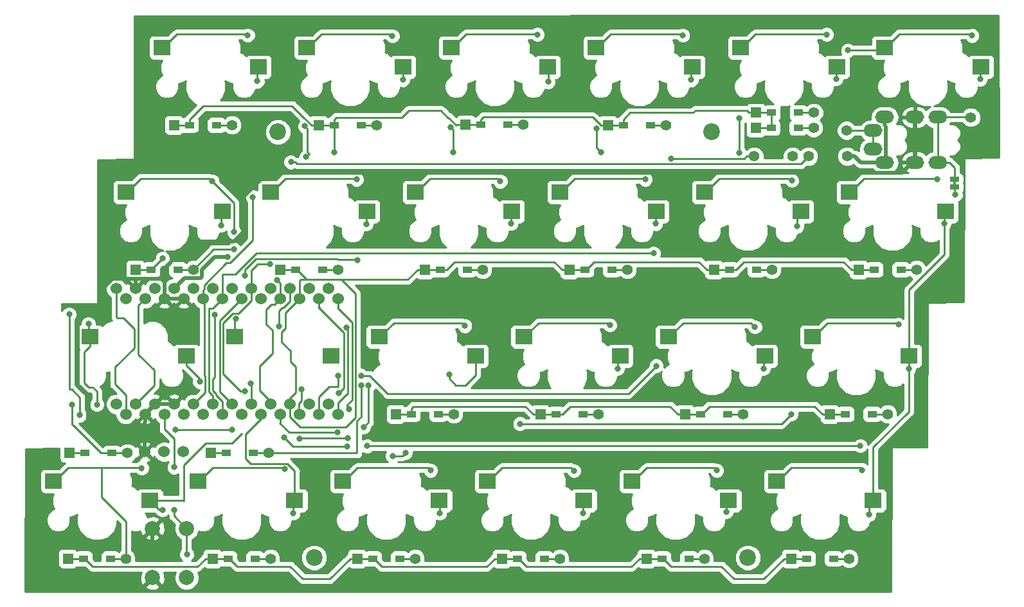
<source format=gtl>
G04 #@! TF.GenerationSoftware,KiCad,Pcbnew,(5.0.2)-1*
G04 #@! TF.CreationDate,2019-04-14T12:57:09+09:00*
G04 #@! TF.ProjectId,sockets-split,736f636b-6574-4732-9d73-706c69742e6b,1*
G04 #@! TF.SameCoordinates,Original*
G04 #@! TF.FileFunction,Copper,L1,Top*
G04 #@! TF.FilePolarity,Positive*
%FSLAX46Y46*%
G04 Gerber Fmt 4.6, Leading zero omitted, Abs format (unit mm)*
G04 Created by KiCad (PCBNEW (5.0.2)-1) date 2019/04/14 12:57:09*
%MOMM*%
%LPD*%
G01*
G04 APERTURE LIST*
G04 #@! TA.AperFunction,SMDPad,CuDef*
%ADD10R,0.381000X0.381000*%
G04 #@! TD*
G04 #@! TA.AperFunction,SMDPad,CuDef*
%ADD11R,1.143000X0.635000*%
G04 #@! TD*
G04 #@! TA.AperFunction,SMDPad,CuDef*
%ADD12R,2.300000X2.000000*%
G04 #@! TD*
G04 #@! TA.AperFunction,SMDPad,CuDef*
%ADD13R,1.300000X0.950000*%
G04 #@! TD*
G04 #@! TA.AperFunction,ComponentPad*
%ADD14C,1.397000*%
G04 #@! TD*
G04 #@! TA.AperFunction,ComponentPad*
%ADD15R,1.397000X1.397000*%
G04 #@! TD*
G04 #@! TA.AperFunction,ComponentPad*
%ADD16C,1.524000*%
G04 #@! TD*
G04 #@! TA.AperFunction,ComponentPad*
%ADD17O,2.500000X1.700000*%
G04 #@! TD*
G04 #@! TA.AperFunction,ComponentPad*
%ADD18C,2.000000*%
G04 #@! TD*
G04 #@! TA.AperFunction,WasherPad*
%ADD19C,2.200000*%
G04 #@! TD*
G04 #@! TA.AperFunction,ViaPad*
%ADD20C,0.800000*%
G04 #@! TD*
G04 #@! TA.AperFunction,Conductor*
%ADD21C,0.250000*%
G04 #@! TD*
G04 #@! TA.AperFunction,Conductor*
%ADD22C,0.500000*%
G04 #@! TD*
G04 #@! TA.AperFunction,Conductor*
%ADD23C,0.254000*%
G04 #@! TD*
G04 APERTURE END LIST*
D10*
G04 #@! TO.P,,*
G04 #@! TO.N,*
X213563200Y-74226420D03*
D11*
G04 #@! TO.P,,2*
G04 #@! TO.N,Net-(J2-PadB)*
X213563200Y-73726040D03*
G04 #@! TO.P,,1*
G04 #@! TO.N,data*
X213563200Y-74726800D03*
G04 #@! TD*
D12*
G04 #@! TO.P,SW18,2*
G04 #@! TO.N,Net-(D17-Pad2)*
X175846500Y-94448000D03*
G04 #@! TO.P,SW18,1*
G04 #@! TO.N,col4*
X188546500Y-96988000D03*
G04 #@! TD*
G04 #@! TO.P,SW25,2*
G04 #@! TO.N,Net-(D24-Pad2)*
X190134000Y-113498000D03*
G04 #@! TO.P,SW25,1*
G04 #@! TO.N,col5*
X202834000Y-116038000D03*
G04 #@! TD*
D13*
G04 #@! TO.P,D1,2*
G04 #@! TO.N,Net-(D1-Pad2)*
X116329000Y-66548000D03*
D14*
X118364000Y-66548000D03*
D15*
G04 #@! TO.P,D1,1*
G04 #@! TO.N,row0*
X110744000Y-66548000D03*
D13*
X112779000Y-66548000D03*
G04 #@! TD*
G04 #@! TO.P,D2,1*
G04 #@! TO.N,row0*
X131829000Y-66548000D03*
D15*
X129794000Y-66548000D03*
D14*
G04 #@! TO.P,D2,2*
G04 #@! TO.N,Net-(D2-Pad2)*
X137414000Y-66548000D03*
D13*
X135379000Y-66548000D03*
G04 #@! TD*
G04 #@! TO.P,D3,1*
G04 #@! TO.N,row0*
X151183800Y-66497200D03*
D15*
X149148800Y-66497200D03*
D14*
G04 #@! TO.P,D3,2*
G04 #@! TO.N,Net-(D3-Pad2)*
X156768800Y-66497200D03*
D13*
X154733800Y-66497200D03*
G04 #@! TD*
G04 #@! TO.P,D4,2*
G04 #@! TO.N,Net-(D4-Pad2)*
X173479000Y-66548000D03*
D14*
X175514000Y-66548000D03*
D15*
G04 #@! TO.P,D4,1*
G04 #@! TO.N,row0*
X167894000Y-66548000D03*
D13*
X169929000Y-66548000D03*
G04 #@! TD*
G04 #@! TO.P,D5,2*
G04 #@! TO.N,Net-(D5-Pad2)*
X192986200Y-64922400D03*
D14*
X195021200Y-64922400D03*
D15*
G04 #@! TO.P,D5,1*
G04 #@! TO.N,row0*
X187401200Y-64922400D03*
D13*
X189436200Y-64922400D03*
G04 #@! TD*
G04 #@! TO.P,D6,1*
G04 #@! TO.N,row0*
X189385400Y-66903600D03*
D15*
X187350400Y-66903600D03*
D14*
G04 #@! TO.P,D6,2*
G04 #@! TO.N,Net-(D6-Pad2)*
X194970400Y-66903600D03*
D13*
X192935400Y-66903600D03*
G04 #@! TD*
G04 #@! TO.P,D7,2*
G04 #@! TO.N,Net-(D7-Pad2)*
X111249000Y-85598000D03*
D14*
X113284000Y-85598000D03*
D15*
G04 #@! TO.P,D7,1*
G04 #@! TO.N,row1*
X105664000Y-85598000D03*
D13*
X107699000Y-85598000D03*
G04 #@! TD*
G04 #@! TO.P,D8,1*
G04 #@! TO.N,row1*
X126749000Y-85598000D03*
D15*
X124714000Y-85598000D03*
D14*
G04 #@! TO.P,D8,2*
G04 #@! TO.N,Net-(D8-Pad2)*
X132334000Y-85598000D03*
D13*
X130299000Y-85598000D03*
G04 #@! TD*
G04 #@! TO.P,D9,1*
G04 #@! TO.N,row1*
X145799000Y-85598000D03*
D15*
X143764000Y-85598000D03*
D14*
G04 #@! TO.P,D9,2*
G04 #@! TO.N,Net-(D9-Pad2)*
X151384000Y-85598000D03*
D13*
X149349000Y-85598000D03*
G04 #@! TD*
G04 #@! TO.P,D10,2*
G04 #@! TO.N,Net-(D10-Pad2)*
X168399000Y-85598000D03*
D14*
X170434000Y-85598000D03*
D15*
G04 #@! TO.P,D10,1*
G04 #@! TO.N,row1*
X162814000Y-85598000D03*
D13*
X164849000Y-85598000D03*
G04 #@! TD*
G04 #@! TO.P,D11,2*
G04 #@! TO.N,Net-(D11-Pad2)*
X187449000Y-85598000D03*
D14*
X189484000Y-85598000D03*
D15*
G04 #@! TO.P,D11,1*
G04 #@! TO.N,row1*
X181864000Y-85598000D03*
D13*
X183899000Y-85598000D03*
G04 #@! TD*
G04 #@! TO.P,D12,1*
G04 #@! TO.N,row1*
X202949000Y-85598000D03*
D15*
X200914000Y-85598000D03*
D14*
G04 #@! TO.P,D12,2*
G04 #@! TO.N,Net-(D12-Pad2)*
X208534000Y-85598000D03*
D13*
X206499000Y-85598000D03*
G04 #@! TD*
G04 #@! TO.P,D13,1*
G04 #@! TO.N,row2*
X99012200Y-109778800D03*
D15*
X96977200Y-109778800D03*
D14*
G04 #@! TO.P,D13,2*
G04 #@! TO.N,Net-(D13-Pad2)*
X104597200Y-109778800D03*
D13*
X102562200Y-109778800D03*
G04 #@! TD*
G04 #@! TO.P,D14,2*
G04 #@! TO.N,Net-(D14-Pad2)*
X121155000Y-109778800D03*
D14*
X123190000Y-109778800D03*
D15*
G04 #@! TO.P,D14,1*
G04 #@! TO.N,row2*
X115570000Y-109778800D03*
D13*
X117605000Y-109778800D03*
G04 #@! TD*
G04 #@! TO.P,D15,1*
G04 #@! TO.N,row2*
X141989000Y-104648000D03*
D15*
X139954000Y-104648000D03*
D14*
G04 #@! TO.P,D15,2*
G04 #@! TO.N,Net-(D15-Pad2)*
X147574000Y-104648000D03*
D13*
X145539000Y-104648000D03*
G04 #@! TD*
G04 #@! TO.P,D16,2*
G04 #@! TO.N,Net-(D16-Pad2)*
X164589000Y-104648000D03*
D14*
X166624000Y-104648000D03*
D15*
G04 #@! TO.P,D16,1*
G04 #@! TO.N,row2*
X159004000Y-104648000D03*
D13*
X161039000Y-104648000D03*
G04 #@! TD*
G04 #@! TO.P,D17,1*
G04 #@! TO.N,row2*
X180089000Y-104648000D03*
D15*
X178054000Y-104648000D03*
D14*
G04 #@! TO.P,D17,2*
G04 #@! TO.N,Net-(D17-Pad2)*
X185674000Y-104648000D03*
D13*
X183639000Y-104648000D03*
G04 #@! TD*
G04 #@! TO.P,D18,2*
G04 #@! TO.N,Net-(D18-Pad2)*
X202689000Y-104648000D03*
D14*
X204724000Y-104648000D03*
D15*
G04 #@! TO.P,D18,1*
G04 #@! TO.N,row2*
X197104000Y-104648000D03*
D13*
X199139000Y-104648000D03*
G04 #@! TD*
G04 #@! TO.P,D19,1*
G04 #@! TO.N,row3*
X98809000Y-123698000D03*
D15*
X96774000Y-123698000D03*
D14*
G04 #@! TO.P,D19,2*
G04 #@! TO.N,Net-(D19-Pad2)*
X104394000Y-123698000D03*
D13*
X102359000Y-123698000D03*
G04 #@! TD*
G04 #@! TO.P,D20,2*
G04 #@! TO.N,Net-(D20-Pad2)*
X121409000Y-123698000D03*
D14*
X123444000Y-123698000D03*
D15*
G04 #@! TO.P,D20,1*
G04 #@! TO.N,row3*
X115824000Y-123698000D03*
D13*
X117859000Y-123698000D03*
G04 #@! TD*
G04 #@! TO.P,D21,1*
G04 #@! TO.N,row3*
X136909000Y-123698000D03*
D15*
X134874000Y-123698000D03*
D14*
G04 #@! TO.P,D21,2*
G04 #@! TO.N,Net-(D21-Pad2)*
X142494000Y-123698000D03*
D13*
X140459000Y-123698000D03*
G04 #@! TD*
G04 #@! TO.P,D22,2*
G04 #@! TO.N,Net-(D22-Pad2)*
X159509000Y-123698000D03*
D14*
X161544000Y-123698000D03*
D15*
G04 #@! TO.P,D22,1*
G04 #@! TO.N,row3*
X153924000Y-123698000D03*
D13*
X155959000Y-123698000D03*
G04 #@! TD*
G04 #@! TO.P,D23,1*
G04 #@! TO.N,row3*
X175009000Y-123698000D03*
D15*
X172974000Y-123698000D03*
D14*
G04 #@! TO.P,D23,2*
G04 #@! TO.N,Net-(D23-Pad2)*
X180594000Y-123698000D03*
D13*
X178559000Y-123698000D03*
G04 #@! TD*
G04 #@! TO.P,D24,2*
G04 #@! TO.N,Net-(D24-Pad2)*
X197609000Y-123698000D03*
D14*
X199644000Y-123698000D03*
D15*
G04 #@! TO.P,D24,1*
G04 #@! TO.N,row3*
X192024000Y-123698000D03*
D13*
X194059000Y-123698000D03*
G04 #@! TD*
D16*
G04 #@! TO.P,Underglow,1*
G04 #@! TO.N,GND*
X106883200Y-109626400D03*
G04 #@! TO.P,Underglow,2*
G04 #@! TO.N,LED*
X109423200Y-109626400D03*
G04 #@! TO.P,Underglow,3*
G04 #@! TO.N,VCC*
X111963200Y-109626400D03*
G04 #@! TD*
D17*
G04 #@! TO.P,J2,D*
G04 #@! TO.N,VCC*
X204334000Y-65514201D03*
G04 #@! TO.P,J2,A*
G04 #@! TO.N,Net-(J2-PadA)*
X202834000Y-69714201D03*
G04 #@! TO.P,J2,B*
G04 #@! TO.N,Net-(J2-PadB)*
X211334000Y-65514201D03*
G04 #@! TO.P,J2,C*
G04 #@! TO.N,GND*
X208334000Y-65514201D03*
G04 #@! TO.P,J2,B*
G04 #@! TO.N,Net-(J2-PadB)*
X211334000Y-71464201D03*
G04 #@! TO.P,J2,C*
G04 #@! TO.N,GND*
X208334000Y-71464201D03*
G04 #@! TO.P,J2,D*
G04 #@! TO.N,VCC*
X204334000Y-71464201D03*
G04 #@! TO.P,J2,A*
G04 #@! TO.N,Net-(J2-PadA)*
X202834000Y-67264201D03*
G04 #@! TD*
D14*
G04 #@! TO.P,P1,1*
G04 #@! TO.N,Net-(J2-PadA)*
X199339200Y-67259200D03*
G04 #@! TD*
G04 #@! TO.P,P2,1*
G04 #@! TO.N,Net-(J2-PadB)*
X215696800Y-65532000D03*
G04 #@! TD*
G04 #@! TO.P,R1,2*
G04 #@! TO.N,SDA*
X194310000Y-70662800D03*
G04 #@! TO.P,R1,1*
G04 #@! TO.N,VCC*
X199390000Y-70662800D03*
G04 #@! TD*
G04 #@! TO.P,R2,1*
G04 #@! TO.N,VCC*
X192227200Y-70662800D03*
G04 #@! TO.P,R2,2*
G04 #@! TO.N,SCL*
X187147200Y-70662800D03*
G04 #@! TD*
D18*
G04 #@! TO.P,SW1,1*
G04 #@! TO.N,RESET*
X112393471Y-126215648D03*
X112393471Y-119715648D03*
G04 #@! TO.P,SW1,2*
G04 #@! TO.N,GND*
X107893471Y-119715648D03*
X107893471Y-126215648D03*
G04 #@! TD*
D12*
G04 #@! TO.P,SW2,2*
G04 #@! TO.N,Net-(D1-Pad2)*
X109171500Y-56348000D03*
G04 #@! TO.P,SW2,1*
G04 #@! TO.N,col0*
X121871500Y-58888000D03*
G04 #@! TD*
G04 #@! TO.P,SW3,1*
G04 #@! TO.N,col1*
X140921500Y-58888000D03*
G04 #@! TO.P,SW3,2*
G04 #@! TO.N,Net-(D2-Pad2)*
X128221500Y-56348000D03*
G04 #@! TD*
G04 #@! TO.P,SW4,2*
G04 #@! TO.N,Net-(D3-Pad2)*
X147271500Y-56348000D03*
G04 #@! TO.P,SW4,1*
G04 #@! TO.N,col2*
X159971500Y-58888000D03*
G04 #@! TD*
G04 #@! TO.P,SW5,1*
G04 #@! TO.N,col3*
X179021500Y-58888000D03*
G04 #@! TO.P,SW5,2*
G04 #@! TO.N,Net-(D4-Pad2)*
X166321500Y-56348000D03*
G04 #@! TD*
G04 #@! TO.P,SW6,1*
G04 #@! TO.N,col4*
X198071500Y-58888000D03*
G04 #@! TO.P,SW6,2*
G04 #@! TO.N,Net-(D5-Pad2)*
X185371500Y-56348000D03*
G04 #@! TD*
G04 #@! TO.P,SW7,1*
G04 #@! TO.N,col5*
X217013500Y-58888000D03*
G04 #@! TO.P,SW7,2*
G04 #@! TO.N,Net-(D6-Pad2)*
X204313500Y-56348000D03*
G04 #@! TD*
G04 #@! TO.P,SW8,2*
G04 #@! TO.N,Net-(D7-Pad2)*
X104409000Y-75398000D03*
G04 #@! TO.P,SW8,1*
G04 #@! TO.N,col0*
X117109000Y-77938000D03*
G04 #@! TD*
G04 #@! TO.P,SW9,2*
G04 #@! TO.N,Net-(D8-Pad2)*
X123459000Y-75398000D03*
G04 #@! TO.P,SW9,1*
G04 #@! TO.N,col1*
X136159000Y-77938000D03*
G04 #@! TD*
G04 #@! TO.P,SW10,1*
G04 #@! TO.N,col2*
X155209000Y-77938000D03*
G04 #@! TO.P,SW10,2*
G04 #@! TO.N,Net-(D9-Pad2)*
X142509000Y-75398000D03*
G04 #@! TD*
G04 #@! TO.P,SW11,2*
G04 #@! TO.N,Net-(D10-Pad2)*
X161559000Y-75398000D03*
G04 #@! TO.P,SW11,1*
G04 #@! TO.N,col3*
X174259000Y-77938000D03*
G04 #@! TD*
G04 #@! TO.P,SW12,1*
G04 #@! TO.N,col4*
X193309000Y-77938000D03*
G04 #@! TO.P,SW12,2*
G04 #@! TO.N,Net-(D11-Pad2)*
X180609000Y-75398000D03*
G04 #@! TD*
G04 #@! TO.P,SW13,2*
G04 #@! TO.N,Net-(D12-Pad2)*
X199659000Y-75398000D03*
G04 #@! TO.P,SW13,1*
G04 #@! TO.N,col5*
X212359000Y-77938000D03*
G04 #@! TD*
G04 #@! TO.P,SW14,2*
G04 #@! TO.N,Net-(D13-Pad2)*
X99646500Y-94448000D03*
G04 #@! TO.P,SW14,1*
G04 #@! TO.N,col0*
X112346500Y-96988000D03*
G04 #@! TD*
G04 #@! TO.P,SW15,1*
G04 #@! TO.N,col1*
X131396500Y-96988000D03*
G04 #@! TO.P,SW15,2*
G04 #@! TO.N,Net-(D14-Pad2)*
X118696500Y-94448000D03*
G04 #@! TD*
G04 #@! TO.P,SW16,1*
G04 #@! TO.N,col2*
X150446500Y-96988000D03*
G04 #@! TO.P,SW16,2*
G04 #@! TO.N,Net-(D15-Pad2)*
X137746500Y-94448000D03*
G04 #@! TD*
G04 #@! TO.P,SW17,2*
G04 #@! TO.N,Net-(D16-Pad2)*
X156796500Y-94448000D03*
G04 #@! TO.P,SW17,1*
G04 #@! TO.N,col3*
X169496500Y-96988000D03*
G04 #@! TD*
G04 #@! TO.P,SW19,1*
G04 #@! TO.N,col5*
X207560500Y-96988000D03*
G04 #@! TO.P,SW19,2*
G04 #@! TO.N,Net-(D18-Pad2)*
X194860500Y-94448000D03*
G04 #@! TD*
G04 #@! TO.P,SW20,1*
G04 #@! TO.N,col0*
X107584000Y-116038000D03*
G04 #@! TO.P,SW20,2*
G04 #@! TO.N,Net-(D19-Pad2)*
X94884000Y-113498000D03*
G04 #@! TD*
G04 #@! TO.P,SW21,2*
G04 #@! TO.N,Net-(D20-Pad2)*
X113934000Y-113498000D03*
G04 #@! TO.P,SW21,1*
G04 #@! TO.N,col1*
X126634000Y-116038000D03*
G04 #@! TD*
G04 #@! TO.P,SW22,1*
G04 #@! TO.N,col2*
X145684000Y-116038000D03*
G04 #@! TO.P,SW22,2*
G04 #@! TO.N,Net-(D21-Pad2)*
X132984000Y-113498000D03*
G04 #@! TD*
G04 #@! TO.P,SW23,2*
G04 #@! TO.N,Net-(D22-Pad2)*
X152034000Y-113498000D03*
G04 #@! TO.P,SW23,1*
G04 #@! TO.N,col3*
X164734000Y-116038000D03*
G04 #@! TD*
G04 #@! TO.P,SW24,2*
G04 #@! TO.N,Net-(D23-Pad2)*
X171084000Y-113498000D03*
G04 #@! TO.P,SW24,1*
G04 #@! TO.N,col4*
X183784000Y-116038000D03*
G04 #@! TD*
D16*
G04 #@! TO.P,U1,1*
G04 #@! TO.N,LED*
X104394000Y-89408000D03*
G04 #@! TO.P,U1,2*
G04 #@! TO.N,data*
X106934000Y-89408000D03*
G04 #@! TO.P,U1,3*
G04 #@! TO.N,GND*
X109474000Y-89408000D03*
G04 #@! TO.P,U1,4*
X112014000Y-89408000D03*
G04 #@! TO.P,U1,5*
G04 #@! TO.N,SDA*
X114554000Y-89408000D03*
G04 #@! TO.P,U1,6*
G04 #@! TO.N,SCL*
X117094000Y-89408000D03*
G04 #@! TO.P,U1,7*
G04 #@! TO.N,Net-(U1-Pad7)*
X119634000Y-89408000D03*
G04 #@! TO.P,U1,8*
G04 #@! TO.N,Net-(U1-Pad8)*
X122174000Y-89408000D03*
G04 #@! TO.P,U1,9*
G04 #@! TO.N,row0*
X124714000Y-89408000D03*
G04 #@! TO.P,U1,10*
G04 #@! TO.N,row1*
X127254000Y-89408000D03*
G04 #@! TO.P,U1,11*
G04 #@! TO.N,row2*
X129794000Y-89408000D03*
G04 #@! TO.P,U1,12*
G04 #@! TO.N,row3*
X132334000Y-89408000D03*
G04 #@! TO.P,U1,13*
G04 #@! TO.N,col5*
X132334000Y-104648000D03*
G04 #@! TO.P,U1,14*
G04 #@! TO.N,col4*
X129794000Y-104648000D03*
G04 #@! TO.P,U1,15*
G04 #@! TO.N,col3*
X127254000Y-104648000D03*
G04 #@! TO.P,U1,16*
G04 #@! TO.N,col2*
X124714000Y-104648000D03*
G04 #@! TO.P,U1,17*
G04 #@! TO.N,col1*
X122174000Y-104648000D03*
G04 #@! TO.P,U1,18*
G04 #@! TO.N,col0*
X119634000Y-104648000D03*
G04 #@! TO.P,U1,19*
G04 #@! TO.N,Net-(U1-Pad19)*
X117094000Y-104648000D03*
G04 #@! TO.P,U1,20*
G04 #@! TO.N,Net-(U1-Pad20)*
X114554000Y-104648000D03*
G04 #@! TO.P,U1,21*
G04 #@! TO.N,VCC*
X112014000Y-104648000D03*
G04 #@! TO.P,U1,22*
G04 #@! TO.N,RESET*
X109474000Y-104648000D03*
G04 #@! TO.P,U1,23*
G04 #@! TO.N,GND*
X106934000Y-104648000D03*
G04 #@! TO.P,U1,24*
G04 #@! TO.N,Net-(U1-Pad24)*
X104394000Y-104648000D03*
X103124000Y-88101600D03*
G04 #@! TO.P,U1,23*
G04 #@! TO.N,GND*
X105664000Y-88101600D03*
G04 #@! TO.P,U1,22*
G04 #@! TO.N,RESET*
X108204000Y-88101600D03*
G04 #@! TO.P,U1,21*
G04 #@! TO.N,VCC*
X110744000Y-88101600D03*
G04 #@! TO.P,U1,20*
G04 #@! TO.N,Net-(U1-Pad20)*
X113284000Y-88101600D03*
G04 #@! TO.P,U1,19*
G04 #@! TO.N,Net-(U1-Pad19)*
X115824000Y-88101600D03*
G04 #@! TO.P,U1,18*
G04 #@! TO.N,col0*
X118364000Y-88101600D03*
G04 #@! TO.P,U1,17*
G04 #@! TO.N,col1*
X120904000Y-88101600D03*
G04 #@! TO.P,U1,16*
G04 #@! TO.N,col2*
X123444000Y-88101600D03*
G04 #@! TO.P,U1,15*
G04 #@! TO.N,col3*
X125984000Y-88101600D03*
G04 #@! TO.P,U1,14*
G04 #@! TO.N,col4*
X128524000Y-88101600D03*
G04 #@! TO.P,U1,13*
G04 #@! TO.N,col5*
X131064000Y-88101600D03*
G04 #@! TO.P,U1,12*
G04 #@! TO.N,row3*
X131064000Y-103321600D03*
G04 #@! TO.P,U1,11*
G04 #@! TO.N,row2*
X128524000Y-103321600D03*
G04 #@! TO.P,U1,10*
G04 #@! TO.N,row1*
X125984000Y-103321600D03*
G04 #@! TO.P,U1,9*
G04 #@! TO.N,row0*
X123444000Y-103321600D03*
G04 #@! TO.P,U1,8*
G04 #@! TO.N,Net-(U1-Pad8)*
X120904000Y-103321600D03*
G04 #@! TO.P,U1,7*
G04 #@! TO.N,Net-(U1-Pad7)*
X118364000Y-103321600D03*
G04 #@! TO.P,U1,6*
G04 #@! TO.N,SCL*
X115824000Y-103321600D03*
G04 #@! TO.P,U1,5*
G04 #@! TO.N,SDA*
X113284000Y-103321600D03*
G04 #@! TO.P,U1,4*
G04 #@! TO.N,GND*
X110744000Y-103321600D03*
G04 #@! TO.P,U1,3*
X108204000Y-103321600D03*
G04 #@! TO.P,U1,2*
G04 #@! TO.N,data*
X105664000Y-103321600D03*
G04 #@! TO.P,U1,1*
G04 #@! TO.N,LED*
X103124000Y-103321600D03*
G04 #@! TD*
D19*
G04 #@! TO.P,,*
G04 #@! TO.N,*
X124409200Y-67462400D03*
G04 #@! TD*
G04 #@! TO.P,,*
G04 #@! TO.N,*
X181559200Y-67462400D03*
G04 #@! TD*
G04 #@! TO.P,,*
G04 #@! TO.N,*
X186321700Y-123562400D03*
G04 #@! TD*
G04 #@! TO.P,,*
G04 #@! TO.N,*
X129197100Y-123562400D03*
G04 #@! TD*
D20*
G04 #@! TO.N,Net-(D1-Pad2)*
X120446800Y-54711600D03*
G04 #@! TO.N,row0*
X131876800Y-70154800D03*
X134874000Y-84328000D03*
X124302947Y-87015747D03*
X120091200Y-86360000D03*
G04 #@! TO.N,Net-(D2-Pad2)*
X139496800Y-54813200D03*
G04 #@! TO.N,Net-(D3-Pad2)*
X158597600Y-54610000D03*
G04 #@! TO.N,Net-(D4-Pad2)*
X177749200Y-54711600D03*
G04 #@! TO.N,Net-(D5-Pad2)*
X196697600Y-54610000D03*
G04 #@! TO.N,Net-(D6-Pad2)*
X215849200Y-54762400D03*
X199491600Y-56692800D03*
G04 #@! TO.N,Net-(D7-Pad2)*
X115773200Y-73964800D03*
X118655200Y-80670400D03*
X118655200Y-82956400D03*
G04 #@! TO.N,row1*
X109220000Y-84124800D03*
G04 #@! TO.N,Net-(D8-Pad2)*
X134772400Y-73710800D03*
G04 #@! TO.N,Net-(D9-Pad2)*
X153720800Y-73964800D03*
G04 #@! TO.N,Net-(D10-Pad2)*
X172821600Y-73710800D03*
G04 #@! TO.N,Net-(D11-Pad2)*
X192125600Y-73863200D03*
G04 #@! TO.N,Net-(D12-Pad2)*
X211277200Y-73710800D03*
G04 #@! TO.N,Net-(D13-Pad2)*
X99466400Y-92760800D03*
X97332800Y-103378000D03*
X100584000Y-103378000D03*
G04 #@! TO.N,row2*
X132483151Y-101872757D03*
G04 #@! TO.N,Net-(D14-Pad2)*
X118858200Y-92100400D03*
X135365201Y-100838000D03*
G04 #@! TO.N,Net-(D15-Pad2)*
X149047200Y-93014800D03*
G04 #@! TO.N,Net-(D16-Pad2)*
X168148000Y-92913200D03*
G04 #@! TO.N,Net-(D17-Pad2)*
X187248800Y-93167200D03*
G04 #@! TO.N,Net-(D18-Pad2)*
X206146400Y-92862400D03*
G04 #@! TO.N,Net-(D19-Pad2)*
X106476800Y-111760000D03*
G04 #@! TO.N,row3*
X133807200Y-103987600D03*
G04 #@! TO.N,Net-(D20-Pad2)*
X125323600Y-111912400D03*
G04 #@! TO.N,Net-(D21-Pad2)*
X144526000Y-112064800D03*
G04 #@! TO.N,Net-(D22-Pad2)*
X163423600Y-112115600D03*
G04 #@! TO.N,Net-(D23-Pad2)*
X182219600Y-112064800D03*
G04 #@! TO.N,Net-(D24-Pad2)*
X201371200Y-112014000D03*
G04 #@! TO.N,VCC*
X117805200Y-83972400D03*
G04 #@! TO.N,LED*
X96926400Y-91490800D03*
X98348800Y-104800400D03*
G04 #@! TO.N,GND*
X108305600Y-112369600D03*
X107899200Y-123190000D03*
G04 #@! TO.N,data*
X110896400Y-106730800D03*
X118414800Y-106730800D03*
X125226653Y-107733000D03*
X133502400Y-108915200D03*
X136194800Y-108864400D03*
X201117200Y-108813600D03*
X213664800Y-75742800D03*
G04 #@! TO.N,RESET*
X110744000Y-117297200D03*
X110744000Y-111658400D03*
X112420400Y-123139200D03*
G04 #@! TO.N,col0*
X121716800Y-60756800D03*
X116941600Y-79756000D03*
X109220000Y-117297200D03*
X114126810Y-100380800D03*
G04 #@! TO.N,col1*
X126441200Y-117703600D03*
X140868400Y-60604400D03*
X136042400Y-79603600D03*
X128117600Y-70764400D03*
X127970347Y-66698153D03*
X123415498Y-84873000D03*
X120040400Y-101650800D03*
G04 #@! TO.N,col2*
X145745200Y-117703600D03*
X160020000Y-60858400D03*
X155143200Y-79502000D03*
X147472400Y-70141200D03*
X147175722Y-66853527D03*
X146985477Y-99401403D03*
X132232733Y-107086733D03*
X135711848Y-106350152D03*
X136365204Y-100838000D03*
G04 #@! TO.N,col3*
X127508000Y-101346000D03*
X124593663Y-93104530D03*
X164592000Y-117703600D03*
X169164000Y-98653600D03*
X178866800Y-60604400D03*
X174193200Y-79552800D03*
X166979600Y-70154800D03*
X166397688Y-67025494D03*
X141224000Y-109728000D03*
X133604000Y-107811733D03*
X139521848Y-110160152D03*
X127254000Y-107899200D03*
G04 #@! TO.N,col4*
X183489600Y-117551200D03*
X188366400Y-98653600D03*
X192812229Y-79904058D03*
X197967600Y-60452000D03*
X185216800Y-65647400D03*
X185216800Y-70256400D03*
X132334000Y-99568000D03*
X135365201Y-99568000D03*
X174244000Y-98298000D03*
G04 #@! TO.N,col5*
X202290021Y-117904508D03*
X207518000Y-98653600D03*
X212191600Y-79502000D03*
X216916000Y-60502800D03*
X133465191Y-93218000D03*
X156294001Y-105918000D03*
X192024000Y-104648000D03*
G04 #@! TO.N,Net-(U1-Pad19)*
X116128800Y-91541600D03*
G04 #@! TO.N,Net-(U1-Pad8)*
X120853200Y-100584000D03*
G04 #@! TO.N,SDA*
X121079340Y-76019740D03*
X126136400Y-71424800D03*
G04 #@! TO.N,SCL*
X176174400Y-70961301D03*
X173888400Y-83413600D03*
G04 #@! TD*
D21*
G04 #@! TO.N,Net-(D1-Pad2)*
X116329000Y-66548000D02*
X118364000Y-66548000D01*
X120298199Y-54562999D02*
X120446800Y-54711600D01*
X111106501Y-54562999D02*
X120298199Y-54562999D01*
X109171500Y-56348000D02*
X109321500Y-56348000D01*
X109321500Y-56348000D02*
X111106501Y-54562999D01*
G04 #@! TO.N,row0*
X110744000Y-66548000D02*
X112779000Y-66548000D01*
X129794000Y-66548000D02*
X131829000Y-66548000D01*
X149148800Y-66497200D02*
X151183800Y-66497200D01*
X167894000Y-66548000D02*
X169929000Y-66548000D01*
X189436200Y-64922400D02*
X187401200Y-64922400D01*
X187350400Y-66903600D02*
X189385400Y-66903600D01*
X146871999Y-65524499D02*
X147895500Y-66548000D01*
X131829000Y-65823000D02*
X132127501Y-65524499D01*
X131829000Y-66548000D02*
X131829000Y-65823000D01*
X186452700Y-64922400D02*
X187401200Y-64922400D01*
X169929000Y-65823000D02*
X170829600Y-64922400D01*
X169929000Y-66548000D02*
X169929000Y-65823000D01*
X189436200Y-66852800D02*
X189385400Y-66903600D01*
X189436200Y-64922400D02*
X189436200Y-66852800D01*
X131876800Y-66595800D02*
X131829000Y-66548000D01*
X131876800Y-70154800D02*
X131876800Y-66595800D01*
X166945500Y-66548000D02*
X167894000Y-66548000D01*
X165871199Y-65473699D02*
X166945500Y-66548000D01*
X151482301Y-65473699D02*
X165871199Y-65473699D01*
X151183800Y-65772200D02*
X151482301Y-65473699D01*
X151183800Y-66497200D02*
X151183800Y-65772200D01*
X148200300Y-66497200D02*
X149148800Y-66497200D01*
X147946300Y-66497200D02*
X148200300Y-66497200D01*
X147895500Y-66548000D02*
X147946300Y-66497200D01*
X132127501Y-65524499D02*
X140774301Y-65524499D01*
X141661401Y-64637399D02*
X145866599Y-64637399D01*
X140774301Y-65524499D02*
X141661401Y-64637399D01*
X146753699Y-65524499D02*
X146871999Y-65524499D01*
X145866599Y-64637399D02*
X146753699Y-65524499D01*
X170829600Y-64922400D02*
X179120800Y-64922400D01*
X186167699Y-64637399D02*
X186452700Y-64922400D01*
X179405801Y-64637399D02*
X186167699Y-64637399D01*
X179120800Y-64922400D02*
X179405801Y-64637399D01*
X123393200Y-102881238D02*
X123393200Y-103468770D01*
X122021499Y-98294003D02*
X122021499Y-101509537D01*
X123681501Y-96634001D02*
X122021499Y-98294003D01*
X123681501Y-93611999D02*
X123681501Y-96634001D01*
X122021499Y-101509537D02*
X123393200Y-102881238D01*
X122864453Y-92794951D02*
X123681501Y-93611999D01*
X122864453Y-90860453D02*
X122864453Y-92794951D01*
X124714000Y-89408000D02*
X124714000Y-87762838D01*
X124714000Y-87762838D02*
X124714000Y-87426800D01*
X124714000Y-87426800D02*
X124302947Y-87015747D01*
X134845497Y-84299497D02*
X134874000Y-84328000D01*
X132334000Y-84299497D02*
X134845497Y-84299497D01*
X132182502Y-84147999D02*
X132334000Y-84299497D01*
X121541201Y-84147999D02*
X132182502Y-84147999D01*
X120091200Y-86360000D02*
X120091200Y-85598000D01*
X120091200Y-85598000D02*
X121541201Y-84147999D01*
X123554907Y-90169999D02*
X122864453Y-90860453D01*
X123952001Y-90169999D02*
X123554907Y-90169999D01*
X124714000Y-89408000D02*
X123952001Y-90169999D01*
X112779000Y-65823000D02*
X112779000Y-66548000D01*
X129794000Y-66548000D02*
X128845500Y-66548000D01*
X127821999Y-65524499D02*
X127805299Y-65524499D01*
X127805299Y-65524499D02*
X126288800Y-64008000D01*
X126288800Y-64008000D02*
X114594000Y-64008000D01*
X128845500Y-66548000D02*
X127821999Y-65524499D01*
X114594000Y-64008000D02*
X112779000Y-65823000D01*
G04 #@! TO.N,Net-(D2-Pad2)*
X135379000Y-66548000D02*
X137414000Y-66548000D01*
X139246599Y-54562999D02*
X139496800Y-54813200D01*
X130156501Y-54562999D02*
X139246599Y-54562999D01*
X128221500Y-56348000D02*
X128371500Y-56348000D01*
X128371500Y-56348000D02*
X130156501Y-54562999D01*
G04 #@! TO.N,Net-(D3-Pad2)*
X154733800Y-66497200D02*
X156768800Y-66497200D01*
X158550599Y-54562999D02*
X158597600Y-54610000D01*
X149206501Y-54562999D02*
X158550599Y-54562999D01*
X147271500Y-56348000D02*
X147421500Y-56348000D01*
X147421500Y-56348000D02*
X149206501Y-54562999D01*
G04 #@! TO.N,Net-(D4-Pad2)*
X173479000Y-66548000D02*
X175514000Y-66548000D01*
X177600599Y-54562999D02*
X177749200Y-54711600D01*
X168256501Y-54562999D02*
X177600599Y-54562999D01*
X166321500Y-56348000D02*
X166471500Y-56348000D01*
X166471500Y-56348000D02*
X168256501Y-54562999D01*
G04 #@! TO.N,Net-(D5-Pad2)*
X195021200Y-64922400D02*
X192986200Y-64922400D01*
X196650599Y-54562999D02*
X196697600Y-54610000D01*
X187306501Y-54562999D02*
X196650599Y-54562999D01*
X185371500Y-56348000D02*
X185521500Y-56348000D01*
X185521500Y-56348000D02*
X187306501Y-54562999D01*
G04 #@! TO.N,Net-(D6-Pad2)*
X192935400Y-66903600D02*
X194970400Y-66903600D01*
X215649799Y-54562999D02*
X215849200Y-54762400D01*
X206248501Y-54562999D02*
X215649799Y-54562999D01*
X204313500Y-56348000D02*
X204463500Y-56348000D01*
X204463500Y-56348000D02*
X206248501Y-54562999D01*
X203968700Y-56692800D02*
X204313500Y-56348000D01*
X199491600Y-56692800D02*
X203968700Y-56692800D01*
G04 #@! TO.N,Net-(D7-Pad2)*
X111249000Y-85598000D02*
X113284000Y-85598000D01*
X115421399Y-73612999D02*
X115773200Y-73964800D01*
X106344001Y-73612999D02*
X115421399Y-73612999D01*
X104409000Y-75398000D02*
X104559000Y-75398000D01*
X104559000Y-75398000D02*
X106344001Y-73612999D01*
X115773200Y-73964800D02*
X118655200Y-76846800D01*
X118655200Y-76846800D02*
X118655200Y-80670400D01*
X115925600Y-82956400D02*
X113284000Y-85598000D01*
X118655200Y-82956400D02*
X115925600Y-82956400D01*
G04 #@! TO.N,row1*
X202949000Y-85598000D02*
X200914000Y-85598000D01*
X183899000Y-85598000D02*
X181864000Y-85598000D01*
X162814000Y-85598000D02*
X164849000Y-85598000D01*
X145799000Y-85598000D02*
X143764000Y-85598000D01*
X105664000Y-85598000D02*
X107699000Y-85598000D01*
X124714000Y-85598000D02*
X126749000Y-85598000D01*
X142815500Y-85598000D02*
X141500501Y-86912999D01*
X143764000Y-85598000D02*
X142815500Y-85598000D01*
X132486400Y-86912999D02*
X128290201Y-86912999D01*
X128238999Y-86912999D02*
X128290201Y-86912999D01*
X126924000Y-85598000D02*
X128238999Y-86912999D01*
X126749000Y-85598000D02*
X126924000Y-85598000D01*
X107699000Y-85598000D02*
X107746800Y-85598000D01*
X107746800Y-85598000D02*
X109220000Y-84124800D01*
X161865500Y-85598000D02*
X162814000Y-85598000D01*
X160841999Y-84574499D02*
X161865500Y-85598000D01*
X147722501Y-84574499D02*
X160841999Y-84574499D01*
X146699000Y-85598000D02*
X147722501Y-84574499D01*
X145799000Y-85598000D02*
X146699000Y-85598000D01*
X180915500Y-85598000D02*
X181864000Y-85598000D01*
X179891999Y-84574499D02*
X180915500Y-85598000D01*
X166047501Y-84574499D02*
X179891999Y-84574499D01*
X165024000Y-85598000D02*
X166047501Y-84574499D01*
X164849000Y-85598000D02*
X165024000Y-85598000D01*
X199965500Y-85598000D02*
X200914000Y-85598000D01*
X198941999Y-84574499D02*
X199965500Y-85598000D01*
X185822501Y-84574499D02*
X198941999Y-84574499D01*
X184799000Y-85598000D02*
X185822501Y-84574499D01*
X183899000Y-85598000D02*
X184799000Y-85598000D01*
X141500501Y-86912999D02*
X132486400Y-86912999D01*
X125374400Y-91287600D02*
X127254000Y-89408000D01*
X125374400Y-91904085D02*
X125374400Y-91287600D01*
X125388200Y-93335298D02*
X125388200Y-91917885D01*
X124917200Y-93806298D02*
X125388200Y-93335298D01*
X125388200Y-91917885D02*
X125374400Y-91904085D01*
X125933200Y-102616000D02*
X126771501Y-101777699D01*
X124917200Y-95169702D02*
X124917200Y-93806298D01*
X125933200Y-103468770D02*
X125933200Y-102616000D01*
X126771501Y-101777699D02*
X126771501Y-98427999D01*
X126771501Y-98427999D02*
X126064298Y-97720796D01*
X126064298Y-97720796D02*
X126064298Y-96316800D01*
X126064298Y-96316800D02*
X124917200Y-95169702D01*
X125984000Y-104986762D02*
X125984000Y-103321600D01*
X132486400Y-86912999D02*
X132804961Y-86912999D01*
X132804961Y-86912999D02*
X134640201Y-88748239D01*
X134640201Y-88748239D02*
X134640201Y-105068161D01*
X134640201Y-105068161D02*
X133346630Y-106361732D01*
X133346630Y-106361732D02*
X127358970Y-106361732D01*
X127358970Y-106361732D02*
X125984000Y-104986762D01*
X127412201Y-86912999D02*
X128238999Y-86912999D01*
X127254000Y-89408000D02*
X127254000Y-87071200D01*
X127254000Y-87071200D02*
X127412201Y-86912999D01*
G04 #@! TO.N,Net-(D8-Pad2)*
X134674599Y-73612999D02*
X134772400Y-73710800D01*
X125394001Y-73612999D02*
X134674599Y-73612999D01*
X123459000Y-75398000D02*
X123609000Y-75398000D01*
X123609000Y-75398000D02*
X125394001Y-73612999D01*
X130299000Y-85598000D02*
X132334000Y-85598000D01*
G04 #@! TO.N,Net-(D9-Pad2)*
X151384000Y-85598000D02*
X149349000Y-85598000D01*
X153368999Y-73612999D02*
X153720800Y-73964800D01*
X144444001Y-73612999D02*
X153368999Y-73612999D01*
X142509000Y-75398000D02*
X142659000Y-75398000D01*
X142659000Y-75398000D02*
X144444001Y-73612999D01*
G04 #@! TO.N,Net-(D10-Pad2)*
X168399000Y-85598000D02*
X170434000Y-85598000D01*
X172723799Y-73612999D02*
X172821600Y-73710800D01*
X163494001Y-73612999D02*
X172723799Y-73612999D01*
X161559000Y-75398000D02*
X161709000Y-75398000D01*
X161709000Y-75398000D02*
X163494001Y-73612999D01*
G04 #@! TO.N,Net-(D11-Pad2)*
X189484000Y-85598000D02*
X187449000Y-85598000D01*
X191875399Y-73612999D02*
X192125600Y-73863200D01*
X182544001Y-73612999D02*
X191875399Y-73612999D01*
X180609000Y-75398000D02*
X180759000Y-75398000D01*
X180759000Y-75398000D02*
X182544001Y-73612999D01*
G04 #@! TO.N,Net-(D12-Pad2)*
X206499000Y-85598000D02*
X208534000Y-85598000D01*
X211179399Y-73612999D02*
X211277200Y-73710800D01*
X201594001Y-73612999D02*
X211179399Y-73612999D01*
X199659000Y-75398000D02*
X199809000Y-75398000D01*
X199809000Y-75398000D02*
X201594001Y-73612999D01*
G04 #@! TO.N,Net-(D13-Pad2)*
X99466400Y-94267900D02*
X99646500Y-94448000D01*
X99466400Y-92760800D02*
X99466400Y-94267900D01*
X102562200Y-109778800D02*
X104597200Y-109778800D01*
X99646500Y-95698000D02*
X99646500Y-94448000D01*
X98914001Y-96430499D02*
X99646500Y-95698000D01*
X101092000Y-109778800D02*
X102562200Y-109778800D01*
X98914001Y-100533200D02*
X99472801Y-101092000D01*
X98914001Y-100533200D02*
X98914001Y-96430499D01*
X99472801Y-101092000D02*
X100025200Y-101092000D01*
X100584000Y-101650800D02*
X100584000Y-103378000D01*
X100025200Y-101092000D02*
X100584000Y-101650800D01*
X97332800Y-106019600D02*
X97434400Y-106121200D01*
X97332800Y-103378000D02*
X97332800Y-106019600D01*
X97434400Y-106121200D02*
X101092000Y-109778800D01*
G04 #@! TO.N,row2*
X96977200Y-109778800D02*
X99012200Y-109778800D01*
X139954000Y-104648000D02*
X141989000Y-104648000D01*
X159004000Y-104648000D02*
X161039000Y-104648000D01*
X199139000Y-104648000D02*
X197104000Y-104648000D01*
X180089000Y-104648000D02*
X178054000Y-104648000D01*
X158055500Y-104648000D02*
X159004000Y-104648000D01*
X157031999Y-103624499D02*
X158055500Y-104648000D01*
X142287501Y-103624499D02*
X157031999Y-103624499D01*
X141989000Y-103923000D02*
X142287501Y-103624499D01*
X141989000Y-104648000D02*
X141989000Y-103923000D01*
X177105500Y-104648000D02*
X178054000Y-104648000D01*
X176081999Y-103624499D02*
X177105500Y-104648000D01*
X162962501Y-103624499D02*
X176081999Y-103624499D01*
X161939000Y-104648000D02*
X162962501Y-103624499D01*
X161039000Y-104648000D02*
X161939000Y-104648000D01*
X196155500Y-104648000D02*
X197104000Y-104648000D01*
X195131999Y-103624499D02*
X196155500Y-104648000D01*
X181287501Y-103624499D02*
X195131999Y-103624499D01*
X180264000Y-104648000D02*
X181287501Y-103624499D01*
X180089000Y-104648000D02*
X180264000Y-104648000D01*
X133153990Y-101201918D02*
X133153990Y-93943001D01*
X132483151Y-101872757D02*
X133153990Y-101201918D01*
X117605000Y-109778800D02*
X115570000Y-109778800D01*
X129895600Y-90587230D02*
X129895600Y-90684611D01*
X129794000Y-90485630D02*
X129895600Y-90587230D01*
X129794000Y-89408000D02*
X129794000Y-90485630D01*
X133153990Y-93943001D02*
X129895600Y-90684611D01*
X129895600Y-90684611D02*
X129743200Y-90532211D01*
G04 #@! TO.N,Net-(D14-Pad2)*
X118696500Y-94448000D02*
X118696500Y-92262100D01*
X118696500Y-92262100D02*
X118858200Y-92100400D01*
X135365201Y-104979571D02*
X135365201Y-100838000D01*
X134823200Y-109778800D02*
X134823200Y-105521572D01*
X134823200Y-105521572D02*
X135365201Y-104979571D01*
X123190000Y-109778800D02*
X134823200Y-109778800D01*
X121155000Y-109778800D02*
X123190000Y-109778800D01*
G04 #@! TO.N,Net-(D15-Pad2)*
X145539000Y-104648000D02*
X147574000Y-104648000D01*
X148695399Y-92662999D02*
X149047200Y-93014800D01*
X139681501Y-92662999D02*
X148695399Y-92662999D01*
X137746500Y-94448000D02*
X137896500Y-94448000D01*
X137896500Y-94448000D02*
X139681501Y-92662999D01*
G04 #@! TO.N,Net-(D16-Pad2)*
X164589000Y-104648000D02*
X166624000Y-104648000D01*
X167897799Y-92662999D02*
X168148000Y-92913200D01*
X158731501Y-92662999D02*
X167897799Y-92662999D01*
X156796500Y-94448000D02*
X156946500Y-94448000D01*
X156946500Y-94448000D02*
X158731501Y-92662999D01*
G04 #@! TO.N,Net-(D17-Pad2)*
X185674000Y-104648000D02*
X183639000Y-104648000D01*
X186744599Y-92662999D02*
X187248800Y-93167200D01*
X177781501Y-92662999D02*
X186744599Y-92662999D01*
X175846500Y-94448000D02*
X175996500Y-94448000D01*
X175996500Y-94448000D02*
X177781501Y-92662999D01*
G04 #@! TO.N,Net-(D18-Pad2)*
X204724000Y-104648000D02*
X202689000Y-104648000D01*
X205946999Y-92662999D02*
X206146400Y-92862400D01*
X196795501Y-92662999D02*
X205946999Y-92662999D01*
X194860500Y-94448000D02*
X195010500Y-94448000D01*
X195010500Y-94448000D02*
X196795501Y-92662999D01*
G04 #@! TO.N,Net-(D19-Pad2)*
X104394000Y-123698000D02*
X102359000Y-123698000D01*
X106429799Y-111712999D02*
X106476800Y-111760000D01*
X94884000Y-113498000D02*
X95034000Y-113498000D01*
X95034000Y-113498000D02*
X96819001Y-111712999D01*
X101193600Y-115578601D02*
X101193600Y-111712999D01*
X104394000Y-118779001D02*
X101193600Y-115578601D01*
X104394000Y-123698000D02*
X104394000Y-118779001D01*
X96819001Y-111712999D02*
X101193600Y-111712999D01*
X101193600Y-111712999D02*
X106429799Y-111712999D01*
G04 #@! TO.N,row3*
X194059000Y-123698000D02*
X192024000Y-123698000D01*
X175009000Y-123698000D02*
X172974000Y-123698000D01*
X155959000Y-123698000D02*
X153924000Y-123698000D01*
X136909000Y-123698000D02*
X134874000Y-123698000D01*
X117859000Y-123698000D02*
X115824000Y-123698000D01*
X98809000Y-123698000D02*
X96774000Y-123698000D01*
X134190191Y-92534191D02*
X132283200Y-90627200D01*
X134190191Y-102791809D02*
X134190191Y-92534191D01*
X133553200Y-103428800D02*
X134190191Y-102791809D01*
X114875500Y-123698000D02*
X115824000Y-123698000D01*
X113851999Y-124721501D02*
X114875500Y-123698000D01*
X100007501Y-124721501D02*
X113851999Y-124721501D01*
X98984000Y-123698000D02*
X100007501Y-124721501D01*
X98809000Y-123698000D02*
X98984000Y-123698000D01*
X152975500Y-123698000D02*
X153924000Y-123698000D01*
X138107501Y-124721501D02*
X151951999Y-124721501D01*
X151951999Y-124721501D02*
X152975500Y-123698000D01*
X137084000Y-123698000D02*
X138107501Y-124721501D01*
X136909000Y-123698000D02*
X137084000Y-123698000D01*
X171001999Y-124721501D02*
X172025500Y-123698000D01*
X157157501Y-124721501D02*
X171001999Y-124721501D01*
X156134000Y-123698000D02*
X157157501Y-124721501D01*
X172025500Y-123698000D02*
X172974000Y-123698000D01*
X155959000Y-123698000D02*
X156134000Y-123698000D01*
X133925500Y-123698000D02*
X134874000Y-123698000D01*
X131236099Y-126387401D02*
X133925500Y-123698000D01*
X127700700Y-126387401D02*
X131236099Y-126387401D01*
X126034800Y-124721501D02*
X127700700Y-126387401D01*
X119057501Y-124721501D02*
X126034800Y-124721501D01*
X118034000Y-123698000D02*
X119057501Y-124721501D01*
X117859000Y-123698000D02*
X118034000Y-123698000D01*
X191075500Y-123698000D02*
X192024000Y-123698000D01*
X188386099Y-126387401D02*
X191075500Y-123698000D01*
X184495100Y-126387401D02*
X188386099Y-126387401D01*
X182829200Y-124721501D02*
X184495100Y-126387401D01*
X176207501Y-124721501D02*
X182829200Y-124721501D01*
X175184000Y-123698000D02*
X176207501Y-124721501D01*
X175009000Y-123698000D02*
X175184000Y-123698000D01*
X132334000Y-90576400D02*
X132334000Y-89408000D01*
X132283200Y-90627200D02*
X132334000Y-90576400D01*
X133553200Y-103428800D02*
X133553200Y-103733600D01*
X133553200Y-103733600D02*
X133807200Y-103987600D01*
G04 #@! TO.N,Net-(D20-Pad2)*
X123444000Y-123698000D02*
X121409000Y-123698000D01*
X125124199Y-111712999D02*
X125323600Y-111912400D01*
X115869001Y-111712999D02*
X125124199Y-111712999D01*
X113934000Y-113498000D02*
X114084000Y-113498000D01*
X114084000Y-113498000D02*
X115869001Y-111712999D01*
G04 #@! TO.N,Net-(D21-Pad2)*
X142494000Y-123698000D02*
X140459000Y-123698000D01*
X144174199Y-111712999D02*
X144526000Y-112064800D01*
X134919001Y-111712999D02*
X144174199Y-111712999D01*
X132984000Y-113498000D02*
X133134000Y-113498000D01*
X133134000Y-113498000D02*
X134919001Y-111712999D01*
G04 #@! TO.N,Net-(D22-Pad2)*
X159509000Y-123698000D02*
X161544000Y-123698000D01*
X163020999Y-111712999D02*
X163423600Y-112115600D01*
X153969001Y-111712999D02*
X163020999Y-111712999D01*
X152034000Y-113498000D02*
X152184000Y-113498000D01*
X152184000Y-113498000D02*
X153969001Y-111712999D01*
G04 #@! TO.N,Net-(D23-Pad2)*
X180594000Y-123698000D02*
X178559000Y-123698000D01*
X181867799Y-111712999D02*
X182219600Y-112064800D01*
X173019001Y-111712999D02*
X181867799Y-111712999D01*
X171084000Y-113498000D02*
X171234000Y-113498000D01*
X171234000Y-113498000D02*
X173019001Y-111712999D01*
G04 #@! TO.N,Net-(D24-Pad2)*
X197609000Y-123698000D02*
X199644000Y-123698000D01*
X201070199Y-111712999D02*
X201371200Y-112014000D01*
X192069001Y-111712999D02*
X201070199Y-111712999D01*
X190134000Y-113498000D02*
X190284000Y-113498000D01*
X190284000Y-113498000D02*
X192069001Y-111712999D01*
D22*
G04 #@! TO.N,VCC*
X204534010Y-71264191D02*
X204334000Y-71464201D01*
X204534010Y-66725720D02*
X204534010Y-71264191D01*
X204334000Y-66525710D02*
X204534010Y-66725720D01*
X204334000Y-65514201D02*
X204334000Y-66525710D01*
X116737038Y-83972400D02*
X117805200Y-83972400D01*
X202584000Y-71464201D02*
X204334000Y-71464201D01*
X201179229Y-71464201D02*
X202584000Y-71464201D01*
X200377828Y-70662800D02*
X201179229Y-71464201D01*
X199390000Y-70662800D02*
X200377828Y-70662800D01*
X110744000Y-88101600D02*
X112099099Y-86746501D01*
X112099099Y-86746501D02*
X114218299Y-86746501D01*
X114432501Y-86532299D02*
X114432501Y-85617899D01*
X114218299Y-86746501D02*
X114432501Y-86532299D01*
X116078000Y-83972400D02*
X116737038Y-83972400D01*
X114432501Y-85617899D02*
X116078000Y-83972400D01*
D21*
G04 #@! TO.N,LED*
X96926400Y-101396800D02*
X97282000Y-101396800D01*
X96926400Y-91490800D02*
X96926400Y-101396800D01*
X98348800Y-102463600D02*
X98348800Y-104800400D01*
X97282000Y-101396800D02*
X98348800Y-102463600D01*
D22*
G04 #@! TO.N,GND*
X208889600Y-71226601D02*
X208448800Y-71667401D01*
X208448800Y-65717401D02*
X208889600Y-66158201D01*
X208334000Y-66864201D02*
X208334000Y-71464201D01*
X208334000Y-65514201D02*
X208334000Y-66864201D01*
X207934000Y-71464201D02*
X208334000Y-71464201D01*
X206584000Y-72814201D02*
X207934000Y-71464201D01*
X123082797Y-72814201D02*
X206584000Y-72814201D01*
X119837200Y-76059798D02*
X123082797Y-72814201D01*
X119837200Y-80744582D02*
X119837200Y-76059798D01*
X118663781Y-81918001D02*
X119837200Y-80744582D01*
X112993997Y-81918001D02*
X118663781Y-81918001D01*
X109474000Y-85437998D02*
X112993997Y-81918001D01*
X106883200Y-109626400D02*
X106883200Y-108548770D01*
X108305600Y-111048800D02*
X106883200Y-109626400D01*
X108305600Y-112369600D02*
X108305600Y-111048800D01*
X107893471Y-119715648D02*
X107893471Y-123184271D01*
X107893471Y-123184271D02*
X107899200Y-123190000D01*
X99716041Y-90479159D02*
X101050855Y-90479159D01*
X98046499Y-92148701D02*
X99716041Y-90479159D01*
X101050855Y-90479159D02*
X101050855Y-90261945D01*
X108153200Y-103321600D02*
X110693200Y-103321600D01*
X106883200Y-86787999D02*
X107950000Y-86787999D01*
X107950000Y-86787999D02*
X108211199Y-86787999D01*
X109575600Y-85539598D02*
X109474000Y-85437998D01*
X109575600Y-86787999D02*
X109575600Y-85539598D01*
X109575600Y-86787999D02*
X107950000Y-86787999D01*
X110642400Y-89408000D02*
X112533190Y-89408000D01*
X102643839Y-86787999D02*
X103761439Y-86787999D01*
X101050855Y-88380983D02*
X102643839Y-86787999D01*
X101050855Y-90479159D02*
X101050855Y-88380983D01*
X105664000Y-86838799D02*
X105613200Y-86787999D01*
X105664000Y-88101600D02*
X105664000Y-86838799D01*
X103761439Y-86787999D02*
X105613200Y-86787999D01*
X105613200Y-86787999D02*
X106883200Y-86787999D01*
X109474000Y-86889599D02*
X109474000Y-89408000D01*
X109575600Y-86787999D02*
X109474000Y-86889599D01*
X109474000Y-89408000D02*
X110642400Y-89408000D01*
X106934000Y-105725630D02*
X106934000Y-104648000D01*
X106901229Y-105758401D02*
X106934000Y-105725630D01*
X106883200Y-105758401D02*
X106901229Y-105758401D01*
X106934000Y-104591600D02*
X108204000Y-103321600D01*
X106934000Y-104648000D02*
X106934000Y-104591600D01*
X103530400Y-107035600D02*
X106883200Y-107035600D01*
X102262899Y-105768099D02*
X103530400Y-107035600D01*
X106883200Y-108548770D02*
X106883200Y-107035600D01*
X106883200Y-107035600D02*
X106883200Y-105758401D01*
X98046499Y-100939600D02*
X98247200Y-100939600D01*
X98046499Y-100939600D02*
X98046499Y-92148701D01*
X99415600Y-102108000D02*
X99415600Y-105768099D01*
X98247200Y-100939600D02*
X99415600Y-102108000D01*
X99415600Y-105768099D02*
X102262899Y-105768099D01*
D21*
G04 #@! TO.N,data*
X110896400Y-106730800D02*
X118414800Y-106730800D01*
X125226653Y-107733000D02*
X126408853Y-108915200D01*
X126408853Y-108915200D02*
X133502400Y-108915200D01*
X136194800Y-108864400D02*
X201066400Y-108864400D01*
X201066400Y-108864400D02*
X201117200Y-108813600D01*
X213664800Y-75742800D02*
X213664800Y-75285600D01*
X213563200Y-75184000D02*
X213563200Y-74734301D01*
X213664800Y-75285600D02*
X213563200Y-75184000D01*
X106061499Y-90280501D02*
X106934000Y-89408000D01*
X106061499Y-96767997D02*
X106061499Y-90280501D01*
X108153200Y-98859698D02*
X106061499Y-96767997D01*
X105664000Y-103321600D02*
X108153200Y-100832400D01*
X108153200Y-100832400D02*
X108153200Y-98859698D01*
G04 #@! TO.N,RESET*
X112393471Y-119715648D02*
X110744000Y-118066177D01*
X110744000Y-118066177D02*
X110744000Y-117297200D01*
X112393471Y-119715648D02*
X112393471Y-123112271D01*
X112393471Y-123112271D02*
X112420400Y-123139200D01*
X109474000Y-106629200D02*
X109474000Y-104648000D01*
X110744000Y-111658400D02*
X110744000Y-107899200D01*
X110744000Y-107899200D02*
X109474000Y-106629200D01*
G04 #@! TO.N,col0*
X112346500Y-96988000D02*
X112496500Y-96988000D01*
X107492800Y-116129200D02*
X107584000Y-116038000D01*
X121716800Y-59042700D02*
X121871500Y-58888000D01*
X121716800Y-60756800D02*
X121716800Y-59042700D01*
X116941600Y-78105400D02*
X117109000Y-77938000D01*
X116941600Y-79756000D02*
X116941600Y-78105400D01*
X111974000Y-116038000D02*
X107584000Y-116038000D01*
X112014000Y-116078000D02*
X111974000Y-116038000D01*
X119634000Y-107188000D02*
X118364000Y-108458000D01*
X112014000Y-111352798D02*
X112014000Y-116078000D01*
X118364000Y-108458000D02*
X114908798Y-108458000D01*
X114908798Y-108458000D02*
X112014000Y-111352798D01*
X119583200Y-104885162D02*
X119634000Y-104935962D01*
X108843200Y-117297200D02*
X107584000Y-116038000D01*
X109220000Y-117297200D02*
X108843200Y-117297200D01*
X114126810Y-100018310D02*
X114126810Y-100380800D01*
X112346500Y-96988000D02*
X112346500Y-98238000D01*
X112346500Y-98238000D02*
X114126810Y-100018310D01*
G04 #@! TO.N,col1*
X126441200Y-116230800D02*
X126634000Y-116038000D01*
X126441200Y-117703600D02*
X126441200Y-116230800D01*
X140868400Y-58941100D02*
X140921500Y-58888000D01*
X140868400Y-60604400D02*
X140868400Y-58941100D01*
X136042400Y-78054600D02*
X136159000Y-77938000D01*
X136042400Y-79603600D02*
X136042400Y-78054600D01*
X128320800Y-70141200D02*
X128320800Y-67048606D01*
X128320800Y-67048606D02*
X127970347Y-66698153D01*
X123393200Y-84895298D02*
X123415498Y-84873000D01*
X126634000Y-112149798D02*
X126634000Y-114788000D01*
X120853597Y-111187399D02*
X125671601Y-111187399D01*
X126634000Y-114788000D02*
X126634000Y-116038000D01*
X125671601Y-111187399D02*
X126634000Y-112149798D01*
X120179999Y-107278411D02*
X120179999Y-110513801D01*
X120179999Y-110513801D02*
X120853597Y-111187399D01*
X128517599Y-70337999D02*
X128320800Y-70141200D01*
X128517599Y-70364401D02*
X128517599Y-70337999D01*
X128117600Y-70764400D02*
X128517599Y-70364401D01*
X120904000Y-88101600D02*
X120904000Y-85750400D01*
X121781400Y-84873000D02*
X123415498Y-84873000D01*
X120904000Y-85750400D02*
X121781400Y-84873000D01*
X119512298Y-101650800D02*
X120040400Y-101650800D01*
X120904000Y-89677600D02*
X119206201Y-91375399D01*
X120904000Y-88101600D02*
X120904000Y-89677600D01*
X119206201Y-91375399D02*
X118510199Y-91375399D01*
X118510199Y-91375399D02*
X117221499Y-92664099D01*
X117221499Y-92664099D02*
X117221499Y-99360001D01*
X117221499Y-99360001D02*
X119512298Y-101650800D01*
X122174000Y-105284410D02*
X122072400Y-105386010D01*
X122174000Y-104648000D02*
X122174000Y-105284410D01*
X122123200Y-105335210D02*
X122072400Y-105386010D01*
X122072400Y-105386010D02*
X120179999Y-107278411D01*
G04 #@! TO.N,col2*
X145745200Y-116099200D02*
X145684000Y-116038000D01*
X145745200Y-117703600D02*
X145745200Y-116099200D01*
X160020000Y-58936500D02*
X159971500Y-58888000D01*
X160020000Y-60858400D02*
X160020000Y-58936500D01*
X155143200Y-78003800D02*
X155209000Y-77938000D01*
X155143200Y-79502000D02*
X155143200Y-78003800D01*
X147472400Y-70141200D02*
X147472400Y-67150205D01*
X147472400Y-67150205D02*
X147175722Y-66853527D01*
X150446500Y-98238000D02*
X150446500Y-96988000D01*
X150446500Y-99535002D02*
X150446500Y-98238000D01*
X149138501Y-100843001D02*
X150446500Y-99535002D01*
X147861390Y-100843001D02*
X149138501Y-100843001D01*
X146985477Y-99967088D02*
X147861390Y-100843001D01*
X146985477Y-99401403D02*
X146985477Y-99967088D01*
X132232733Y-107086733D02*
X125882733Y-107086733D01*
X125882733Y-107086733D02*
X124663200Y-105867200D01*
X136365204Y-105696796D02*
X136365204Y-100838000D01*
X135711848Y-106350152D02*
X136365204Y-105696796D01*
X124714000Y-105816400D02*
X124714000Y-104648000D01*
X124663200Y-105867200D02*
X124714000Y-105816400D01*
G04 #@! TO.N,col3*
X127203200Y-103220000D02*
X127508000Y-102915200D01*
X127508000Y-102915200D02*
X127508000Y-101346000D01*
X124593663Y-91046135D02*
X125026399Y-90613399D01*
X124593663Y-93104530D02*
X124593663Y-91046135D01*
X164592000Y-116180000D02*
X164734000Y-116038000D01*
X164592000Y-117703600D02*
X164592000Y-116180000D01*
X169164000Y-97320500D02*
X169496500Y-96988000D01*
X169164000Y-98653600D02*
X169164000Y-97320500D01*
X178866800Y-59042700D02*
X179021500Y-58888000D01*
X178866800Y-60604400D02*
X178866800Y-59042700D01*
X174193200Y-78003800D02*
X174259000Y-77938000D01*
X174193200Y-79552800D02*
X174193200Y-78003800D01*
X166979600Y-70154800D02*
X166397688Y-69572888D01*
X166397688Y-69572888D02*
X166397688Y-67025494D01*
X127203200Y-103220000D02*
X127203200Y-104885162D01*
X140791848Y-110160152D02*
X141224000Y-109728000D01*
X139521848Y-110160152D02*
X140791848Y-110160152D01*
X125984000Y-89179230D02*
X125984000Y-88101600D01*
X125984000Y-89746762D02*
X125984000Y-89179230D01*
X125117363Y-90613399D02*
X125984000Y-89746762D01*
X125026399Y-90613399D02*
X125117363Y-90613399D01*
X133604000Y-107811733D02*
X127341467Y-107811733D01*
X127341467Y-107811733D02*
X127254000Y-107899200D01*
G04 #@! TO.N,col4*
X183489600Y-116332400D02*
X183784000Y-116038000D01*
X183489600Y-117551200D02*
X183489600Y-116332400D01*
X188366400Y-97168100D02*
X188546500Y-96988000D01*
X188366400Y-98653600D02*
X188366400Y-97168100D01*
X192812229Y-78434771D02*
X193309000Y-77938000D01*
X192812229Y-79904058D02*
X192812229Y-78434771D01*
X197967600Y-58991900D02*
X198071500Y-58888000D01*
X197967600Y-60452000D02*
X197967600Y-58991900D01*
X185216800Y-65647400D02*
X185216800Y-70256400D01*
X170598999Y-101943001D02*
X174244000Y-98298000D01*
X138854499Y-101943001D02*
X170598999Y-101943001D01*
X136479498Y-99568000D02*
X138854499Y-101943001D01*
X135365201Y-99568000D02*
X136479498Y-99568000D01*
X132334000Y-100996602D02*
X132334000Y-99568000D01*
X131210198Y-100996602D02*
X132334000Y-100996602D01*
X129844800Y-102362000D02*
X131210198Y-100996602D01*
X129844800Y-103519570D02*
X129844800Y-102362000D01*
X129794000Y-104648000D02*
X129794000Y-103570370D01*
X129794000Y-103570370D02*
X129844800Y-103519570D01*
G04 #@! TO.N,col5*
X202290021Y-116581979D02*
X202834000Y-116038000D01*
X202290021Y-117904508D02*
X202290021Y-116581979D01*
X207518000Y-97030500D02*
X207560500Y-96988000D01*
X207518000Y-98653600D02*
X207518000Y-97030500D01*
X212191600Y-78105400D02*
X212359000Y-77938000D01*
X212191600Y-79502000D02*
X212191600Y-78105400D01*
X216916000Y-58985500D02*
X217013500Y-58888000D01*
X216916000Y-60502800D02*
X216916000Y-58985500D01*
X212191600Y-83616800D02*
X212191600Y-79502000D01*
X207560500Y-96988000D02*
X207560500Y-88247900D01*
X207560500Y-88247900D02*
X212191600Y-83616800D01*
X202834000Y-116038000D02*
X202834000Y-109027200D01*
X207518000Y-104343200D02*
X207518000Y-98653600D01*
X202834000Y-109027200D02*
X207518000Y-104343200D01*
X190754000Y-105918000D02*
X192024000Y-104648000D01*
X156294001Y-105918000D02*
X190754000Y-105918000D01*
X133604000Y-93356809D02*
X133465191Y-93218000D01*
X133604000Y-101968018D02*
X133604000Y-93356809D01*
X133534009Y-102038009D02*
X133604000Y-101968018D01*
X133465191Y-102038009D02*
X133534009Y-102038009D01*
X132334000Y-104648000D02*
X132334000Y-103169200D01*
X132334000Y-103169200D02*
X133465191Y-102038009D01*
D22*
G04 #@! TO.N,Net-(U1-Pad24)*
X102920800Y-88392000D02*
X102920800Y-87628638D01*
D21*
X104394000Y-102130502D02*
X102971499Y-100708001D01*
X104394000Y-104648000D02*
X104394000Y-102130502D01*
X102971499Y-100708001D02*
X102971499Y-98427999D01*
X102971499Y-98427999D02*
X105481001Y-95918497D01*
X105481001Y-95918497D02*
X105481001Y-93380600D01*
X105481001Y-93380600D02*
X104038400Y-91937999D01*
X104038400Y-91937999D02*
X103235601Y-91937999D01*
X103124000Y-91826398D02*
X103124000Y-88101600D01*
X103235601Y-91937999D02*
X103124000Y-91826398D01*
G04 #@! TO.N,Net-(U1-Pad19)*
X116274010Y-102162848D02*
X116274010Y-101999210D01*
X117094000Y-104648000D02*
X117094000Y-102982838D01*
X117094000Y-102982838D02*
X116274010Y-102162848D01*
X115824000Y-101549200D02*
X115824000Y-100058478D01*
X116274010Y-101999210D02*
X115824000Y-101549200D01*
X116128800Y-99753678D02*
X115824000Y-100058478D01*
X116128800Y-91541600D02*
X116128800Y-99753678D01*
G04 #@! TO.N,Net-(U1-Pad8)*
X120904000Y-100634800D02*
X120853200Y-100584000D01*
X120904000Y-103321600D02*
X120904000Y-100634800D01*
G04 #@! TO.N,Net-(U1-Pad7)*
X118872001Y-90169999D02*
X119634000Y-89408000D01*
X116771490Y-92270510D02*
X118872001Y-90169999D01*
X116771490Y-101729090D02*
X116771490Y-92270510D01*
X118364000Y-103321600D02*
X116771490Y-101729090D01*
G04 #@! TO.N,SDA*
X193611501Y-71361299D02*
X194310000Y-70662800D01*
X193286499Y-71686301D02*
X193611501Y-71361299D01*
X126963586Y-71686301D02*
X128371600Y-71686301D01*
X126702085Y-71424800D02*
X126963586Y-71686301D01*
X126136400Y-71424800D02*
X126702085Y-71424800D01*
X128226701Y-71686301D02*
X128371600Y-71686301D01*
X128371600Y-71686301D02*
X193286499Y-71686301D01*
X114706400Y-89415598D02*
X114706400Y-99517200D01*
X114554000Y-88330370D02*
X114706400Y-88177970D01*
X114554000Y-89408000D02*
X114554000Y-88330370D01*
X121079340Y-81771262D02*
X121079340Y-81584800D01*
X118153201Y-84697401D02*
X121079340Y-81771262D01*
X117639385Y-84697401D02*
X118153201Y-84697401D01*
X114706400Y-88177970D02*
X114706400Y-87630386D01*
X114706400Y-87630386D02*
X117639385Y-84697401D01*
X121079340Y-81584800D02*
X121079340Y-76019740D01*
X114851811Y-99662611D02*
X114706400Y-99517200D01*
X114851811Y-101753789D02*
X114851811Y-99662611D01*
X113284000Y-103321600D02*
X114851811Y-101753789D01*
G04 #@! TO.N,SCL*
X176194500Y-70981401D02*
X176174400Y-70961301D01*
X185840771Y-70981401D02*
X176194500Y-70981401D01*
X187147200Y-70662800D02*
X186159372Y-70662800D01*
X186159372Y-70662800D02*
X185840771Y-70981401D01*
X173888400Y-83413600D02*
X121629600Y-83413600D01*
X117094000Y-89408000D02*
X117094000Y-86258400D01*
X118784800Y-86258400D02*
X121629600Y-83413600D01*
X117094000Y-86258400D02*
X118784800Y-86258400D01*
X115824000Y-90678000D02*
X117094000Y-89408000D01*
X115316000Y-90678000D02*
X115824000Y-90678000D01*
X115316000Y-101735970D02*
X115316000Y-90678000D01*
X115824000Y-103321600D02*
X115824000Y-102243970D01*
X115824000Y-102243970D02*
X115316000Y-101735970D01*
G04 #@! TO.N,Net-(J2-PadA)*
X202834000Y-67264201D02*
X202834000Y-69714201D01*
X202828999Y-67259200D02*
X202834000Y-67264201D01*
X199339200Y-67259200D02*
X202828999Y-67259200D01*
G04 #@! TO.N,Net-(J2-PadB)*
X211334000Y-65514201D02*
X211334000Y-71464201D01*
X215679001Y-65514201D02*
X215696800Y-65532000D01*
X211334000Y-65514201D02*
X215679001Y-65514201D01*
X213563200Y-72193401D02*
X213563200Y-73703299D01*
X212834000Y-71464201D02*
X213563200Y-72193401D01*
X211334000Y-71464201D02*
X212834000Y-71464201D01*
G04 #@! TD*
D23*
G04 #@! TO.N,GND*
G36*
X219379463Y-70842007D02*
X214933389Y-70891408D01*
X214884899Y-70901615D01*
X214844005Y-70929601D01*
X214816935Y-70971106D01*
X214807800Y-71018060D01*
X214757335Y-89891940D01*
X210107449Y-89941407D01*
X210058954Y-89951591D01*
X210018047Y-89979558D01*
X209990957Y-90021050D01*
X209981800Y-90068061D01*
X209931338Y-108991400D01*
X205384400Y-108991400D01*
X205335799Y-109001067D01*
X205294597Y-109028597D01*
X205267067Y-109069799D01*
X205257400Y-109118061D01*
X205206938Y-128041400D01*
X91160940Y-128041400D01*
X91162735Y-127368180D01*
X106920544Y-127368180D01*
X107019207Y-127635035D01*
X107628932Y-127861556D01*
X108278931Y-127837504D01*
X108767735Y-127635035D01*
X108866398Y-127368180D01*
X107893471Y-126395253D01*
X106920544Y-127368180D01*
X91162735Y-127368180D01*
X91211066Y-109244030D01*
X95631260Y-109195985D01*
X95631260Y-110477300D01*
X95680543Y-110725065D01*
X95820891Y-110935109D01*
X96030935Y-111075457D01*
X96278700Y-111124740D01*
X96331430Y-111124740D01*
X96271072Y-111165070D01*
X96228672Y-111228526D01*
X95606638Y-111850560D01*
X93734000Y-111850560D01*
X93486235Y-111899843D01*
X93276191Y-112040191D01*
X93135843Y-112250235D01*
X93086560Y-112498000D01*
X93086560Y-114498000D01*
X93135843Y-114745765D01*
X93276191Y-114955809D01*
X93486235Y-115096157D01*
X93734000Y-115145440D01*
X94849371Y-115145440D01*
X94639000Y-115653322D01*
X94639000Y-116502678D01*
X94907002Y-117149693D01*
X94606170Y-117274302D01*
X94160302Y-117720170D01*
X93919000Y-118302724D01*
X93919000Y-118933276D01*
X94160302Y-119515830D01*
X94606170Y-119961698D01*
X95188724Y-120203000D01*
X95819276Y-120203000D01*
X96401830Y-119961698D01*
X96847698Y-119515830D01*
X97089000Y-118933276D01*
X97089000Y-118302724D01*
X97051835Y-118213000D01*
X97198678Y-118213000D01*
X97979501Y-117889573D01*
X97899000Y-118083920D01*
X97899000Y-119152080D01*
X98307767Y-120138930D01*
X99063070Y-120894233D01*
X100049920Y-121303000D01*
X101118080Y-121303000D01*
X102104930Y-120894233D01*
X102860233Y-120138930D01*
X103269000Y-119152080D01*
X103269000Y-118728803D01*
X103634001Y-119093804D01*
X103634000Y-122572146D01*
X103451311Y-122754835D01*
X103256765Y-122624843D01*
X103009000Y-122575560D01*
X101709000Y-122575560D01*
X101461235Y-122624843D01*
X101251191Y-122765191D01*
X101110843Y-122975235D01*
X101061560Y-123223000D01*
X101061560Y-123961501D01*
X100322303Y-123961501D01*
X100106440Y-123745638D01*
X100106440Y-123223000D01*
X100057157Y-122975235D01*
X99916809Y-122765191D01*
X99706765Y-122624843D01*
X99459000Y-122575560D01*
X98159000Y-122575560D01*
X97977114Y-122611739D01*
X97930309Y-122541691D01*
X97720265Y-122401343D01*
X97472500Y-122352060D01*
X96075500Y-122352060D01*
X95827735Y-122401343D01*
X95617691Y-122541691D01*
X95477343Y-122751735D01*
X95428060Y-122999500D01*
X95428060Y-124396500D01*
X95477343Y-124644265D01*
X95617691Y-124854309D01*
X95827735Y-124994657D01*
X96075500Y-125043940D01*
X97472500Y-125043940D01*
X97720265Y-124994657D01*
X97930309Y-124854309D01*
X97977114Y-124784261D01*
X98159000Y-124820440D01*
X99031638Y-124820440D01*
X99417171Y-125205973D01*
X99459572Y-125269430D01*
X99710964Y-125437405D01*
X99932649Y-125481501D01*
X99932654Y-125481501D01*
X100007501Y-125496389D01*
X100082348Y-125481501D01*
X106422029Y-125481501D01*
X106247563Y-125951109D01*
X106271615Y-126601108D01*
X106474084Y-127089912D01*
X106740939Y-127188575D01*
X107713866Y-126215648D01*
X107699724Y-126201506D01*
X107879329Y-126021901D01*
X107893471Y-126036043D01*
X107907614Y-126021901D01*
X108087219Y-126201506D01*
X108073076Y-126215648D01*
X109046003Y-127188575D01*
X109312858Y-127089912D01*
X109539379Y-126480187D01*
X109515327Y-125830188D01*
X109370896Y-125481501D01*
X110927853Y-125481501D01*
X110758471Y-125890426D01*
X110758471Y-126540870D01*
X111007385Y-127141801D01*
X111467318Y-127601734D01*
X112068249Y-127850648D01*
X112718693Y-127850648D01*
X113319624Y-127601734D01*
X113779557Y-127141801D01*
X114028471Y-126540870D01*
X114028471Y-125890426D01*
X113864246Y-125493953D01*
X113926846Y-125481501D01*
X113926851Y-125481501D01*
X114148536Y-125437405D01*
X114399928Y-125269430D01*
X114442330Y-125205971D01*
X114743403Y-124904898D01*
X114877735Y-124994657D01*
X115125500Y-125043940D01*
X116522500Y-125043940D01*
X116770265Y-124994657D01*
X116980309Y-124854309D01*
X117027114Y-124784261D01*
X117209000Y-124820440D01*
X118081638Y-124820440D01*
X118467171Y-125205973D01*
X118509572Y-125269430D01*
X118760964Y-125437405D01*
X118982649Y-125481501D01*
X118982654Y-125481501D01*
X119057501Y-125496389D01*
X119132348Y-125481501D01*
X125719999Y-125481501D01*
X127110373Y-126871877D01*
X127152771Y-126935330D01*
X127216224Y-126977728D01*
X127216226Y-126977730D01*
X127341602Y-127061503D01*
X127404163Y-127103305D01*
X127625848Y-127147401D01*
X127625852Y-127147401D01*
X127700699Y-127162289D01*
X127775546Y-127147401D01*
X131161252Y-127147401D01*
X131236099Y-127162289D01*
X131310946Y-127147401D01*
X131310951Y-127147401D01*
X131532636Y-127103305D01*
X131784028Y-126935330D01*
X131826430Y-126871871D01*
X133793404Y-124904899D01*
X133927735Y-124994657D01*
X134175500Y-125043940D01*
X135572500Y-125043940D01*
X135820265Y-124994657D01*
X136030309Y-124854309D01*
X136077114Y-124784261D01*
X136259000Y-124820440D01*
X137131638Y-124820440D01*
X137517171Y-125205973D01*
X137559572Y-125269430D01*
X137810964Y-125437405D01*
X138032649Y-125481501D01*
X138032654Y-125481501D01*
X138107501Y-125496389D01*
X138182348Y-125481501D01*
X151877152Y-125481501D01*
X151951999Y-125496389D01*
X152026846Y-125481501D01*
X152026851Y-125481501D01*
X152248536Y-125437405D01*
X152499928Y-125269430D01*
X152542330Y-125205971D01*
X152843403Y-124904898D01*
X152977735Y-124994657D01*
X153225500Y-125043940D01*
X154622500Y-125043940D01*
X154870265Y-124994657D01*
X155080309Y-124854309D01*
X155127114Y-124784261D01*
X155309000Y-124820440D01*
X156181638Y-124820440D01*
X156567171Y-125205973D01*
X156609572Y-125269430D01*
X156860964Y-125437405D01*
X157082649Y-125481501D01*
X157082654Y-125481501D01*
X157157501Y-125496389D01*
X157232348Y-125481501D01*
X170927152Y-125481501D01*
X171001999Y-125496389D01*
X171076846Y-125481501D01*
X171076851Y-125481501D01*
X171298536Y-125437405D01*
X171549928Y-125269430D01*
X171592330Y-125205971D01*
X171893403Y-124904898D01*
X172027735Y-124994657D01*
X172275500Y-125043940D01*
X173672500Y-125043940D01*
X173920265Y-124994657D01*
X174130309Y-124854309D01*
X174177114Y-124784261D01*
X174359000Y-124820440D01*
X175231638Y-124820440D01*
X175617171Y-125205973D01*
X175659572Y-125269430D01*
X175910964Y-125437405D01*
X176132649Y-125481501D01*
X176132654Y-125481501D01*
X176207501Y-125496389D01*
X176282348Y-125481501D01*
X182514399Y-125481501D01*
X183904773Y-126871877D01*
X183947171Y-126935330D01*
X184010624Y-126977728D01*
X184010626Y-126977730D01*
X184136002Y-127061503D01*
X184198563Y-127103305D01*
X184420248Y-127147401D01*
X184420252Y-127147401D01*
X184495099Y-127162289D01*
X184569946Y-127147401D01*
X188311252Y-127147401D01*
X188386099Y-127162289D01*
X188460946Y-127147401D01*
X188460951Y-127147401D01*
X188682636Y-127103305D01*
X188934028Y-126935330D01*
X188976430Y-126871871D01*
X190943404Y-124904899D01*
X191077735Y-124994657D01*
X191325500Y-125043940D01*
X192722500Y-125043940D01*
X192970265Y-124994657D01*
X193180309Y-124854309D01*
X193227114Y-124784261D01*
X193409000Y-124820440D01*
X194709000Y-124820440D01*
X194956765Y-124771157D01*
X195166809Y-124630809D01*
X195307157Y-124420765D01*
X195356440Y-124173000D01*
X195356440Y-123223000D01*
X196311560Y-123223000D01*
X196311560Y-124173000D01*
X196360843Y-124420765D01*
X196501191Y-124630809D01*
X196711235Y-124771157D01*
X196959000Y-124820440D01*
X198259000Y-124820440D01*
X198506765Y-124771157D01*
X198701311Y-124641165D01*
X198888633Y-124828487D01*
X199378750Y-125031500D01*
X199909250Y-125031500D01*
X200399367Y-124828487D01*
X200774487Y-124453367D01*
X200977500Y-123963250D01*
X200977500Y-123432750D01*
X200774487Y-122942633D01*
X200399367Y-122567513D01*
X199909250Y-122364500D01*
X199378750Y-122364500D01*
X198888633Y-122567513D01*
X198701311Y-122754835D01*
X198506765Y-122624843D01*
X198259000Y-122575560D01*
X196959000Y-122575560D01*
X196711235Y-122624843D01*
X196501191Y-122765191D01*
X196360843Y-122975235D01*
X196311560Y-123223000D01*
X195356440Y-123223000D01*
X195307157Y-122975235D01*
X195166809Y-122765191D01*
X194956765Y-122624843D01*
X194709000Y-122575560D01*
X193409000Y-122575560D01*
X193227114Y-122611739D01*
X193180309Y-122541691D01*
X192970265Y-122401343D01*
X192722500Y-122352060D01*
X191325500Y-122352060D01*
X191077735Y-122401343D01*
X190867691Y-122541691D01*
X190727343Y-122751735D01*
X190678060Y-122999500D01*
X190678060Y-123049517D01*
X190591026Y-123107671D01*
X190591024Y-123107673D01*
X190527571Y-123150071D01*
X190485173Y-123213524D01*
X188071298Y-125627401D01*
X184809903Y-125627401D01*
X183419531Y-124237031D01*
X183377129Y-124173572D01*
X183125737Y-124005597D01*
X182904052Y-123961501D01*
X182904047Y-123961501D01*
X182829200Y-123946613D01*
X182754353Y-123961501D01*
X181927500Y-123961501D01*
X181927500Y-123432750D01*
X181838253Y-123217287D01*
X184586700Y-123217287D01*
X184586700Y-123907513D01*
X184850838Y-124545199D01*
X185338901Y-125033262D01*
X185976587Y-125297400D01*
X186666813Y-125297400D01*
X187304499Y-125033262D01*
X187792562Y-124545199D01*
X188056700Y-123907513D01*
X188056700Y-123217287D01*
X187792562Y-122579601D01*
X187304499Y-122091538D01*
X186666813Y-121827400D01*
X185976587Y-121827400D01*
X185338901Y-122091538D01*
X184850838Y-122579601D01*
X184586700Y-123217287D01*
X181838253Y-123217287D01*
X181724487Y-122942633D01*
X181349367Y-122567513D01*
X180859250Y-122364500D01*
X180328750Y-122364500D01*
X179838633Y-122567513D01*
X179651311Y-122754835D01*
X179456765Y-122624843D01*
X179209000Y-122575560D01*
X177909000Y-122575560D01*
X177661235Y-122624843D01*
X177451191Y-122765191D01*
X177310843Y-122975235D01*
X177261560Y-123223000D01*
X177261560Y-123961501D01*
X176522303Y-123961501D01*
X176306440Y-123745638D01*
X176306440Y-123223000D01*
X176257157Y-122975235D01*
X176116809Y-122765191D01*
X175906765Y-122624843D01*
X175659000Y-122575560D01*
X174359000Y-122575560D01*
X174177114Y-122611739D01*
X174130309Y-122541691D01*
X173920265Y-122401343D01*
X173672500Y-122352060D01*
X172275500Y-122352060D01*
X172027735Y-122401343D01*
X171817691Y-122541691D01*
X171677343Y-122751735D01*
X171628060Y-122999500D01*
X171628060Y-123049517D01*
X171477571Y-123150071D01*
X171435171Y-123213527D01*
X170687198Y-123961501D01*
X162877500Y-123961501D01*
X162877500Y-123432750D01*
X162674487Y-122942633D01*
X162299367Y-122567513D01*
X161809250Y-122364500D01*
X161278750Y-122364500D01*
X160788633Y-122567513D01*
X160601311Y-122754835D01*
X160406765Y-122624843D01*
X160159000Y-122575560D01*
X158859000Y-122575560D01*
X158611235Y-122624843D01*
X158401191Y-122765191D01*
X158260843Y-122975235D01*
X158211560Y-123223000D01*
X158211560Y-123961501D01*
X157472303Y-123961501D01*
X157256440Y-123745638D01*
X157256440Y-123223000D01*
X157207157Y-122975235D01*
X157066809Y-122765191D01*
X156856765Y-122624843D01*
X156609000Y-122575560D01*
X155309000Y-122575560D01*
X155127114Y-122611739D01*
X155080309Y-122541691D01*
X154870265Y-122401343D01*
X154622500Y-122352060D01*
X153225500Y-122352060D01*
X152977735Y-122401343D01*
X152767691Y-122541691D01*
X152627343Y-122751735D01*
X152578060Y-122999500D01*
X152578060Y-123049517D01*
X152427571Y-123150071D01*
X152385171Y-123213527D01*
X151637198Y-123961501D01*
X143827500Y-123961501D01*
X143827500Y-123432750D01*
X143624487Y-122942633D01*
X143249367Y-122567513D01*
X142759250Y-122364500D01*
X142228750Y-122364500D01*
X141738633Y-122567513D01*
X141551311Y-122754835D01*
X141356765Y-122624843D01*
X141109000Y-122575560D01*
X139809000Y-122575560D01*
X139561235Y-122624843D01*
X139351191Y-122765191D01*
X139210843Y-122975235D01*
X139161560Y-123223000D01*
X139161560Y-123961501D01*
X138422303Y-123961501D01*
X138206440Y-123745638D01*
X138206440Y-123223000D01*
X138157157Y-122975235D01*
X138016809Y-122765191D01*
X137806765Y-122624843D01*
X137559000Y-122575560D01*
X136259000Y-122575560D01*
X136077114Y-122611739D01*
X136030309Y-122541691D01*
X135820265Y-122401343D01*
X135572500Y-122352060D01*
X134175500Y-122352060D01*
X133927735Y-122401343D01*
X133717691Y-122541691D01*
X133577343Y-122751735D01*
X133528060Y-122999500D01*
X133528060Y-123049517D01*
X133441026Y-123107671D01*
X133441024Y-123107673D01*
X133377571Y-123150071D01*
X133335173Y-123213524D01*
X130921298Y-125627401D01*
X128015503Y-125627401D01*
X126625131Y-124237031D01*
X126582729Y-124173572D01*
X126331337Y-124005597D01*
X126109652Y-123961501D01*
X126109647Y-123961501D01*
X126034800Y-123946613D01*
X125959953Y-123961501D01*
X124777500Y-123961501D01*
X124777500Y-123432750D01*
X124688253Y-123217287D01*
X127462100Y-123217287D01*
X127462100Y-123907513D01*
X127726238Y-124545199D01*
X128214301Y-125033262D01*
X128851987Y-125297400D01*
X129542213Y-125297400D01*
X130179899Y-125033262D01*
X130667962Y-124545199D01*
X130932100Y-123907513D01*
X130932100Y-123217287D01*
X130667962Y-122579601D01*
X130179899Y-122091538D01*
X129542213Y-121827400D01*
X128851987Y-121827400D01*
X128214301Y-122091538D01*
X127726238Y-122579601D01*
X127462100Y-123217287D01*
X124688253Y-123217287D01*
X124574487Y-122942633D01*
X124199367Y-122567513D01*
X123709250Y-122364500D01*
X123178750Y-122364500D01*
X122688633Y-122567513D01*
X122501311Y-122754835D01*
X122306765Y-122624843D01*
X122059000Y-122575560D01*
X120759000Y-122575560D01*
X120511235Y-122624843D01*
X120301191Y-122765191D01*
X120160843Y-122975235D01*
X120111560Y-123223000D01*
X120111560Y-123961501D01*
X119372303Y-123961501D01*
X119156440Y-123745638D01*
X119156440Y-123223000D01*
X119107157Y-122975235D01*
X118966809Y-122765191D01*
X118756765Y-122624843D01*
X118509000Y-122575560D01*
X117209000Y-122575560D01*
X117027114Y-122611739D01*
X116980309Y-122541691D01*
X116770265Y-122401343D01*
X116522500Y-122352060D01*
X115125500Y-122352060D01*
X114877735Y-122401343D01*
X114667691Y-122541691D01*
X114527343Y-122751735D01*
X114478060Y-122999500D01*
X114478060Y-123049517D01*
X114327571Y-123150071D01*
X114285171Y-123213527D01*
X113537198Y-123961501D01*
X113061810Y-123961501D01*
X113297831Y-123725480D01*
X113455400Y-123345074D01*
X113455400Y-122933326D01*
X113297831Y-122552920D01*
X113153471Y-122408560D01*
X113153471Y-121170557D01*
X113319624Y-121101734D01*
X113779557Y-120641801D01*
X114001940Y-120104921D01*
X114238724Y-120203000D01*
X114869276Y-120203000D01*
X115451830Y-119961698D01*
X115897698Y-119515830D01*
X116139000Y-118933276D01*
X116139000Y-118302724D01*
X116101835Y-118213000D01*
X116248678Y-118213000D01*
X117029501Y-117889573D01*
X116949000Y-118083920D01*
X116949000Y-119152080D01*
X117357767Y-120138930D01*
X118113070Y-120894233D01*
X119099920Y-121303000D01*
X120168080Y-121303000D01*
X121154930Y-120894233D01*
X121910233Y-120138930D01*
X122319000Y-119152080D01*
X122319000Y-118083920D01*
X122238498Y-117889571D01*
X123019322Y-118212999D01*
X123166165Y-118212999D01*
X123129000Y-118302724D01*
X123129000Y-118933276D01*
X123370302Y-119515830D01*
X123816170Y-119961698D01*
X124398724Y-120203000D01*
X125029276Y-120203000D01*
X125611830Y-119961698D01*
X126057698Y-119515830D01*
X126299000Y-118933276D01*
X126299000Y-118738600D01*
X126647074Y-118738600D01*
X127027480Y-118581031D01*
X127318631Y-118289880D01*
X127476200Y-117909474D01*
X127476200Y-117685440D01*
X127784000Y-117685440D01*
X128031765Y-117636157D01*
X128241809Y-117495809D01*
X128382157Y-117285765D01*
X128431440Y-117038000D01*
X128431440Y-115038000D01*
X128382157Y-114790235D01*
X128241809Y-114580191D01*
X128031765Y-114439843D01*
X127784000Y-114390560D01*
X127394000Y-114390560D01*
X127394000Y-112224646D01*
X127408888Y-112149798D01*
X127394000Y-112074950D01*
X127394000Y-112074946D01*
X127349904Y-111853261D01*
X127349904Y-111853260D01*
X127224329Y-111665325D01*
X127181929Y-111601869D01*
X127118473Y-111559469D01*
X126261932Y-110702929D01*
X126219530Y-110639470D01*
X126068867Y-110538800D01*
X134748348Y-110538800D01*
X134823200Y-110553689D01*
X134898052Y-110538800D01*
X135119737Y-110494704D01*
X135371129Y-110326729D01*
X135539104Y-110075337D01*
X135598089Y-109778800D01*
X135586319Y-109719630D01*
X135608520Y-109741831D01*
X135988926Y-109899400D01*
X136400674Y-109899400D01*
X136781080Y-109741831D01*
X136898511Y-109624400D01*
X138623488Y-109624400D01*
X138486848Y-109954278D01*
X138486848Y-110366026D01*
X138644417Y-110746432D01*
X138850984Y-110952999D01*
X134993849Y-110952999D01*
X134919001Y-110938111D01*
X134844153Y-110952999D01*
X134844149Y-110952999D01*
X134622464Y-110997095D01*
X134371072Y-111165070D01*
X134328672Y-111228526D01*
X133706638Y-111850560D01*
X131834000Y-111850560D01*
X131586235Y-111899843D01*
X131376191Y-112040191D01*
X131235843Y-112250235D01*
X131186560Y-112498000D01*
X131186560Y-114498000D01*
X131235843Y-114745765D01*
X131376191Y-114955809D01*
X131586235Y-115096157D01*
X131834000Y-115145440D01*
X132949371Y-115145440D01*
X132739000Y-115653322D01*
X132739000Y-116502678D01*
X133007002Y-117149693D01*
X132706170Y-117274302D01*
X132260302Y-117720170D01*
X132019000Y-118302724D01*
X132019000Y-118933276D01*
X132260302Y-119515830D01*
X132706170Y-119961698D01*
X133288724Y-120203000D01*
X133919276Y-120203000D01*
X134501830Y-119961698D01*
X134947698Y-119515830D01*
X135189000Y-118933276D01*
X135189000Y-118302724D01*
X135151835Y-118213000D01*
X135298678Y-118213000D01*
X136079501Y-117889573D01*
X135999000Y-118083920D01*
X135999000Y-119152080D01*
X136407767Y-120138930D01*
X137163070Y-120894233D01*
X138149920Y-121303000D01*
X139218080Y-121303000D01*
X140204930Y-120894233D01*
X140960233Y-120138930D01*
X141369000Y-119152080D01*
X141369000Y-118083920D01*
X141288498Y-117889571D01*
X142069322Y-118212999D01*
X142216165Y-118212999D01*
X142179000Y-118302724D01*
X142179000Y-118933276D01*
X142420302Y-119515830D01*
X142866170Y-119961698D01*
X143448724Y-120203000D01*
X144079276Y-120203000D01*
X144661830Y-119961698D01*
X145107698Y-119515830D01*
X145349000Y-118933276D01*
X145349000Y-118659765D01*
X145539326Y-118738600D01*
X145951074Y-118738600D01*
X146331480Y-118581031D01*
X146622631Y-118289880D01*
X146780200Y-117909474D01*
X146780200Y-117685440D01*
X146834000Y-117685440D01*
X147081765Y-117636157D01*
X147291809Y-117495809D01*
X147432157Y-117285765D01*
X147481440Y-117038000D01*
X147481440Y-115038000D01*
X147432157Y-114790235D01*
X147291809Y-114580191D01*
X147081765Y-114439843D01*
X146834000Y-114390560D01*
X144534000Y-114390560D01*
X144286235Y-114439843D01*
X144076191Y-114580191D01*
X144051897Y-114616550D01*
X143703380Y-114268033D01*
X143301474Y-114101558D01*
X143359000Y-113962678D01*
X143359000Y-113113322D01*
X143093770Y-112472999D01*
X143574806Y-112472999D01*
X143648569Y-112651080D01*
X143939720Y-112942231D01*
X144320126Y-113099800D01*
X144731874Y-113099800D01*
X145112280Y-112942231D01*
X145403431Y-112651080D01*
X145466838Y-112498000D01*
X150236560Y-112498000D01*
X150236560Y-114498000D01*
X150285843Y-114745765D01*
X150426191Y-114955809D01*
X150636235Y-115096157D01*
X150884000Y-115145440D01*
X151999371Y-115145440D01*
X151789000Y-115653322D01*
X151789000Y-116502678D01*
X152057002Y-117149693D01*
X151756170Y-117274302D01*
X151310302Y-117720170D01*
X151069000Y-118302724D01*
X151069000Y-118933276D01*
X151310302Y-119515830D01*
X151756170Y-119961698D01*
X152338724Y-120203000D01*
X152969276Y-120203000D01*
X153551830Y-119961698D01*
X153997698Y-119515830D01*
X154239000Y-118933276D01*
X154239000Y-118302724D01*
X154201835Y-118213000D01*
X154348678Y-118213000D01*
X155129501Y-117889573D01*
X155049000Y-118083920D01*
X155049000Y-119152080D01*
X155457767Y-120138930D01*
X156213070Y-120894233D01*
X157199920Y-121303000D01*
X158268080Y-121303000D01*
X159254930Y-120894233D01*
X160010233Y-120138930D01*
X160419000Y-119152080D01*
X160419000Y-118083920D01*
X160338498Y-117889571D01*
X161119322Y-118212999D01*
X161266165Y-118212999D01*
X161229000Y-118302724D01*
X161229000Y-118933276D01*
X161470302Y-119515830D01*
X161916170Y-119961698D01*
X162498724Y-120203000D01*
X163129276Y-120203000D01*
X163711830Y-119961698D01*
X164157698Y-119515830D01*
X164399000Y-118933276D01*
X164399000Y-118738600D01*
X164797874Y-118738600D01*
X165178280Y-118581031D01*
X165469431Y-118289880D01*
X165627000Y-117909474D01*
X165627000Y-117685440D01*
X165884000Y-117685440D01*
X166131765Y-117636157D01*
X166341809Y-117495809D01*
X166482157Y-117285765D01*
X166531440Y-117038000D01*
X166531440Y-115038000D01*
X166482157Y-114790235D01*
X166341809Y-114580191D01*
X166131765Y-114439843D01*
X165884000Y-114390560D01*
X163584000Y-114390560D01*
X163336235Y-114439843D01*
X163126191Y-114580191D01*
X163101897Y-114616550D01*
X162753380Y-114268033D01*
X162351474Y-114101558D01*
X162409000Y-113962678D01*
X162409000Y-113113322D01*
X162143770Y-112472999D01*
X162451364Y-112472999D01*
X162546169Y-112701880D01*
X162837320Y-112993031D01*
X163217726Y-113150600D01*
X163629474Y-113150600D01*
X164009880Y-112993031D01*
X164301031Y-112701880D01*
X164385480Y-112498000D01*
X169286560Y-112498000D01*
X169286560Y-114498000D01*
X169335843Y-114745765D01*
X169476191Y-114955809D01*
X169686235Y-115096157D01*
X169934000Y-115145440D01*
X171049371Y-115145440D01*
X170839000Y-115653322D01*
X170839000Y-116502678D01*
X171107002Y-117149693D01*
X170806170Y-117274302D01*
X170360302Y-117720170D01*
X170119000Y-118302724D01*
X170119000Y-118933276D01*
X170360302Y-119515830D01*
X170806170Y-119961698D01*
X171388724Y-120203000D01*
X172019276Y-120203000D01*
X172601830Y-119961698D01*
X173047698Y-119515830D01*
X173289000Y-118933276D01*
X173289000Y-118302724D01*
X173251835Y-118213000D01*
X173398678Y-118213000D01*
X174179501Y-117889573D01*
X174099000Y-118083920D01*
X174099000Y-119152080D01*
X174507767Y-120138930D01*
X175263070Y-120894233D01*
X176249920Y-121303000D01*
X177318080Y-121303000D01*
X178304930Y-120894233D01*
X179060233Y-120138930D01*
X179469000Y-119152080D01*
X179469000Y-118083920D01*
X179388498Y-117889571D01*
X180169322Y-118212999D01*
X180316165Y-118212999D01*
X180279000Y-118302724D01*
X180279000Y-118933276D01*
X180520302Y-119515830D01*
X180966170Y-119961698D01*
X181548724Y-120203000D01*
X182179276Y-120203000D01*
X182761830Y-119961698D01*
X183207698Y-119515830D01*
X183449000Y-118933276D01*
X183449000Y-118586200D01*
X183695474Y-118586200D01*
X184075880Y-118428631D01*
X184367031Y-118137480D01*
X184524600Y-117757074D01*
X184524600Y-117685440D01*
X184934000Y-117685440D01*
X185181765Y-117636157D01*
X185391809Y-117495809D01*
X185532157Y-117285765D01*
X185581440Y-117038000D01*
X185581440Y-115038000D01*
X185532157Y-114790235D01*
X185391809Y-114580191D01*
X185181765Y-114439843D01*
X184934000Y-114390560D01*
X182634000Y-114390560D01*
X182386235Y-114439843D01*
X182176191Y-114580191D01*
X182151897Y-114616550D01*
X181803380Y-114268033D01*
X181401474Y-114101558D01*
X181459000Y-113962678D01*
X181459000Y-113113322D01*
X181193770Y-112472999D01*
X181268406Y-112472999D01*
X181342169Y-112651080D01*
X181633320Y-112942231D01*
X182013726Y-113099800D01*
X182425474Y-113099800D01*
X182805880Y-112942231D01*
X183097031Y-112651080D01*
X183254600Y-112270674D01*
X183254600Y-111858926D01*
X183097031Y-111478520D01*
X182805880Y-111187369D01*
X182425474Y-111029800D01*
X182213282Y-111029800D01*
X182164336Y-110997095D01*
X181942651Y-110952999D01*
X181942646Y-110952999D01*
X181867799Y-110938111D01*
X181792952Y-110952999D01*
X173093849Y-110952999D01*
X173019001Y-110938111D01*
X172944153Y-110952999D01*
X172944149Y-110952999D01*
X172722464Y-110997095D01*
X172471072Y-111165070D01*
X172428672Y-111228526D01*
X171806638Y-111850560D01*
X169934000Y-111850560D01*
X169686235Y-111899843D01*
X169476191Y-112040191D01*
X169335843Y-112250235D01*
X169286560Y-112498000D01*
X164385480Y-112498000D01*
X164458600Y-112321474D01*
X164458600Y-111909726D01*
X164301031Y-111529320D01*
X164009880Y-111238169D01*
X163629474Y-111080600D01*
X163442510Y-111080600D01*
X163317536Y-110997095D01*
X163095851Y-110952999D01*
X163095846Y-110952999D01*
X163020999Y-110938111D01*
X162946152Y-110952999D01*
X154043849Y-110952999D01*
X153969001Y-110938111D01*
X153894153Y-110952999D01*
X153894149Y-110952999D01*
X153672464Y-110997095D01*
X153421072Y-111165070D01*
X153378672Y-111228526D01*
X152756638Y-111850560D01*
X150884000Y-111850560D01*
X150636235Y-111899843D01*
X150426191Y-112040191D01*
X150285843Y-112250235D01*
X150236560Y-112498000D01*
X145466838Y-112498000D01*
X145561000Y-112270674D01*
X145561000Y-111858926D01*
X145403431Y-111478520D01*
X145112280Y-111187369D01*
X144731874Y-111029800D01*
X144519682Y-111029800D01*
X144470736Y-110997095D01*
X144249051Y-110952999D01*
X144249046Y-110952999D01*
X144174199Y-110938111D01*
X144099352Y-110952999D01*
X140192712Y-110952999D01*
X140225559Y-110920152D01*
X140717001Y-110920152D01*
X140791848Y-110935040D01*
X140866695Y-110920152D01*
X140866700Y-110920152D01*
X141088385Y-110876056D01*
X141257585Y-110763000D01*
X141429874Y-110763000D01*
X141810280Y-110605431D01*
X142101431Y-110314280D01*
X142259000Y-109933874D01*
X142259000Y-109624400D01*
X200464289Y-109624400D01*
X200530920Y-109691031D01*
X200911326Y-109848600D01*
X201323074Y-109848600D01*
X201703480Y-109691031D01*
X201994631Y-109399880D01*
X202074001Y-109208264D01*
X202074001Y-111253090D01*
X201957480Y-111136569D01*
X201577074Y-110979000D01*
X201275767Y-110979000D01*
X201145051Y-110952999D01*
X201145046Y-110952999D01*
X201070199Y-110938111D01*
X200995352Y-110952999D01*
X192143849Y-110952999D01*
X192069001Y-110938111D01*
X191994153Y-110952999D01*
X191994149Y-110952999D01*
X191772464Y-110997095D01*
X191521072Y-111165070D01*
X191478672Y-111228526D01*
X190856638Y-111850560D01*
X188984000Y-111850560D01*
X188736235Y-111899843D01*
X188526191Y-112040191D01*
X188385843Y-112250235D01*
X188336560Y-112498000D01*
X188336560Y-114498000D01*
X188385843Y-114745765D01*
X188526191Y-114955809D01*
X188736235Y-115096157D01*
X188984000Y-115145440D01*
X190099371Y-115145440D01*
X189889000Y-115653322D01*
X189889000Y-116502678D01*
X190157002Y-117149693D01*
X189856170Y-117274302D01*
X189410302Y-117720170D01*
X189169000Y-118302724D01*
X189169000Y-118933276D01*
X189410302Y-119515830D01*
X189856170Y-119961698D01*
X190438724Y-120203000D01*
X191069276Y-120203000D01*
X191651830Y-119961698D01*
X192097698Y-119515830D01*
X192339000Y-118933276D01*
X192339000Y-118302724D01*
X192301835Y-118213000D01*
X192448678Y-118213000D01*
X193229501Y-117889573D01*
X193149000Y-118083920D01*
X193149000Y-119152080D01*
X193557767Y-120138930D01*
X194313070Y-120894233D01*
X195299920Y-121303000D01*
X196368080Y-121303000D01*
X197354930Y-120894233D01*
X198110233Y-120138930D01*
X198519000Y-119152080D01*
X198519000Y-118083920D01*
X198438498Y-117889571D01*
X199219322Y-118212999D01*
X199366165Y-118212999D01*
X199329000Y-118302724D01*
X199329000Y-118933276D01*
X199570302Y-119515830D01*
X200016170Y-119961698D01*
X200598724Y-120203000D01*
X201229276Y-120203000D01*
X201811830Y-119961698D01*
X202257698Y-119515830D01*
X202496527Y-118939246D01*
X202876301Y-118781939D01*
X203167452Y-118490788D01*
X203325021Y-118110382D01*
X203325021Y-117698634D01*
X203319556Y-117685440D01*
X203984000Y-117685440D01*
X204231765Y-117636157D01*
X204441809Y-117495809D01*
X204582157Y-117285765D01*
X204631440Y-117038000D01*
X204631440Y-115038000D01*
X204582157Y-114790235D01*
X204441809Y-114580191D01*
X204231765Y-114439843D01*
X203984000Y-114390560D01*
X203594000Y-114390560D01*
X203594000Y-109342001D01*
X208002476Y-104933527D01*
X208065929Y-104891129D01*
X208108327Y-104827676D01*
X208108329Y-104827674D01*
X208233903Y-104639738D01*
X208233904Y-104639737D01*
X208278000Y-104418052D01*
X208278000Y-104418048D01*
X208292888Y-104343201D01*
X208278000Y-104268354D01*
X208278000Y-99357311D01*
X208395431Y-99239880D01*
X208553000Y-98859474D01*
X208553000Y-98635440D01*
X208710500Y-98635440D01*
X208958265Y-98586157D01*
X209168309Y-98445809D01*
X209308657Y-98235765D01*
X209357940Y-97988000D01*
X209357940Y-95988000D01*
X209308657Y-95740235D01*
X209168309Y-95530191D01*
X208958265Y-95389843D01*
X208710500Y-95340560D01*
X208320500Y-95340560D01*
X208320500Y-88562701D01*
X212676076Y-84207127D01*
X212739529Y-84164729D01*
X212781927Y-84101276D01*
X212781929Y-84101274D01*
X212901373Y-83922513D01*
X212907504Y-83913337D01*
X212951600Y-83691652D01*
X212951600Y-83691648D01*
X212966488Y-83616801D01*
X212951600Y-83541954D01*
X212951600Y-80205711D01*
X213069031Y-80088280D01*
X213226600Y-79707874D01*
X213226600Y-79585440D01*
X213509000Y-79585440D01*
X213756765Y-79536157D01*
X213966809Y-79395809D01*
X214107157Y-79185765D01*
X214156440Y-78938000D01*
X214156440Y-76938000D01*
X214107157Y-76690235D01*
X214101720Y-76682098D01*
X214251080Y-76620231D01*
X214542231Y-76329080D01*
X214699800Y-75948674D01*
X214699800Y-75536926D01*
X214649839Y-75416309D01*
X214732857Y-75292065D01*
X214782140Y-75044300D01*
X214782140Y-74409300D01*
X214745763Y-74226420D01*
X214782140Y-74043540D01*
X214782140Y-73408540D01*
X214732857Y-73160775D01*
X214592509Y-72950731D01*
X214382465Y-72810383D01*
X214323200Y-72798595D01*
X214323200Y-72268249D01*
X214338088Y-72193401D01*
X214323200Y-72118553D01*
X214323200Y-72118549D01*
X214279104Y-71896864D01*
X214111129Y-71645472D01*
X214047673Y-71603072D01*
X213424331Y-70979731D01*
X213381929Y-70916272D01*
X213130537Y-70748297D01*
X213028016Y-70727904D01*
X212942019Y-70599201D01*
X213379657Y-70599201D01*
X213833571Y-70411183D01*
X214180982Y-70063772D01*
X214369000Y-69609858D01*
X214369000Y-69118544D01*
X214180982Y-68664630D01*
X214005553Y-68489201D01*
X214180982Y-68313772D01*
X214369000Y-67859858D01*
X214369000Y-67368544D01*
X214180982Y-66914630D01*
X213833571Y-66567219D01*
X213379657Y-66379201D01*
X212942019Y-66379201D01*
X213012178Y-66274201D01*
X214560859Y-66274201D01*
X214566313Y-66287367D01*
X214941433Y-66662487D01*
X215431550Y-66865500D01*
X215962050Y-66865500D01*
X216452167Y-66662487D01*
X216827287Y-66287367D01*
X217030300Y-65797250D01*
X217030300Y-65266750D01*
X216827287Y-64776633D01*
X216452167Y-64401513D01*
X215962050Y-64198500D01*
X215431550Y-64198500D01*
X214941433Y-64401513D01*
X214588745Y-64754201D01*
X213012178Y-64754201D01*
X212804625Y-64443576D01*
X212313418Y-64115362D01*
X211880256Y-64029201D01*
X210846457Y-64029201D01*
X211534430Y-63744233D01*
X212289733Y-62988930D01*
X212698500Y-62002080D01*
X212698500Y-60933920D01*
X212617998Y-60739571D01*
X213398822Y-61062999D01*
X213545665Y-61062999D01*
X213508500Y-61152724D01*
X213508500Y-61783276D01*
X213749802Y-62365830D01*
X214195670Y-62811698D01*
X214778224Y-63053000D01*
X215408776Y-63053000D01*
X215991330Y-62811698D01*
X216437198Y-62365830D01*
X216678500Y-61783276D01*
X216678500Y-61524700D01*
X216710126Y-61537800D01*
X217121874Y-61537800D01*
X217502280Y-61380231D01*
X217793431Y-61089080D01*
X217951000Y-60708674D01*
X217951000Y-60535440D01*
X218163500Y-60535440D01*
X218411265Y-60486157D01*
X218621309Y-60345809D01*
X218761657Y-60135765D01*
X218810940Y-59888000D01*
X218810940Y-57888000D01*
X218761657Y-57640235D01*
X218621309Y-57430191D01*
X218411265Y-57289843D01*
X218163500Y-57240560D01*
X215863500Y-57240560D01*
X215615735Y-57289843D01*
X215405691Y-57430191D01*
X215381397Y-57466550D01*
X215032880Y-57118033D01*
X214630974Y-56951558D01*
X214688500Y-56812678D01*
X214688500Y-55963322D01*
X214423270Y-55322999D01*
X214961132Y-55322999D01*
X214971769Y-55348680D01*
X215262920Y-55639831D01*
X215643326Y-55797400D01*
X216055074Y-55797400D01*
X216435480Y-55639831D01*
X216726631Y-55348680D01*
X216884200Y-54968274D01*
X216884200Y-54556526D01*
X216726631Y-54176120D01*
X216435480Y-53884969D01*
X216055074Y-53727400D01*
X215643326Y-53727400D01*
X215460813Y-53802999D01*
X206323349Y-53802999D01*
X206248501Y-53788111D01*
X206173653Y-53802999D01*
X206173649Y-53802999D01*
X205951964Y-53847095D01*
X205700572Y-54015070D01*
X205658172Y-54078526D01*
X205036138Y-54700560D01*
X203163500Y-54700560D01*
X202915735Y-54749843D01*
X202705691Y-54890191D01*
X202565343Y-55100235D01*
X202516060Y-55348000D01*
X202516060Y-55932800D01*
X200195311Y-55932800D01*
X200077880Y-55815369D01*
X199697474Y-55657800D01*
X199285726Y-55657800D01*
X198905320Y-55815369D01*
X198614169Y-56106520D01*
X198456600Y-56486926D01*
X198456600Y-56898674D01*
X198598214Y-57240560D01*
X196921500Y-57240560D01*
X196673735Y-57289843D01*
X196463691Y-57430191D01*
X196439397Y-57466550D01*
X196090880Y-57118033D01*
X195688974Y-56951558D01*
X195746500Y-56812678D01*
X195746500Y-55963322D01*
X195481270Y-55322999D01*
X195946888Y-55322999D01*
X196111320Y-55487431D01*
X196491726Y-55645000D01*
X196903474Y-55645000D01*
X197283880Y-55487431D01*
X197575031Y-55196280D01*
X197732600Y-54815874D01*
X197732600Y-54404126D01*
X197575031Y-54023720D01*
X197283880Y-53732569D01*
X196903474Y-53575000D01*
X196491726Y-53575000D01*
X196111320Y-53732569D01*
X196040890Y-53802999D01*
X187381349Y-53802999D01*
X187306501Y-53788111D01*
X187231653Y-53802999D01*
X187231649Y-53802999D01*
X187009964Y-53847095D01*
X186758572Y-54015070D01*
X186716172Y-54078526D01*
X186094138Y-54700560D01*
X184221500Y-54700560D01*
X183973735Y-54749843D01*
X183763691Y-54890191D01*
X183623343Y-55100235D01*
X183574060Y-55348000D01*
X183574060Y-57348000D01*
X183623343Y-57595765D01*
X183763691Y-57805809D01*
X183973735Y-57946157D01*
X184221500Y-57995440D01*
X185336871Y-57995440D01*
X185126500Y-58503322D01*
X185126500Y-59352678D01*
X185394502Y-59999693D01*
X185093670Y-60124302D01*
X184647802Y-60570170D01*
X184406500Y-61152724D01*
X184406500Y-61783276D01*
X184647802Y-62365830D01*
X185093670Y-62811698D01*
X185676224Y-63053000D01*
X186306776Y-63053000D01*
X186889330Y-62811698D01*
X187335198Y-62365830D01*
X187576500Y-61783276D01*
X187576500Y-61152724D01*
X187539335Y-61063000D01*
X187686178Y-61063000D01*
X188467001Y-60739573D01*
X188386500Y-60933920D01*
X188386500Y-62002080D01*
X188795267Y-62988930D01*
X189550570Y-63744233D01*
X189685107Y-63799960D01*
X188786200Y-63799960D01*
X188604314Y-63836139D01*
X188557509Y-63766091D01*
X188347465Y-63625743D01*
X188099700Y-63576460D01*
X186702700Y-63576460D01*
X186454935Y-63625743D01*
X186244891Y-63766091D01*
X186178967Y-63864752D01*
X186167699Y-63862511D01*
X186092852Y-63877399D01*
X179480647Y-63877399D01*
X179405800Y-63862511D01*
X179330953Y-63877399D01*
X179330949Y-63877399D01*
X179109264Y-63921495D01*
X178857872Y-64089470D01*
X178815470Y-64152929D01*
X178805999Y-64162400D01*
X170904448Y-64162400D01*
X170829600Y-64147512D01*
X170754752Y-64162400D01*
X170754748Y-64162400D01*
X170611766Y-64190841D01*
X170533062Y-64206496D01*
X170386334Y-64304537D01*
X170281671Y-64374471D01*
X170239271Y-64437927D01*
X169444528Y-65232671D01*
X169381072Y-65275071D01*
X169338672Y-65338527D01*
X169338671Y-65338528D01*
X169280518Y-65425560D01*
X169279000Y-65425560D01*
X169097114Y-65461739D01*
X169050309Y-65391691D01*
X168840265Y-65251343D01*
X168592500Y-65202060D01*
X167195500Y-65202060D01*
X166947735Y-65251343D01*
X166813403Y-65341102D01*
X166461530Y-64989229D01*
X166419128Y-64925770D01*
X166167736Y-64757795D01*
X165946051Y-64713699D01*
X165946046Y-64713699D01*
X165871199Y-64698811D01*
X165796352Y-64713699D01*
X151557147Y-64713699D01*
X151482300Y-64698811D01*
X151407453Y-64713699D01*
X151407449Y-64713699D01*
X151185764Y-64757795D01*
X150934372Y-64925770D01*
X150891970Y-64989229D01*
X150699328Y-65181871D01*
X150635872Y-65224271D01*
X150593472Y-65287727D01*
X150593471Y-65287728D01*
X150535318Y-65374760D01*
X150533800Y-65374760D01*
X150351914Y-65410939D01*
X150305109Y-65340891D01*
X150095065Y-65200543D01*
X149847300Y-65151260D01*
X148450300Y-65151260D01*
X148202535Y-65200543D01*
X147992491Y-65340891D01*
X147900646Y-65478345D01*
X147462330Y-65040029D01*
X147419928Y-64976570D01*
X147168536Y-64808595D01*
X147098707Y-64794705D01*
X146456930Y-64152929D01*
X146414528Y-64089470D01*
X146163136Y-63921495D01*
X145941451Y-63877399D01*
X145941446Y-63877399D01*
X145866599Y-63862511D01*
X145791752Y-63877399D01*
X141736249Y-63877399D01*
X141661401Y-63862511D01*
X141586553Y-63877399D01*
X141586549Y-63877399D01*
X141413006Y-63911919D01*
X141364863Y-63921495D01*
X141262951Y-63989591D01*
X141113472Y-64089470D01*
X141071072Y-64152926D01*
X140459500Y-64764499D01*
X132202347Y-64764499D01*
X132127500Y-64749611D01*
X132052653Y-64764499D01*
X132052649Y-64764499D01*
X131830964Y-64808595D01*
X131579572Y-64976570D01*
X131537170Y-65040029D01*
X131344528Y-65232671D01*
X131281072Y-65275071D01*
X131238672Y-65338527D01*
X131238671Y-65338528D01*
X131180518Y-65425560D01*
X131179000Y-65425560D01*
X130997114Y-65461739D01*
X130950309Y-65391691D01*
X130740265Y-65251343D01*
X130492500Y-65202060D01*
X129095500Y-65202060D01*
X128847735Y-65251343D01*
X128713403Y-65341102D01*
X128412330Y-65040029D01*
X128369928Y-64976570D01*
X128256146Y-64900543D01*
X126879131Y-63523530D01*
X126836729Y-63460071D01*
X126585337Y-63292096D01*
X126363652Y-63248000D01*
X126363647Y-63248000D01*
X126288800Y-63233112D01*
X126213953Y-63248000D01*
X116888663Y-63248000D01*
X117147733Y-62988930D01*
X117556500Y-62002080D01*
X117556500Y-60933920D01*
X117475998Y-60739571D01*
X118256822Y-61062999D01*
X118403665Y-61062999D01*
X118366500Y-61152724D01*
X118366500Y-61783276D01*
X118607802Y-62365830D01*
X119053670Y-62811698D01*
X119636224Y-63053000D01*
X120266776Y-63053000D01*
X120849330Y-62811698D01*
X121295198Y-62365830D01*
X121532969Y-61791800D01*
X121922674Y-61791800D01*
X122303080Y-61634231D01*
X122594231Y-61343080D01*
X122751800Y-60962674D01*
X122751800Y-60550926D01*
X122745386Y-60535440D01*
X123021500Y-60535440D01*
X123269265Y-60486157D01*
X123479309Y-60345809D01*
X123619657Y-60135765D01*
X123668940Y-59888000D01*
X123668940Y-57888000D01*
X123619657Y-57640235D01*
X123479309Y-57430191D01*
X123269265Y-57289843D01*
X123021500Y-57240560D01*
X120721500Y-57240560D01*
X120473735Y-57289843D01*
X120263691Y-57430191D01*
X120239397Y-57466550D01*
X119890880Y-57118033D01*
X119488974Y-56951558D01*
X119546500Y-56812678D01*
X119546500Y-55963322D01*
X119281270Y-55322999D01*
X119594488Y-55322999D01*
X119860520Y-55589031D01*
X120240926Y-55746600D01*
X120652674Y-55746600D01*
X121033080Y-55589031D01*
X121274111Y-55348000D01*
X126424060Y-55348000D01*
X126424060Y-57348000D01*
X126473343Y-57595765D01*
X126613691Y-57805809D01*
X126823735Y-57946157D01*
X127071500Y-57995440D01*
X128186871Y-57995440D01*
X127976500Y-58503322D01*
X127976500Y-59352678D01*
X128244502Y-59999693D01*
X127943670Y-60124302D01*
X127497802Y-60570170D01*
X127256500Y-61152724D01*
X127256500Y-61783276D01*
X127497802Y-62365830D01*
X127943670Y-62811698D01*
X128526224Y-63053000D01*
X129156776Y-63053000D01*
X129739330Y-62811698D01*
X130185198Y-62365830D01*
X130426500Y-61783276D01*
X130426500Y-61152724D01*
X130389335Y-61063000D01*
X130536178Y-61063000D01*
X131317001Y-60739573D01*
X131236500Y-60933920D01*
X131236500Y-62002080D01*
X131645267Y-62988930D01*
X132400570Y-63744233D01*
X133387420Y-64153000D01*
X134455580Y-64153000D01*
X135442430Y-63744233D01*
X136197733Y-62988930D01*
X136606500Y-62002080D01*
X136606500Y-60933920D01*
X136525998Y-60739571D01*
X137306822Y-61062999D01*
X137453665Y-61062999D01*
X137416500Y-61152724D01*
X137416500Y-61783276D01*
X137657802Y-62365830D01*
X138103670Y-62811698D01*
X138686224Y-63053000D01*
X139316776Y-63053000D01*
X139899330Y-62811698D01*
X140345198Y-62365830D01*
X140586500Y-61783276D01*
X140586500Y-61607909D01*
X140662526Y-61639400D01*
X141074274Y-61639400D01*
X141454680Y-61481831D01*
X141745831Y-61190680D01*
X141903400Y-60810274D01*
X141903400Y-60535440D01*
X142071500Y-60535440D01*
X142319265Y-60486157D01*
X142529309Y-60345809D01*
X142669657Y-60135765D01*
X142718940Y-59888000D01*
X142718940Y-57888000D01*
X142669657Y-57640235D01*
X142529309Y-57430191D01*
X142319265Y-57289843D01*
X142071500Y-57240560D01*
X139771500Y-57240560D01*
X139523735Y-57289843D01*
X139313691Y-57430191D01*
X139289397Y-57466550D01*
X138940880Y-57118033D01*
X138538974Y-56951558D01*
X138596500Y-56812678D01*
X138596500Y-55963322D01*
X138331270Y-55322999D01*
X138587690Y-55322999D01*
X138619369Y-55399480D01*
X138910520Y-55690631D01*
X139290926Y-55848200D01*
X139702674Y-55848200D01*
X140083080Y-55690631D01*
X140374231Y-55399480D01*
X140395554Y-55348000D01*
X145474060Y-55348000D01*
X145474060Y-57348000D01*
X145523343Y-57595765D01*
X145663691Y-57805809D01*
X145873735Y-57946157D01*
X146121500Y-57995440D01*
X147236871Y-57995440D01*
X147026500Y-58503322D01*
X147026500Y-59352678D01*
X147294502Y-59999693D01*
X146993670Y-60124302D01*
X146547802Y-60570170D01*
X146306500Y-61152724D01*
X146306500Y-61783276D01*
X146547802Y-62365830D01*
X146993670Y-62811698D01*
X147576224Y-63053000D01*
X148206776Y-63053000D01*
X148789330Y-62811698D01*
X149235198Y-62365830D01*
X149476500Y-61783276D01*
X149476500Y-61152724D01*
X149439335Y-61063000D01*
X149586178Y-61063000D01*
X150367001Y-60739573D01*
X150286500Y-60933920D01*
X150286500Y-62002080D01*
X150695267Y-62988930D01*
X151450570Y-63744233D01*
X152437420Y-64153000D01*
X153505580Y-64153000D01*
X154492430Y-63744233D01*
X155247733Y-62988930D01*
X155656500Y-62002080D01*
X155656500Y-60933920D01*
X155575998Y-60739571D01*
X156356822Y-61062999D01*
X156503665Y-61062999D01*
X156466500Y-61152724D01*
X156466500Y-61783276D01*
X156707802Y-62365830D01*
X157153670Y-62811698D01*
X157736224Y-63053000D01*
X158366776Y-63053000D01*
X158949330Y-62811698D01*
X159395198Y-62365830D01*
X159623578Y-61814473D01*
X159814126Y-61893400D01*
X160225874Y-61893400D01*
X160606280Y-61735831D01*
X160897431Y-61444680D01*
X161055000Y-61064274D01*
X161055000Y-60652526D01*
X161006501Y-60535440D01*
X161121500Y-60535440D01*
X161369265Y-60486157D01*
X161579309Y-60345809D01*
X161719657Y-60135765D01*
X161768940Y-59888000D01*
X161768940Y-57888000D01*
X161719657Y-57640235D01*
X161579309Y-57430191D01*
X161369265Y-57289843D01*
X161121500Y-57240560D01*
X158821500Y-57240560D01*
X158573735Y-57289843D01*
X158363691Y-57430191D01*
X158339397Y-57466550D01*
X157990880Y-57118033D01*
X157588974Y-56951558D01*
X157646500Y-56812678D01*
X157646500Y-55963322D01*
X157381270Y-55322999D01*
X157846888Y-55322999D01*
X158011320Y-55487431D01*
X158391726Y-55645000D01*
X158803474Y-55645000D01*
X159183880Y-55487431D01*
X159323311Y-55348000D01*
X164524060Y-55348000D01*
X164524060Y-57348000D01*
X164573343Y-57595765D01*
X164713691Y-57805809D01*
X164923735Y-57946157D01*
X165171500Y-57995440D01*
X166286871Y-57995440D01*
X166076500Y-58503322D01*
X166076500Y-59352678D01*
X166344502Y-59999693D01*
X166043670Y-60124302D01*
X165597802Y-60570170D01*
X165356500Y-61152724D01*
X165356500Y-61783276D01*
X165597802Y-62365830D01*
X166043670Y-62811698D01*
X166626224Y-63053000D01*
X167256776Y-63053000D01*
X167839330Y-62811698D01*
X168285198Y-62365830D01*
X168526500Y-61783276D01*
X168526500Y-61152724D01*
X168489335Y-61063000D01*
X168636178Y-61063000D01*
X169417001Y-60739573D01*
X169336500Y-60933920D01*
X169336500Y-62002080D01*
X169745267Y-62988930D01*
X170500570Y-63744233D01*
X171487420Y-64153000D01*
X172555580Y-64153000D01*
X173542430Y-63744233D01*
X174297733Y-62988930D01*
X174706500Y-62002080D01*
X174706500Y-60933920D01*
X174625998Y-60739571D01*
X175406822Y-61062999D01*
X175553665Y-61062999D01*
X175516500Y-61152724D01*
X175516500Y-61783276D01*
X175757802Y-62365830D01*
X176203670Y-62811698D01*
X176786224Y-63053000D01*
X177416776Y-63053000D01*
X177999330Y-62811698D01*
X178445198Y-62365830D01*
X178686500Y-61783276D01*
X178686500Y-61639400D01*
X179072674Y-61639400D01*
X179453080Y-61481831D01*
X179744231Y-61190680D01*
X179901800Y-60810274D01*
X179901800Y-60535440D01*
X180171500Y-60535440D01*
X180419265Y-60486157D01*
X180629309Y-60345809D01*
X180769657Y-60135765D01*
X180818940Y-59888000D01*
X180818940Y-57888000D01*
X180769657Y-57640235D01*
X180629309Y-57430191D01*
X180419265Y-57289843D01*
X180171500Y-57240560D01*
X177871500Y-57240560D01*
X177623735Y-57289843D01*
X177413691Y-57430191D01*
X177389397Y-57466550D01*
X177040880Y-57118033D01*
X176638974Y-56951558D01*
X176696500Y-56812678D01*
X176696500Y-55963322D01*
X176431270Y-55322999D01*
X176896888Y-55322999D01*
X177162920Y-55589031D01*
X177543326Y-55746600D01*
X177955074Y-55746600D01*
X178335480Y-55589031D01*
X178626631Y-55297880D01*
X178784200Y-54917474D01*
X178784200Y-54505726D01*
X178626631Y-54125320D01*
X178335480Y-53834169D01*
X177955074Y-53676600D01*
X177543326Y-53676600D01*
X177238171Y-53802999D01*
X168331349Y-53802999D01*
X168256501Y-53788111D01*
X168181653Y-53802999D01*
X168181649Y-53802999D01*
X167959964Y-53847095D01*
X167708572Y-54015070D01*
X167666172Y-54078526D01*
X167044138Y-54700560D01*
X165171500Y-54700560D01*
X164923735Y-54749843D01*
X164713691Y-54890191D01*
X164573343Y-55100235D01*
X164524060Y-55348000D01*
X159323311Y-55348000D01*
X159475031Y-55196280D01*
X159632600Y-54815874D01*
X159632600Y-54404126D01*
X159475031Y-54023720D01*
X159183880Y-53732569D01*
X158803474Y-53575000D01*
X158391726Y-53575000D01*
X158011320Y-53732569D01*
X157940890Y-53802999D01*
X149281349Y-53802999D01*
X149206501Y-53788111D01*
X149131653Y-53802999D01*
X149131649Y-53802999D01*
X148909964Y-53847095D01*
X148658572Y-54015070D01*
X148616172Y-54078526D01*
X147994138Y-54700560D01*
X146121500Y-54700560D01*
X145873735Y-54749843D01*
X145663691Y-54890191D01*
X145523343Y-55100235D01*
X145474060Y-55348000D01*
X140395554Y-55348000D01*
X140531800Y-55019074D01*
X140531800Y-54607326D01*
X140374231Y-54226920D01*
X140083080Y-53935769D01*
X139702674Y-53778200D01*
X139290926Y-53778200D01*
X139260381Y-53790852D01*
X139246599Y-53788111D01*
X139171752Y-53802999D01*
X130231349Y-53802999D01*
X130156501Y-53788111D01*
X130081653Y-53802999D01*
X130081649Y-53802999D01*
X129859964Y-53847095D01*
X129608572Y-54015070D01*
X129566172Y-54078526D01*
X128944138Y-54700560D01*
X127071500Y-54700560D01*
X126823735Y-54749843D01*
X126613691Y-54890191D01*
X126473343Y-55100235D01*
X126424060Y-55348000D01*
X121274111Y-55348000D01*
X121324231Y-55297880D01*
X121481800Y-54917474D01*
X121481800Y-54505726D01*
X121324231Y-54125320D01*
X121033080Y-53834169D01*
X120652674Y-53676600D01*
X120240926Y-53676600D01*
X119935771Y-53802999D01*
X111181349Y-53802999D01*
X111106501Y-53788111D01*
X111031653Y-53802999D01*
X111031649Y-53802999D01*
X110809964Y-53847095D01*
X110558572Y-54015070D01*
X110516172Y-54078526D01*
X109894138Y-54700560D01*
X108021500Y-54700560D01*
X107773735Y-54749843D01*
X107563691Y-54890191D01*
X107423343Y-55100235D01*
X107374060Y-55348000D01*
X107374060Y-57348000D01*
X107423343Y-57595765D01*
X107563691Y-57805809D01*
X107773735Y-57946157D01*
X108021500Y-57995440D01*
X109136871Y-57995440D01*
X108926500Y-58503322D01*
X108926500Y-59352678D01*
X109194502Y-59999693D01*
X108893670Y-60124302D01*
X108447802Y-60570170D01*
X108206500Y-61152724D01*
X108206500Y-61783276D01*
X108447802Y-62365830D01*
X108893670Y-62811698D01*
X109476224Y-63053000D01*
X110106776Y-63053000D01*
X110689330Y-62811698D01*
X111135198Y-62365830D01*
X111376500Y-61783276D01*
X111376500Y-61152724D01*
X111339335Y-61063000D01*
X111486178Y-61063000D01*
X112267001Y-60739573D01*
X112186500Y-60933920D01*
X112186500Y-62002080D01*
X112595267Y-62988930D01*
X113350570Y-63744233D01*
X113656320Y-63870879D01*
X112294530Y-65232669D01*
X112231071Y-65275071D01*
X112130518Y-65425560D01*
X112129000Y-65425560D01*
X111947114Y-65461739D01*
X111900309Y-65391691D01*
X111690265Y-65251343D01*
X111442500Y-65202060D01*
X110045500Y-65202060D01*
X109797735Y-65251343D01*
X109587691Y-65391691D01*
X109447343Y-65601735D01*
X109398060Y-65849500D01*
X109398060Y-67246500D01*
X109447343Y-67494265D01*
X109587691Y-67704309D01*
X109797735Y-67844657D01*
X110045500Y-67893940D01*
X111442500Y-67893940D01*
X111690265Y-67844657D01*
X111900309Y-67704309D01*
X111947114Y-67634261D01*
X112129000Y-67670440D01*
X113429000Y-67670440D01*
X113676765Y-67621157D01*
X113886809Y-67480809D01*
X114027157Y-67270765D01*
X114076440Y-67023000D01*
X114076440Y-66073000D01*
X115031560Y-66073000D01*
X115031560Y-67023000D01*
X115080843Y-67270765D01*
X115221191Y-67480809D01*
X115431235Y-67621157D01*
X115679000Y-67670440D01*
X116979000Y-67670440D01*
X117226765Y-67621157D01*
X117421311Y-67491165D01*
X117608633Y-67678487D01*
X118098750Y-67881500D01*
X118629250Y-67881500D01*
X119119367Y-67678487D01*
X119494487Y-67303367D01*
X119571563Y-67117287D01*
X122674200Y-67117287D01*
X122674200Y-67807513D01*
X122938338Y-68445199D01*
X123426401Y-68933262D01*
X124064087Y-69197400D01*
X124754313Y-69197400D01*
X125391999Y-68933262D01*
X125880062Y-68445199D01*
X126144200Y-67807513D01*
X126144200Y-67117287D01*
X125880062Y-66479601D01*
X125391999Y-65991538D01*
X124754313Y-65727400D01*
X124064087Y-65727400D01*
X123426401Y-65991538D01*
X122938338Y-66479601D01*
X122674200Y-67117287D01*
X119571563Y-67117287D01*
X119697500Y-66813250D01*
X119697500Y-66282750D01*
X119494487Y-65792633D01*
X119119367Y-65417513D01*
X118629250Y-65214500D01*
X118098750Y-65214500D01*
X117608633Y-65417513D01*
X117421311Y-65604835D01*
X117226765Y-65474843D01*
X116979000Y-65425560D01*
X115679000Y-65425560D01*
X115431235Y-65474843D01*
X115221191Y-65615191D01*
X115080843Y-65825235D01*
X115031560Y-66073000D01*
X114076440Y-66073000D01*
X114027157Y-65825235D01*
X113956825Y-65719976D01*
X114908802Y-64768000D01*
X125973999Y-64768000D01*
X127205393Y-65999396D01*
X127092916Y-66111873D01*
X126935347Y-66492279D01*
X126935347Y-66904027D01*
X127092916Y-67284433D01*
X127384067Y-67575584D01*
X127560801Y-67648789D01*
X127560800Y-69874758D01*
X127531320Y-69886969D01*
X127240169Y-70178120D01*
X127082600Y-70558526D01*
X127082600Y-70765008D01*
X126998622Y-70708896D01*
X126855797Y-70680486D01*
X126722680Y-70547369D01*
X126342274Y-70389800D01*
X125930526Y-70389800D01*
X125550120Y-70547369D01*
X125258969Y-70838520D01*
X125101400Y-71218926D01*
X125101400Y-71630674D01*
X125258969Y-72011080D01*
X125550120Y-72302231D01*
X125930526Y-72459800D01*
X126342274Y-72459800D01*
X126595974Y-72354714D01*
X126667049Y-72402205D01*
X126888734Y-72446301D01*
X126888738Y-72446301D01*
X126963585Y-72461189D01*
X127038432Y-72446301D01*
X193211652Y-72446301D01*
X193286499Y-72461189D01*
X193361346Y-72446301D01*
X193361351Y-72446301D01*
X193583036Y-72402205D01*
X193834428Y-72234230D01*
X193876830Y-72170771D01*
X194051301Y-71996300D01*
X194575250Y-71996300D01*
X195065367Y-71793287D01*
X195440487Y-71418167D01*
X195643500Y-70928050D01*
X195643500Y-70397550D01*
X195440487Y-69907433D01*
X195065367Y-69532313D01*
X194575250Y-69329300D01*
X194044750Y-69329300D01*
X193554633Y-69532313D01*
X193268600Y-69818346D01*
X192982567Y-69532313D01*
X192492450Y-69329300D01*
X191961950Y-69329300D01*
X191471833Y-69532313D01*
X191096713Y-69907433D01*
X190893700Y-70397550D01*
X190893700Y-70926301D01*
X188480700Y-70926301D01*
X188480700Y-70397550D01*
X188277687Y-69907433D01*
X187902567Y-69532313D01*
X187412450Y-69329300D01*
X186881950Y-69329300D01*
X186391833Y-69532313D01*
X186141034Y-69783112D01*
X186094231Y-69670120D01*
X185976800Y-69552689D01*
X185976800Y-66351111D01*
X186004460Y-66323451D01*
X186004460Y-67602100D01*
X186053743Y-67849865D01*
X186194091Y-68059909D01*
X186404135Y-68200257D01*
X186651900Y-68249540D01*
X188048900Y-68249540D01*
X188296665Y-68200257D01*
X188506709Y-68059909D01*
X188553514Y-67989861D01*
X188735400Y-68026040D01*
X190035400Y-68026040D01*
X190283165Y-67976757D01*
X190493209Y-67836409D01*
X190633557Y-67626365D01*
X190682840Y-67378600D01*
X190682840Y-66428600D01*
X190633557Y-66180835D01*
X190493209Y-65970791D01*
X190432119Y-65929972D01*
X190544009Y-65855209D01*
X190684357Y-65645165D01*
X190733640Y-65397400D01*
X190733640Y-64447400D01*
X190684357Y-64199635D01*
X190653196Y-64153000D01*
X191605580Y-64153000D01*
X191831821Y-64059288D01*
X191738043Y-64199635D01*
X191688760Y-64447400D01*
X191688760Y-65397400D01*
X191738043Y-65645165D01*
X191878391Y-65855209D01*
X191939481Y-65896028D01*
X191827591Y-65970791D01*
X191687243Y-66180835D01*
X191637960Y-66428600D01*
X191637960Y-67378600D01*
X191687243Y-67626365D01*
X191827591Y-67836409D01*
X192037635Y-67976757D01*
X192285400Y-68026040D01*
X193585400Y-68026040D01*
X193833165Y-67976757D01*
X194027711Y-67846765D01*
X194215033Y-68034087D01*
X194705150Y-68237100D01*
X195235650Y-68237100D01*
X195725767Y-68034087D01*
X196100887Y-67658967D01*
X196303900Y-67168850D01*
X196303900Y-66638350D01*
X196100887Y-66148233D01*
X195891054Y-65938400D01*
X196151687Y-65677767D01*
X196354700Y-65187650D01*
X196354700Y-64657150D01*
X196151687Y-64167033D01*
X195776567Y-63791913D01*
X195286450Y-63588900D01*
X194755950Y-63588900D01*
X194265833Y-63791913D01*
X194078511Y-63979235D01*
X193883965Y-63849243D01*
X193636200Y-63799960D01*
X192457893Y-63799960D01*
X192592430Y-63744233D01*
X193347733Y-62988930D01*
X193756500Y-62002080D01*
X193756500Y-60933920D01*
X193675998Y-60739571D01*
X194456822Y-61062999D01*
X194603665Y-61062999D01*
X194566500Y-61152724D01*
X194566500Y-61783276D01*
X194807802Y-62365830D01*
X195253670Y-62811698D01*
X195836224Y-63053000D01*
X196466776Y-63053000D01*
X197049330Y-62811698D01*
X197495198Y-62365830D01*
X197736500Y-61783276D01*
X197736500Y-61476551D01*
X197761726Y-61487000D01*
X198173474Y-61487000D01*
X198553880Y-61329431D01*
X198845031Y-61038280D01*
X199002600Y-60657874D01*
X199002600Y-60535440D01*
X199221500Y-60535440D01*
X199469265Y-60486157D01*
X199679309Y-60345809D01*
X199819657Y-60135765D01*
X199868940Y-59888000D01*
X199868940Y-57888000D01*
X199826448Y-57674377D01*
X200077880Y-57570231D01*
X200195311Y-57452800D01*
X202536906Y-57452800D01*
X202565343Y-57595765D01*
X202705691Y-57805809D01*
X202915735Y-57946157D01*
X203163500Y-57995440D01*
X204278871Y-57995440D01*
X204068500Y-58503322D01*
X204068500Y-59352678D01*
X204336502Y-59999693D01*
X204035670Y-60124302D01*
X203589802Y-60570170D01*
X203348500Y-61152724D01*
X203348500Y-61783276D01*
X203589802Y-62365830D01*
X204035670Y-62811698D01*
X204618224Y-63053000D01*
X205248776Y-63053000D01*
X205831330Y-62811698D01*
X206277198Y-62365830D01*
X206518500Y-61783276D01*
X206518500Y-61152724D01*
X206481335Y-61063000D01*
X206628178Y-61063000D01*
X207409001Y-60739573D01*
X207328500Y-60933920D01*
X207328500Y-62002080D01*
X207737267Y-62988930D01*
X208492570Y-63744233D01*
X209479420Y-64153000D01*
X210298253Y-64153000D01*
X209863375Y-64443576D01*
X209818952Y-64510060D01*
X209419618Y-64190841D01*
X208861000Y-64029201D01*
X208461000Y-64029201D01*
X208461000Y-65387201D01*
X208481000Y-65387201D01*
X208481000Y-65641201D01*
X208461000Y-65641201D01*
X208461000Y-66999201D01*
X208861000Y-66999201D01*
X209419618Y-66837561D01*
X209818952Y-66518342D01*
X209863375Y-66584826D01*
X210354582Y-66913040D01*
X210574000Y-66956685D01*
X210574001Y-70021717D01*
X210354582Y-70065362D01*
X209863375Y-70393576D01*
X209818952Y-70460060D01*
X209419618Y-70140841D01*
X208861000Y-69979201D01*
X208461000Y-69979201D01*
X208461000Y-71337201D01*
X208481000Y-71337201D01*
X208481000Y-71591201D01*
X208461000Y-71591201D01*
X208461000Y-71611201D01*
X208207000Y-71611201D01*
X208207000Y-71591201D01*
X206613845Y-71591201D01*
X206492524Y-71821091D01*
X206513438Y-71915153D01*
X206794144Y-72424452D01*
X207248382Y-72787561D01*
X207474532Y-72852999D01*
X205328445Y-72852999D01*
X205804625Y-72534826D01*
X206132839Y-72043619D01*
X206248092Y-71464201D01*
X206177103Y-71107311D01*
X206492524Y-71107311D01*
X206613845Y-71337201D01*
X208207000Y-71337201D01*
X208207000Y-69979201D01*
X207807000Y-69979201D01*
X207248382Y-70140841D01*
X206794144Y-70503950D01*
X206513438Y-71013249D01*
X206492524Y-71107311D01*
X206177103Y-71107311D01*
X206132839Y-70884783D01*
X205942019Y-70599201D01*
X206379657Y-70599201D01*
X206833571Y-70411183D01*
X207180982Y-70063772D01*
X207369000Y-69609858D01*
X207369000Y-69118544D01*
X207180982Y-68664630D01*
X207005553Y-68489201D01*
X207180982Y-68313772D01*
X207369000Y-67859858D01*
X207369000Y-67368544D01*
X207180982Y-66914630D01*
X206833571Y-66567219D01*
X206379657Y-66379201D01*
X205942019Y-66379201D01*
X206132839Y-66093619D01*
X206177102Y-65871091D01*
X206492524Y-65871091D01*
X206513438Y-65965153D01*
X206794144Y-66474452D01*
X207248382Y-66837561D01*
X207807000Y-66999201D01*
X208207000Y-66999201D01*
X208207000Y-65641201D01*
X206613845Y-65641201D01*
X206492524Y-65871091D01*
X206177102Y-65871091D01*
X206248092Y-65514201D01*
X206177103Y-65157311D01*
X206492524Y-65157311D01*
X206613845Y-65387201D01*
X208207000Y-65387201D01*
X208207000Y-64029201D01*
X207807000Y-64029201D01*
X207248382Y-64190841D01*
X206794144Y-64553950D01*
X206513438Y-65063249D01*
X206492524Y-65157311D01*
X206177103Y-65157311D01*
X206132839Y-64934783D01*
X205804625Y-64443576D01*
X205313418Y-64115362D01*
X204880256Y-64029201D01*
X203787744Y-64029201D01*
X203354582Y-64115362D01*
X202863375Y-64443576D01*
X202535161Y-64934783D01*
X202419908Y-65514201D01*
X202472620Y-65779201D01*
X202287744Y-65779201D01*
X201854582Y-65865362D01*
X201363375Y-66193576D01*
X201159164Y-66499200D01*
X200465054Y-66499200D01*
X200094567Y-66128713D01*
X199604450Y-65925700D01*
X199073950Y-65925700D01*
X198583833Y-66128713D01*
X198208713Y-66503833D01*
X198005700Y-66993950D01*
X198005700Y-67524450D01*
X198208713Y-68014567D01*
X198583833Y-68389687D01*
X199073950Y-68592700D01*
X199604450Y-68592700D01*
X200094567Y-68389687D01*
X200465054Y-68019200D01*
X201152480Y-68019200D01*
X201363375Y-68334826D01*
X201594414Y-68489201D01*
X201363375Y-68643576D01*
X201035161Y-69134783D01*
X200919908Y-69714201D01*
X200976438Y-69998399D01*
X200723138Y-69829148D01*
X200464993Y-69777800D01*
X200464989Y-69777800D01*
X200377828Y-69760463D01*
X200374232Y-69761178D01*
X200145367Y-69532313D01*
X199655250Y-69329300D01*
X199124750Y-69329300D01*
X198634633Y-69532313D01*
X198259513Y-69907433D01*
X198056500Y-70397550D01*
X198056500Y-70928050D01*
X198259513Y-71418167D01*
X198634633Y-71793287D01*
X199124750Y-71996300D01*
X199655250Y-71996300D01*
X200145367Y-71793287D01*
X200201052Y-71737602D01*
X200491806Y-72028357D01*
X200541180Y-72102250D01*
X200615073Y-72151624D01*
X200615074Y-72151625D01*
X200664724Y-72184800D01*
X200833919Y-72297853D01*
X201092064Y-72349201D01*
X201092068Y-72349201D01*
X201179228Y-72366538D01*
X201266388Y-72349201D01*
X202739344Y-72349201D01*
X202863375Y-72534826D01*
X203339555Y-72852999D01*
X201668849Y-72852999D01*
X201594001Y-72838111D01*
X201519153Y-72852999D01*
X201519149Y-72852999D01*
X201297464Y-72897095D01*
X201046072Y-73065070D01*
X201003672Y-73128526D01*
X200381638Y-73750560D01*
X198509000Y-73750560D01*
X198261235Y-73799843D01*
X198051191Y-73940191D01*
X197910843Y-74150235D01*
X197861560Y-74398000D01*
X197861560Y-76398000D01*
X197910843Y-76645765D01*
X198051191Y-76855809D01*
X198261235Y-76996157D01*
X198509000Y-77045440D01*
X199624371Y-77045440D01*
X199414000Y-77553322D01*
X199414000Y-78402678D01*
X199682002Y-79049693D01*
X199381170Y-79174302D01*
X198935302Y-79620170D01*
X198694000Y-80202724D01*
X198694000Y-80833276D01*
X198935302Y-81415830D01*
X199381170Y-81861698D01*
X199963724Y-82103000D01*
X200594276Y-82103000D01*
X201176830Y-81861698D01*
X201622698Y-81415830D01*
X201864000Y-80833276D01*
X201864000Y-80202724D01*
X201826835Y-80113000D01*
X201973678Y-80113000D01*
X202754501Y-79789573D01*
X202674000Y-79983920D01*
X202674000Y-81052080D01*
X203082767Y-82038930D01*
X203838070Y-82794233D01*
X204824920Y-83203000D01*
X205893080Y-83203000D01*
X206879930Y-82794233D01*
X207635233Y-82038930D01*
X208044000Y-81052080D01*
X208044000Y-79983920D01*
X207963498Y-79789571D01*
X208744322Y-80112999D01*
X208891165Y-80112999D01*
X208854000Y-80202724D01*
X208854000Y-80833276D01*
X209095302Y-81415830D01*
X209541170Y-81861698D01*
X210123724Y-82103000D01*
X210754276Y-82103000D01*
X211336830Y-81861698D01*
X211431600Y-81766928D01*
X211431600Y-83301997D01*
X209730821Y-85002777D01*
X209664487Y-84842633D01*
X209289367Y-84467513D01*
X208799250Y-84264500D01*
X208268750Y-84264500D01*
X207778633Y-84467513D01*
X207591311Y-84654835D01*
X207396765Y-84524843D01*
X207149000Y-84475560D01*
X205849000Y-84475560D01*
X205601235Y-84524843D01*
X205391191Y-84665191D01*
X205250843Y-84875235D01*
X205201560Y-85123000D01*
X205201560Y-86073000D01*
X205250843Y-86320765D01*
X205391191Y-86530809D01*
X205601235Y-86671157D01*
X205849000Y-86720440D01*
X207149000Y-86720440D01*
X207396765Y-86671157D01*
X207591311Y-86541165D01*
X207778633Y-86728487D01*
X207938778Y-86794821D01*
X207076028Y-87657571D01*
X207012572Y-87699971D01*
X206970172Y-87763427D01*
X206970171Y-87763428D01*
X206844597Y-87951363D01*
X206785612Y-88247900D01*
X206800501Y-88322752D01*
X206800501Y-92052790D01*
X206732680Y-91984969D01*
X206352274Y-91827400D01*
X205940526Y-91827400D01*
X205758013Y-91902999D01*
X196870349Y-91902999D01*
X196795501Y-91888111D01*
X196720653Y-91902999D01*
X196720649Y-91902999D01*
X196498964Y-91947095D01*
X196247572Y-92115070D01*
X196205172Y-92178526D01*
X195583138Y-92800560D01*
X193710500Y-92800560D01*
X193462735Y-92849843D01*
X193252691Y-92990191D01*
X193112343Y-93200235D01*
X193063060Y-93448000D01*
X193063060Y-95448000D01*
X193112343Y-95695765D01*
X193252691Y-95905809D01*
X193462735Y-96046157D01*
X193710500Y-96095440D01*
X194825871Y-96095440D01*
X194615500Y-96603322D01*
X194615500Y-97452678D01*
X194883502Y-98099693D01*
X194582670Y-98224302D01*
X194136802Y-98670170D01*
X193895500Y-99252724D01*
X193895500Y-99883276D01*
X194136802Y-100465830D01*
X194582670Y-100911698D01*
X195165224Y-101153000D01*
X195795776Y-101153000D01*
X196378330Y-100911698D01*
X196824198Y-100465830D01*
X197065500Y-99883276D01*
X197065500Y-99252724D01*
X197028335Y-99163000D01*
X197175178Y-99163000D01*
X197956001Y-98839573D01*
X197875500Y-99033920D01*
X197875500Y-100102080D01*
X198284267Y-101088930D01*
X199039570Y-101844233D01*
X200026420Y-102253000D01*
X201094580Y-102253000D01*
X202081430Y-101844233D01*
X202836733Y-101088930D01*
X203245500Y-100102080D01*
X203245500Y-99033920D01*
X203164998Y-98839571D01*
X203945822Y-99162999D01*
X204092665Y-99162999D01*
X204055500Y-99252724D01*
X204055500Y-99883276D01*
X204296802Y-100465830D01*
X204742670Y-100911698D01*
X205325224Y-101153000D01*
X205955776Y-101153000D01*
X206538330Y-100911698D01*
X206758001Y-100692027D01*
X206758000Y-104028397D01*
X206057500Y-104728897D01*
X206057500Y-104382750D01*
X205854487Y-103892633D01*
X205479367Y-103517513D01*
X204989250Y-103314500D01*
X204458750Y-103314500D01*
X203968633Y-103517513D01*
X203781311Y-103704835D01*
X203586765Y-103574843D01*
X203339000Y-103525560D01*
X202039000Y-103525560D01*
X201791235Y-103574843D01*
X201581191Y-103715191D01*
X201440843Y-103925235D01*
X201391560Y-104173000D01*
X201391560Y-105123000D01*
X201440843Y-105370765D01*
X201581191Y-105580809D01*
X201791235Y-105721157D01*
X202039000Y-105770440D01*
X203339000Y-105770440D01*
X203586765Y-105721157D01*
X203781311Y-105591165D01*
X203968633Y-105778487D01*
X204458750Y-105981500D01*
X204804898Y-105981500D01*
X202349528Y-108436871D01*
X202286072Y-108479271D01*
X202243672Y-108542727D01*
X202243671Y-108542728D01*
X202167745Y-108656360D01*
X202152200Y-108679624D01*
X202152200Y-108607726D01*
X201994631Y-108227320D01*
X201703480Y-107936169D01*
X201323074Y-107778600D01*
X200911326Y-107778600D01*
X200530920Y-107936169D01*
X200362689Y-108104400D01*
X136898511Y-108104400D01*
X136781080Y-107986969D01*
X136400674Y-107829400D01*
X135988926Y-107829400D01*
X135608520Y-107986969D01*
X135583200Y-108012289D01*
X135583200Y-107385152D01*
X135917722Y-107385152D01*
X136298128Y-107227583D01*
X136589279Y-106936432D01*
X136746848Y-106556026D01*
X136746848Y-106389954D01*
X136849677Y-106287125D01*
X136913133Y-106244725D01*
X137081108Y-105993333D01*
X137125204Y-105771648D01*
X137125204Y-105771643D01*
X137140092Y-105696796D01*
X137125204Y-105621949D01*
X137125204Y-103949500D01*
X138608060Y-103949500D01*
X138608060Y-105346500D01*
X138657343Y-105594265D01*
X138797691Y-105804309D01*
X139007735Y-105944657D01*
X139255500Y-105993940D01*
X140652500Y-105993940D01*
X140900265Y-105944657D01*
X141110309Y-105804309D01*
X141157114Y-105734261D01*
X141339000Y-105770440D01*
X142639000Y-105770440D01*
X142886765Y-105721157D01*
X143096809Y-105580809D01*
X143237157Y-105370765D01*
X143286440Y-105123000D01*
X143286440Y-104384499D01*
X144241560Y-104384499D01*
X144241560Y-105123000D01*
X144290843Y-105370765D01*
X144431191Y-105580809D01*
X144641235Y-105721157D01*
X144889000Y-105770440D01*
X146189000Y-105770440D01*
X146436765Y-105721157D01*
X146631311Y-105591165D01*
X146818633Y-105778487D01*
X147308750Y-105981500D01*
X147839250Y-105981500D01*
X148329367Y-105778487D01*
X148704487Y-105403367D01*
X148907500Y-104913250D01*
X148907500Y-104384499D01*
X156717198Y-104384499D01*
X157465171Y-105132473D01*
X157482228Y-105158000D01*
X156997712Y-105158000D01*
X156880281Y-105040569D01*
X156499875Y-104883000D01*
X156088127Y-104883000D01*
X155707721Y-105040569D01*
X155416570Y-105331720D01*
X155259001Y-105712126D01*
X155259001Y-106123874D01*
X155416570Y-106504280D01*
X155707721Y-106795431D01*
X156088127Y-106953000D01*
X156499875Y-106953000D01*
X156880281Y-106795431D01*
X156997712Y-106678000D01*
X190679153Y-106678000D01*
X190754000Y-106692888D01*
X190828847Y-106678000D01*
X190828852Y-106678000D01*
X191050537Y-106633904D01*
X191301929Y-106465929D01*
X191344331Y-106402470D01*
X192063802Y-105683000D01*
X192229874Y-105683000D01*
X192610280Y-105525431D01*
X192901431Y-105234280D01*
X193059000Y-104853874D01*
X193059000Y-104442126D01*
X193035130Y-104384499D01*
X194817198Y-104384499D01*
X195565171Y-105132473D01*
X195607571Y-105195929D01*
X195758060Y-105296483D01*
X195758060Y-105346500D01*
X195807343Y-105594265D01*
X195947691Y-105804309D01*
X196157735Y-105944657D01*
X196405500Y-105993940D01*
X197802500Y-105993940D01*
X198050265Y-105944657D01*
X198260309Y-105804309D01*
X198307114Y-105734261D01*
X198489000Y-105770440D01*
X199789000Y-105770440D01*
X200036765Y-105721157D01*
X200246809Y-105580809D01*
X200387157Y-105370765D01*
X200436440Y-105123000D01*
X200436440Y-104173000D01*
X200387157Y-103925235D01*
X200246809Y-103715191D01*
X200036765Y-103574843D01*
X199789000Y-103525560D01*
X198489000Y-103525560D01*
X198307114Y-103561739D01*
X198260309Y-103491691D01*
X198050265Y-103351343D01*
X197802500Y-103302060D01*
X196405500Y-103302060D01*
X196157735Y-103351343D01*
X196023403Y-103441102D01*
X195722330Y-103140029D01*
X195679928Y-103076570D01*
X195428536Y-102908595D01*
X195206851Y-102864499D01*
X195206846Y-102864499D01*
X195131999Y-102849611D01*
X195057152Y-102864499D01*
X181362348Y-102864499D01*
X181287501Y-102849611D01*
X181212654Y-102864499D01*
X181212649Y-102864499D01*
X180990964Y-102908595D01*
X180739572Y-103076570D01*
X180697172Y-103140026D01*
X180311638Y-103525560D01*
X179439000Y-103525560D01*
X179257114Y-103561739D01*
X179210309Y-103491691D01*
X179000265Y-103351343D01*
X178752500Y-103302060D01*
X177355500Y-103302060D01*
X177107735Y-103351343D01*
X176973403Y-103441102D01*
X176672330Y-103140029D01*
X176629928Y-103076570D01*
X176378536Y-102908595D01*
X176156851Y-102864499D01*
X176156846Y-102864499D01*
X176081999Y-102849611D01*
X176007152Y-102864499D01*
X163037348Y-102864499D01*
X162962501Y-102849611D01*
X162887654Y-102864499D01*
X162887649Y-102864499D01*
X162665964Y-102908595D01*
X162414572Y-103076570D01*
X162372172Y-103140026D01*
X161937119Y-103575080D01*
X161936765Y-103574843D01*
X161689000Y-103525560D01*
X160389000Y-103525560D01*
X160207114Y-103561739D01*
X160160309Y-103491691D01*
X159950265Y-103351343D01*
X159702500Y-103302060D01*
X158305500Y-103302060D01*
X158057735Y-103351343D01*
X157923403Y-103441102D01*
X157622330Y-103140029D01*
X157579928Y-103076570D01*
X157328536Y-102908595D01*
X157106851Y-102864499D01*
X157106846Y-102864499D01*
X157031999Y-102849611D01*
X156957152Y-102864499D01*
X142362347Y-102864499D01*
X142287500Y-102849611D01*
X142212653Y-102864499D01*
X142212649Y-102864499D01*
X141990964Y-102908595D01*
X141739572Y-103076570D01*
X141697170Y-103140029D01*
X141504528Y-103332671D01*
X141441072Y-103375071D01*
X141398672Y-103438527D01*
X141398671Y-103438528D01*
X141340518Y-103525560D01*
X141339000Y-103525560D01*
X141157114Y-103561739D01*
X141110309Y-103491691D01*
X140900265Y-103351343D01*
X140652500Y-103302060D01*
X139255500Y-103302060D01*
X139007735Y-103351343D01*
X138797691Y-103491691D01*
X138657343Y-103701735D01*
X138608060Y-103949500D01*
X137125204Y-103949500D01*
X137125204Y-101541711D01*
X137242635Y-101424280D01*
X137248007Y-101411311D01*
X138264170Y-102427474D01*
X138306570Y-102490930D01*
X138557962Y-102658905D01*
X138779647Y-102703001D01*
X138779651Y-102703001D01*
X138854499Y-102717889D01*
X138929347Y-102703001D01*
X170524152Y-102703001D01*
X170598999Y-102717889D01*
X170673846Y-102703001D01*
X170673851Y-102703001D01*
X170895536Y-102658905D01*
X171146928Y-102490930D01*
X171189330Y-102427471D01*
X174283802Y-99333000D01*
X174449874Y-99333000D01*
X174830280Y-99175431D01*
X174972373Y-99033338D01*
X174881500Y-99252724D01*
X174881500Y-99883276D01*
X175122802Y-100465830D01*
X175568670Y-100911698D01*
X176151224Y-101153000D01*
X176781776Y-101153000D01*
X177364330Y-100911698D01*
X177810198Y-100465830D01*
X178051500Y-99883276D01*
X178051500Y-99252724D01*
X178014335Y-99163000D01*
X178161178Y-99163000D01*
X178942001Y-98839573D01*
X178861500Y-99033920D01*
X178861500Y-100102080D01*
X179270267Y-101088930D01*
X180025570Y-101844233D01*
X181012420Y-102253000D01*
X182080580Y-102253000D01*
X183067430Y-101844233D01*
X183822733Y-101088930D01*
X184231500Y-100102080D01*
X184231500Y-99033920D01*
X184150998Y-98839571D01*
X184931822Y-99162999D01*
X185078665Y-99162999D01*
X185041500Y-99252724D01*
X185041500Y-99883276D01*
X185282802Y-100465830D01*
X185728670Y-100911698D01*
X186311224Y-101153000D01*
X186941776Y-101153000D01*
X187524330Y-100911698D01*
X187970198Y-100465830D01*
X188211500Y-99883276D01*
X188211500Y-99688600D01*
X188572274Y-99688600D01*
X188952680Y-99531031D01*
X189243831Y-99239880D01*
X189401400Y-98859474D01*
X189401400Y-98635440D01*
X189696500Y-98635440D01*
X189944265Y-98586157D01*
X190154309Y-98445809D01*
X190294657Y-98235765D01*
X190343940Y-97988000D01*
X190343940Y-95988000D01*
X190294657Y-95740235D01*
X190154309Y-95530191D01*
X189944265Y-95389843D01*
X189696500Y-95340560D01*
X187396500Y-95340560D01*
X187148735Y-95389843D01*
X186938691Y-95530191D01*
X186914397Y-95566550D01*
X186565880Y-95218033D01*
X186163974Y-95051558D01*
X186221500Y-94912678D01*
X186221500Y-94063322D01*
X185956270Y-93422999D01*
X186234480Y-93422999D01*
X186371369Y-93753480D01*
X186662520Y-94044631D01*
X187042926Y-94202200D01*
X187454674Y-94202200D01*
X187835080Y-94044631D01*
X188126231Y-93753480D01*
X188283800Y-93373074D01*
X188283800Y-92961326D01*
X188126231Y-92580920D01*
X187835080Y-92289769D01*
X187454674Y-92132200D01*
X187303974Y-92132200D01*
X187292528Y-92115070D01*
X187041136Y-91947095D01*
X186819451Y-91902999D01*
X186819446Y-91902999D01*
X186744599Y-91888111D01*
X186669752Y-91902999D01*
X177856349Y-91902999D01*
X177781501Y-91888111D01*
X177706653Y-91902999D01*
X177706649Y-91902999D01*
X177484964Y-91947095D01*
X177233572Y-92115070D01*
X177191172Y-92178526D01*
X176569138Y-92800560D01*
X174696500Y-92800560D01*
X174448735Y-92849843D01*
X174238691Y-92990191D01*
X174098343Y-93200235D01*
X174049060Y-93448000D01*
X174049060Y-95448000D01*
X174098343Y-95695765D01*
X174238691Y-95905809D01*
X174448735Y-96046157D01*
X174696500Y-96095440D01*
X175811871Y-96095440D01*
X175601500Y-96603322D01*
X175601500Y-97452678D01*
X175869502Y-98099693D01*
X175568670Y-98224302D01*
X175271860Y-98521112D01*
X175279000Y-98503874D01*
X175279000Y-98092126D01*
X175121431Y-97711720D01*
X174830280Y-97420569D01*
X174449874Y-97263000D01*
X174038126Y-97263000D01*
X173657720Y-97420569D01*
X173366569Y-97711720D01*
X173209000Y-98092126D01*
X173209000Y-98258198D01*
X170284198Y-101183001D01*
X164678662Y-101183001D01*
X164772733Y-101088930D01*
X165181500Y-100102080D01*
X165181500Y-99033920D01*
X165100998Y-98839571D01*
X165881822Y-99162999D01*
X166028665Y-99162999D01*
X165991500Y-99252724D01*
X165991500Y-99883276D01*
X166232802Y-100465830D01*
X166678670Y-100911698D01*
X167261224Y-101153000D01*
X167891776Y-101153000D01*
X168474330Y-100911698D01*
X168920198Y-100465830D01*
X169161500Y-99883276D01*
X169161500Y-99688600D01*
X169369874Y-99688600D01*
X169750280Y-99531031D01*
X170041431Y-99239880D01*
X170199000Y-98859474D01*
X170199000Y-98635440D01*
X170646500Y-98635440D01*
X170894265Y-98586157D01*
X171104309Y-98445809D01*
X171244657Y-98235765D01*
X171293940Y-97988000D01*
X171293940Y-95988000D01*
X171244657Y-95740235D01*
X171104309Y-95530191D01*
X170894265Y-95389843D01*
X170646500Y-95340560D01*
X168346500Y-95340560D01*
X168098735Y-95389843D01*
X167888691Y-95530191D01*
X167864397Y-95566550D01*
X167515880Y-95218033D01*
X167113974Y-95051558D01*
X167171500Y-94912678D01*
X167171500Y-94063322D01*
X166906270Y-93422999D01*
X167238890Y-93422999D01*
X167270569Y-93499480D01*
X167561720Y-93790631D01*
X167942126Y-93948200D01*
X168353874Y-93948200D01*
X168734280Y-93790631D01*
X169025431Y-93499480D01*
X169183000Y-93119074D01*
X169183000Y-92707326D01*
X169025431Y-92326920D01*
X168734280Y-92035769D01*
X168353874Y-91878200D01*
X167942126Y-91878200D01*
X167911581Y-91890852D01*
X167897799Y-91888111D01*
X167822952Y-91902999D01*
X158806349Y-91902999D01*
X158731501Y-91888111D01*
X158656653Y-91902999D01*
X158656649Y-91902999D01*
X158434964Y-91947095D01*
X158183572Y-92115070D01*
X158141172Y-92178526D01*
X157519138Y-92800560D01*
X155646500Y-92800560D01*
X155398735Y-92849843D01*
X155188691Y-92990191D01*
X155048343Y-93200235D01*
X154999060Y-93448000D01*
X154999060Y-95448000D01*
X155048343Y-95695765D01*
X155188691Y-95905809D01*
X155398735Y-96046157D01*
X155646500Y-96095440D01*
X156761871Y-96095440D01*
X156551500Y-96603322D01*
X156551500Y-97452678D01*
X156819502Y-98099693D01*
X156518670Y-98224302D01*
X156072802Y-98670170D01*
X155831500Y-99252724D01*
X155831500Y-99883276D01*
X156072802Y-100465830D01*
X156518670Y-100911698D01*
X157101224Y-101153000D01*
X157731776Y-101153000D01*
X158314330Y-100911698D01*
X158760198Y-100465830D01*
X159001500Y-99883276D01*
X159001500Y-99252724D01*
X158964335Y-99163000D01*
X159111178Y-99163000D01*
X159892001Y-98839573D01*
X159811500Y-99033920D01*
X159811500Y-100102080D01*
X160220267Y-101088930D01*
X160314338Y-101183001D01*
X149873302Y-101183001D01*
X150930973Y-100125331D01*
X150994429Y-100082931D01*
X151162404Y-99831539D01*
X151206500Y-99609854D01*
X151206500Y-99609849D01*
X151221388Y-99535002D01*
X151206500Y-99460155D01*
X151206500Y-98635440D01*
X151596500Y-98635440D01*
X151844265Y-98586157D01*
X152054309Y-98445809D01*
X152194657Y-98235765D01*
X152243940Y-97988000D01*
X152243940Y-95988000D01*
X152194657Y-95740235D01*
X152054309Y-95530191D01*
X151844265Y-95389843D01*
X151596500Y-95340560D01*
X149296500Y-95340560D01*
X149048735Y-95389843D01*
X148838691Y-95530191D01*
X148814397Y-95566550D01*
X148465880Y-95218033D01*
X148063974Y-95051558D01*
X148121500Y-94912678D01*
X148121500Y-94063322D01*
X147856270Y-93422999D01*
X148096006Y-93422999D01*
X148169769Y-93601080D01*
X148460920Y-93892231D01*
X148841326Y-94049800D01*
X149253074Y-94049800D01*
X149633480Y-93892231D01*
X149924631Y-93601080D01*
X150082200Y-93220674D01*
X150082200Y-92808926D01*
X149924631Y-92428520D01*
X149633480Y-92137369D01*
X149253074Y-91979800D01*
X149040882Y-91979800D01*
X148991936Y-91947095D01*
X148770251Y-91902999D01*
X148770246Y-91902999D01*
X148695399Y-91888111D01*
X148620552Y-91902999D01*
X139756349Y-91902999D01*
X139681501Y-91888111D01*
X139606653Y-91902999D01*
X139606649Y-91902999D01*
X139384964Y-91947095D01*
X139133572Y-92115070D01*
X139091172Y-92178526D01*
X138469138Y-92800560D01*
X136596500Y-92800560D01*
X136348735Y-92849843D01*
X136138691Y-92990191D01*
X135998343Y-93200235D01*
X135949060Y-93448000D01*
X135949060Y-95448000D01*
X135998343Y-95695765D01*
X136138691Y-95905809D01*
X136348735Y-96046157D01*
X136596500Y-96095440D01*
X137711871Y-96095440D01*
X137501500Y-96603322D01*
X137501500Y-97452678D01*
X137769502Y-98099693D01*
X137468670Y-98224302D01*
X137022802Y-98670170D01*
X136910288Y-98941801D01*
X136776035Y-98852096D01*
X136554350Y-98808000D01*
X136554345Y-98808000D01*
X136479498Y-98793112D01*
X136404651Y-98808000D01*
X136068912Y-98808000D01*
X135951481Y-98690569D01*
X135571075Y-98533000D01*
X135400201Y-98533000D01*
X135400201Y-88823085D01*
X135415089Y-88748238D01*
X135400201Y-88673391D01*
X135400201Y-88673387D01*
X135356105Y-88451702D01*
X135285670Y-88346289D01*
X135230530Y-88263765D01*
X135230528Y-88263763D01*
X135188130Y-88200310D01*
X135124677Y-88157912D01*
X134639763Y-87672999D01*
X141425654Y-87672999D01*
X141500501Y-87687887D01*
X141575348Y-87672999D01*
X141575353Y-87672999D01*
X141797038Y-87628903D01*
X142048430Y-87460928D01*
X142090832Y-87397469D01*
X142683403Y-86804899D01*
X142817735Y-86894657D01*
X143065500Y-86943940D01*
X144462500Y-86943940D01*
X144710265Y-86894657D01*
X144920309Y-86754309D01*
X144967114Y-86684261D01*
X145149000Y-86720440D01*
X146449000Y-86720440D01*
X146696765Y-86671157D01*
X146906809Y-86530809D01*
X147047157Y-86320765D01*
X147056643Y-86273074D01*
X147246929Y-86145929D01*
X147289331Y-86082470D01*
X148037303Y-85334499D01*
X148051560Y-85334499D01*
X148051560Y-86073000D01*
X148100843Y-86320765D01*
X148241191Y-86530809D01*
X148451235Y-86671157D01*
X148699000Y-86720440D01*
X149999000Y-86720440D01*
X150246765Y-86671157D01*
X150441311Y-86541165D01*
X150628633Y-86728487D01*
X151118750Y-86931500D01*
X151649250Y-86931500D01*
X152139367Y-86728487D01*
X152514487Y-86353367D01*
X152717500Y-85863250D01*
X152717500Y-85334499D01*
X160527198Y-85334499D01*
X161275170Y-86082472D01*
X161317571Y-86145929D01*
X161468060Y-86246483D01*
X161468060Y-86296500D01*
X161517343Y-86544265D01*
X161657691Y-86754309D01*
X161867735Y-86894657D01*
X162115500Y-86943940D01*
X163512500Y-86943940D01*
X163760265Y-86894657D01*
X163970309Y-86754309D01*
X164017114Y-86684261D01*
X164199000Y-86720440D01*
X165499000Y-86720440D01*
X165746765Y-86671157D01*
X165956809Y-86530809D01*
X166097157Y-86320765D01*
X166146440Y-86073000D01*
X166146440Y-85550362D01*
X166362303Y-85334499D01*
X167101560Y-85334499D01*
X167101560Y-86073000D01*
X167150843Y-86320765D01*
X167291191Y-86530809D01*
X167501235Y-86671157D01*
X167749000Y-86720440D01*
X169049000Y-86720440D01*
X169296765Y-86671157D01*
X169491311Y-86541165D01*
X169678633Y-86728487D01*
X170168750Y-86931500D01*
X170699250Y-86931500D01*
X171189367Y-86728487D01*
X171564487Y-86353367D01*
X171767500Y-85863250D01*
X171767500Y-85334499D01*
X179577198Y-85334499D01*
X180325170Y-86082472D01*
X180367571Y-86145929D01*
X180518060Y-86246483D01*
X180518060Y-86296500D01*
X180567343Y-86544265D01*
X180707691Y-86754309D01*
X180917735Y-86894657D01*
X181165500Y-86943940D01*
X182562500Y-86943940D01*
X182810265Y-86894657D01*
X183020309Y-86754309D01*
X183067114Y-86684261D01*
X183249000Y-86720440D01*
X184549000Y-86720440D01*
X184796765Y-86671157D01*
X185006809Y-86530809D01*
X185147157Y-86320765D01*
X185156643Y-86273074D01*
X185346929Y-86145929D01*
X185389331Y-86082470D01*
X186137303Y-85334499D01*
X186151560Y-85334499D01*
X186151560Y-86073000D01*
X186200843Y-86320765D01*
X186341191Y-86530809D01*
X186551235Y-86671157D01*
X186799000Y-86720440D01*
X188099000Y-86720440D01*
X188346765Y-86671157D01*
X188541311Y-86541165D01*
X188728633Y-86728487D01*
X189218750Y-86931500D01*
X189749250Y-86931500D01*
X190239367Y-86728487D01*
X190614487Y-86353367D01*
X190817500Y-85863250D01*
X190817500Y-85334499D01*
X198627198Y-85334499D01*
X199375170Y-86082472D01*
X199417571Y-86145929D01*
X199568060Y-86246483D01*
X199568060Y-86296500D01*
X199617343Y-86544265D01*
X199757691Y-86754309D01*
X199967735Y-86894657D01*
X200215500Y-86943940D01*
X201612500Y-86943940D01*
X201860265Y-86894657D01*
X202070309Y-86754309D01*
X202117114Y-86684261D01*
X202299000Y-86720440D01*
X203599000Y-86720440D01*
X203846765Y-86671157D01*
X204056809Y-86530809D01*
X204197157Y-86320765D01*
X204246440Y-86073000D01*
X204246440Y-85123000D01*
X204197157Y-84875235D01*
X204056809Y-84665191D01*
X203846765Y-84524843D01*
X203599000Y-84475560D01*
X202299000Y-84475560D01*
X202117114Y-84511739D01*
X202070309Y-84441691D01*
X201860265Y-84301343D01*
X201612500Y-84252060D01*
X200215500Y-84252060D01*
X199967735Y-84301343D01*
X199833403Y-84391102D01*
X199532330Y-84090029D01*
X199489928Y-84026570D01*
X199238536Y-83858595D01*
X199016851Y-83814499D01*
X199016846Y-83814499D01*
X198941999Y-83799611D01*
X198867152Y-83814499D01*
X185897348Y-83814499D01*
X185822501Y-83799611D01*
X185747654Y-83814499D01*
X185747649Y-83814499D01*
X185525964Y-83858595D01*
X185274572Y-84026570D01*
X185232172Y-84090026D01*
X184797119Y-84525080D01*
X184796765Y-84524843D01*
X184549000Y-84475560D01*
X183249000Y-84475560D01*
X183067114Y-84511739D01*
X183020309Y-84441691D01*
X182810265Y-84301343D01*
X182562500Y-84252060D01*
X181165500Y-84252060D01*
X180917735Y-84301343D01*
X180783403Y-84391102D01*
X180482330Y-84090029D01*
X180439928Y-84026570D01*
X180188536Y-83858595D01*
X179966851Y-83814499D01*
X179966846Y-83814499D01*
X179891999Y-83799611D01*
X179817152Y-83814499D01*
X174842618Y-83814499D01*
X174923400Y-83619474D01*
X174923400Y-83207726D01*
X174765831Y-82827320D01*
X174474680Y-82536169D01*
X174094274Y-82378600D01*
X173682526Y-82378600D01*
X173302120Y-82536169D01*
X173184689Y-82653600D01*
X168920563Y-82653600D01*
X169535233Y-82038930D01*
X169944000Y-81052080D01*
X169944000Y-79983920D01*
X169863498Y-79789571D01*
X170644322Y-80112999D01*
X170791165Y-80112999D01*
X170754000Y-80202724D01*
X170754000Y-80833276D01*
X170995302Y-81415830D01*
X171441170Y-81861698D01*
X172023724Y-82103000D01*
X172654276Y-82103000D01*
X173236830Y-81861698D01*
X173682698Y-81415830D01*
X173924000Y-80833276D01*
X173924000Y-80561570D01*
X173987326Y-80587800D01*
X174399074Y-80587800D01*
X174779480Y-80430231D01*
X175070631Y-80139080D01*
X175228200Y-79758674D01*
X175228200Y-79585440D01*
X175409000Y-79585440D01*
X175656765Y-79536157D01*
X175866809Y-79395809D01*
X176007157Y-79185765D01*
X176056440Y-78938000D01*
X176056440Y-76938000D01*
X176007157Y-76690235D01*
X175866809Y-76480191D01*
X175656765Y-76339843D01*
X175409000Y-76290560D01*
X173109000Y-76290560D01*
X172861235Y-76339843D01*
X172651191Y-76480191D01*
X172626897Y-76516550D01*
X172278380Y-76168033D01*
X171876474Y-76001558D01*
X171934000Y-75862678D01*
X171934000Y-75013322D01*
X171668770Y-74372999D01*
X172020088Y-74372999D01*
X172235320Y-74588231D01*
X172615726Y-74745800D01*
X173027474Y-74745800D01*
X173407880Y-74588231D01*
X173598111Y-74398000D01*
X178811560Y-74398000D01*
X178811560Y-76398000D01*
X178860843Y-76645765D01*
X179001191Y-76855809D01*
X179211235Y-76996157D01*
X179459000Y-77045440D01*
X180574371Y-77045440D01*
X180364000Y-77553322D01*
X180364000Y-78402678D01*
X180632002Y-79049693D01*
X180331170Y-79174302D01*
X179885302Y-79620170D01*
X179644000Y-80202724D01*
X179644000Y-80833276D01*
X179885302Y-81415830D01*
X180331170Y-81861698D01*
X180913724Y-82103000D01*
X181544276Y-82103000D01*
X182126830Y-81861698D01*
X182572698Y-81415830D01*
X182814000Y-80833276D01*
X182814000Y-80202724D01*
X182776835Y-80113000D01*
X182923678Y-80113000D01*
X183704501Y-79789573D01*
X183624000Y-79983920D01*
X183624000Y-81052080D01*
X184032767Y-82038930D01*
X184788070Y-82794233D01*
X185774920Y-83203000D01*
X186843080Y-83203000D01*
X187829930Y-82794233D01*
X188585233Y-82038930D01*
X188994000Y-81052080D01*
X188994000Y-79983920D01*
X188913498Y-79789571D01*
X189694322Y-80112999D01*
X189841165Y-80112999D01*
X189804000Y-80202724D01*
X189804000Y-80833276D01*
X190045302Y-81415830D01*
X190491170Y-81861698D01*
X191073724Y-82103000D01*
X191704276Y-82103000D01*
X192286830Y-81861698D01*
X192732698Y-81415830D01*
X192930184Y-80939058D01*
X193018103Y-80939058D01*
X193398509Y-80781489D01*
X193689660Y-80490338D01*
X193847229Y-80109932D01*
X193847229Y-79698184D01*
X193800529Y-79585440D01*
X194459000Y-79585440D01*
X194706765Y-79536157D01*
X194916809Y-79395809D01*
X195057157Y-79185765D01*
X195106440Y-78938000D01*
X195106440Y-76938000D01*
X195057157Y-76690235D01*
X194916809Y-76480191D01*
X194706765Y-76339843D01*
X194459000Y-76290560D01*
X192159000Y-76290560D01*
X191911235Y-76339843D01*
X191701191Y-76480191D01*
X191676897Y-76516550D01*
X191328380Y-76168033D01*
X190926474Y-76001558D01*
X190984000Y-75862678D01*
X190984000Y-75013322D01*
X190718770Y-74372999D01*
X191216490Y-74372999D01*
X191248169Y-74449480D01*
X191539320Y-74740631D01*
X191919726Y-74898200D01*
X192331474Y-74898200D01*
X192711880Y-74740631D01*
X193003031Y-74449480D01*
X193160600Y-74069074D01*
X193160600Y-73657326D01*
X193003031Y-73276920D01*
X192711880Y-72985769D01*
X192331474Y-72828200D01*
X191919726Y-72828200D01*
X191889181Y-72840852D01*
X191875399Y-72838111D01*
X191800552Y-72852999D01*
X182618849Y-72852999D01*
X182544001Y-72838111D01*
X182469153Y-72852999D01*
X182469149Y-72852999D01*
X182247464Y-72897095D01*
X181996072Y-73065070D01*
X181953672Y-73128526D01*
X181331638Y-73750560D01*
X179459000Y-73750560D01*
X179211235Y-73799843D01*
X179001191Y-73940191D01*
X178860843Y-74150235D01*
X178811560Y-74398000D01*
X173598111Y-74398000D01*
X173699031Y-74297080D01*
X173856600Y-73916674D01*
X173856600Y-73504926D01*
X173699031Y-73124520D01*
X173407880Y-72833369D01*
X173027474Y-72675800D01*
X172615726Y-72675800D01*
X172235320Y-72833369D01*
X172215690Y-72852999D01*
X163568849Y-72852999D01*
X163494001Y-72838111D01*
X163419153Y-72852999D01*
X163419149Y-72852999D01*
X163197464Y-72897095D01*
X162946072Y-73065070D01*
X162903672Y-73128526D01*
X162281638Y-73750560D01*
X160409000Y-73750560D01*
X160161235Y-73799843D01*
X159951191Y-73940191D01*
X159810843Y-74150235D01*
X159761560Y-74398000D01*
X159761560Y-76398000D01*
X159810843Y-76645765D01*
X159951191Y-76855809D01*
X160161235Y-76996157D01*
X160409000Y-77045440D01*
X161524371Y-77045440D01*
X161314000Y-77553322D01*
X161314000Y-78402678D01*
X161582002Y-79049693D01*
X161281170Y-79174302D01*
X160835302Y-79620170D01*
X160594000Y-80202724D01*
X160594000Y-80833276D01*
X160835302Y-81415830D01*
X161281170Y-81861698D01*
X161863724Y-82103000D01*
X162494276Y-82103000D01*
X163076830Y-81861698D01*
X163522698Y-81415830D01*
X163764000Y-80833276D01*
X163764000Y-80202724D01*
X163726835Y-80113000D01*
X163873678Y-80113000D01*
X164654501Y-79789573D01*
X164574000Y-79983920D01*
X164574000Y-81052080D01*
X164982767Y-82038930D01*
X165597437Y-82653600D01*
X149870563Y-82653600D01*
X150485233Y-82038930D01*
X150894000Y-81052080D01*
X150894000Y-79983920D01*
X150813498Y-79789571D01*
X151594322Y-80112999D01*
X151741165Y-80112999D01*
X151704000Y-80202724D01*
X151704000Y-80833276D01*
X151945302Y-81415830D01*
X152391170Y-81861698D01*
X152973724Y-82103000D01*
X153604276Y-82103000D01*
X154186830Y-81861698D01*
X154632698Y-81415830D01*
X154874000Y-80833276D01*
X154874000Y-80510770D01*
X154937326Y-80537000D01*
X155349074Y-80537000D01*
X155729480Y-80379431D01*
X156020631Y-80088280D01*
X156178200Y-79707874D01*
X156178200Y-79585440D01*
X156359000Y-79585440D01*
X156606765Y-79536157D01*
X156816809Y-79395809D01*
X156957157Y-79185765D01*
X157006440Y-78938000D01*
X157006440Y-76938000D01*
X156957157Y-76690235D01*
X156816809Y-76480191D01*
X156606765Y-76339843D01*
X156359000Y-76290560D01*
X154059000Y-76290560D01*
X153811235Y-76339843D01*
X153601191Y-76480191D01*
X153576897Y-76516550D01*
X153228380Y-76168033D01*
X152826474Y-76001558D01*
X152884000Y-75862678D01*
X152884000Y-75013322D01*
X152618770Y-74372999D01*
X152769606Y-74372999D01*
X152843369Y-74551080D01*
X153134520Y-74842231D01*
X153514926Y-74999800D01*
X153926674Y-74999800D01*
X154307080Y-74842231D01*
X154598231Y-74551080D01*
X154755800Y-74170674D01*
X154755800Y-73758926D01*
X154598231Y-73378520D01*
X154307080Y-73087369D01*
X153926674Y-72929800D01*
X153714482Y-72929800D01*
X153665536Y-72897095D01*
X153443851Y-72852999D01*
X153443846Y-72852999D01*
X153368999Y-72838111D01*
X153294152Y-72852999D01*
X144518849Y-72852999D01*
X144444001Y-72838111D01*
X144369153Y-72852999D01*
X144369149Y-72852999D01*
X144147464Y-72897095D01*
X143896072Y-73065070D01*
X143853672Y-73128526D01*
X143231638Y-73750560D01*
X141359000Y-73750560D01*
X141111235Y-73799843D01*
X140901191Y-73940191D01*
X140760843Y-74150235D01*
X140711560Y-74398000D01*
X140711560Y-76398000D01*
X140760843Y-76645765D01*
X140901191Y-76855809D01*
X141111235Y-76996157D01*
X141359000Y-77045440D01*
X142474371Y-77045440D01*
X142264000Y-77553322D01*
X142264000Y-78402678D01*
X142532002Y-79049693D01*
X142231170Y-79174302D01*
X141785302Y-79620170D01*
X141544000Y-80202724D01*
X141544000Y-80833276D01*
X141785302Y-81415830D01*
X142231170Y-81861698D01*
X142813724Y-82103000D01*
X143444276Y-82103000D01*
X144026830Y-81861698D01*
X144472698Y-81415830D01*
X144714000Y-80833276D01*
X144714000Y-80202724D01*
X144676835Y-80113000D01*
X144823678Y-80113000D01*
X145604501Y-79789573D01*
X145524000Y-79983920D01*
X145524000Y-81052080D01*
X145932767Y-82038930D01*
X146547437Y-82653600D01*
X130820563Y-82653600D01*
X131435233Y-82038930D01*
X131844000Y-81052080D01*
X131844000Y-79983920D01*
X131763498Y-79789571D01*
X132544322Y-80112999D01*
X132691165Y-80112999D01*
X132654000Y-80202724D01*
X132654000Y-80833276D01*
X132895302Y-81415830D01*
X133341170Y-81861698D01*
X133923724Y-82103000D01*
X134554276Y-82103000D01*
X135136830Y-81861698D01*
X135582698Y-81415830D01*
X135824000Y-80833276D01*
X135824000Y-80633412D01*
X135836526Y-80638600D01*
X136248274Y-80638600D01*
X136628680Y-80481031D01*
X136919831Y-80189880D01*
X137077400Y-79809474D01*
X137077400Y-79585440D01*
X137309000Y-79585440D01*
X137556765Y-79536157D01*
X137766809Y-79395809D01*
X137907157Y-79185765D01*
X137956440Y-78938000D01*
X137956440Y-76938000D01*
X137907157Y-76690235D01*
X137766809Y-76480191D01*
X137556765Y-76339843D01*
X137309000Y-76290560D01*
X135009000Y-76290560D01*
X134761235Y-76339843D01*
X134551191Y-76480191D01*
X134526897Y-76516550D01*
X134178380Y-76168033D01*
X133776474Y-76001558D01*
X133834000Y-75862678D01*
X133834000Y-75013322D01*
X133568770Y-74372999D01*
X133970888Y-74372999D01*
X134186120Y-74588231D01*
X134566526Y-74745800D01*
X134978274Y-74745800D01*
X135358680Y-74588231D01*
X135649831Y-74297080D01*
X135807400Y-73916674D01*
X135807400Y-73504926D01*
X135649831Y-73124520D01*
X135358680Y-72833369D01*
X134978274Y-72675800D01*
X134566526Y-72675800D01*
X134186120Y-72833369D01*
X134166490Y-72852999D01*
X125468849Y-72852999D01*
X125394001Y-72838111D01*
X125319153Y-72852999D01*
X125319149Y-72852999D01*
X125097464Y-72897095D01*
X124846072Y-73065070D01*
X124803672Y-73128526D01*
X124181638Y-73750560D01*
X122309000Y-73750560D01*
X122061235Y-73799843D01*
X121851191Y-73940191D01*
X121710843Y-74150235D01*
X121661560Y-74398000D01*
X121661560Y-75140627D01*
X121285214Y-74984740D01*
X120873466Y-74984740D01*
X120493060Y-75142309D01*
X120201909Y-75433460D01*
X120044340Y-75813866D01*
X120044340Y-76225614D01*
X120201909Y-76606020D01*
X120319341Y-76723452D01*
X120319340Y-81456459D01*
X119469155Y-82306644D01*
X119241480Y-82078969D01*
X118861074Y-81921400D01*
X118449326Y-81921400D01*
X118068920Y-82078969D01*
X117951489Y-82196400D01*
X116000448Y-82196400D01*
X115925600Y-82181512D01*
X115850752Y-82196400D01*
X115850748Y-82196400D01*
X115629063Y-82240496D01*
X115377671Y-82408471D01*
X115335271Y-82471927D01*
X113542699Y-84264500D01*
X113018750Y-84264500D01*
X112528633Y-84467513D01*
X112341311Y-84654835D01*
X112146765Y-84524843D01*
X111899000Y-84475560D01*
X110599000Y-84475560D01*
X110351235Y-84524843D01*
X110141191Y-84665191D01*
X110000843Y-84875235D01*
X109951560Y-85123000D01*
X109951560Y-86073000D01*
X110000843Y-86320765D01*
X110141191Y-86530809D01*
X110351235Y-86671157D01*
X110519366Y-86704600D01*
X110466119Y-86704600D01*
X109952663Y-86917280D01*
X109559680Y-87310263D01*
X109474000Y-87517113D01*
X109388320Y-87310263D01*
X108995337Y-86917280D01*
X108481881Y-86704600D01*
X108428634Y-86704600D01*
X108596765Y-86671157D01*
X108806809Y-86530809D01*
X108947157Y-86320765D01*
X108996440Y-86073000D01*
X108996440Y-85423162D01*
X109259802Y-85159800D01*
X109425874Y-85159800D01*
X109806280Y-85002231D01*
X110097431Y-84711080D01*
X110255000Y-84330674D01*
X110255000Y-83918926D01*
X110097431Y-83538520D01*
X109806280Y-83247369D01*
X109699164Y-83203000D01*
X110643080Y-83203000D01*
X111629930Y-82794233D01*
X112385233Y-82038930D01*
X112794000Y-81052080D01*
X112794000Y-79983920D01*
X112713498Y-79789571D01*
X113494322Y-80112999D01*
X113641165Y-80112999D01*
X113604000Y-80202724D01*
X113604000Y-80833276D01*
X113845302Y-81415830D01*
X114291170Y-81861698D01*
X114873724Y-82103000D01*
X115504276Y-82103000D01*
X116086830Y-81861698D01*
X116532698Y-81415830D01*
X116774000Y-80833276D01*
X116774000Y-80791000D01*
X117147474Y-80791000D01*
X117527880Y-80633431D01*
X117620200Y-80541111D01*
X117620200Y-80876274D01*
X117777769Y-81256680D01*
X118068920Y-81547831D01*
X118449326Y-81705400D01*
X118861074Y-81705400D01*
X119241480Y-81547831D01*
X119532631Y-81256680D01*
X119690200Y-80876274D01*
X119690200Y-80464526D01*
X119532631Y-80084120D01*
X119415200Y-79966689D01*
X119415200Y-76921646D01*
X119430088Y-76846799D01*
X119415200Y-76771952D01*
X119415200Y-76771948D01*
X119371104Y-76550263D01*
X119269365Y-76398000D01*
X119245529Y-76362326D01*
X119245527Y-76362324D01*
X119203129Y-76298871D01*
X119139676Y-76256473D01*
X116808200Y-73924999D01*
X116808200Y-73758926D01*
X116650631Y-73378520D01*
X116359480Y-73087369D01*
X115979074Y-72929800D01*
X115766882Y-72929800D01*
X115717936Y-72897095D01*
X115496251Y-72852999D01*
X115496246Y-72852999D01*
X115421399Y-72838111D01*
X115346552Y-72852999D01*
X106418849Y-72852999D01*
X106344001Y-72838111D01*
X106269153Y-72852999D01*
X106269149Y-72852999D01*
X106047464Y-72897095D01*
X105796072Y-73065070D01*
X105753672Y-73128526D01*
X105131638Y-73750560D01*
X103259000Y-73750560D01*
X103011235Y-73799843D01*
X102801191Y-73940191D01*
X102660843Y-74150235D01*
X102611560Y-74398000D01*
X102611560Y-76398000D01*
X102660843Y-76645765D01*
X102801191Y-76855809D01*
X103011235Y-76996157D01*
X103259000Y-77045440D01*
X104374371Y-77045440D01*
X104164000Y-77553322D01*
X104164000Y-78402678D01*
X104432002Y-79049693D01*
X104131170Y-79174302D01*
X103685302Y-79620170D01*
X103444000Y-80202724D01*
X103444000Y-80833276D01*
X103685302Y-81415830D01*
X104131170Y-81861698D01*
X104713724Y-82103000D01*
X105344276Y-82103000D01*
X105926830Y-81861698D01*
X106372698Y-81415830D01*
X106614000Y-80833276D01*
X106614000Y-80202724D01*
X106576835Y-80113000D01*
X106723678Y-80113000D01*
X107504501Y-79789573D01*
X107424000Y-79983920D01*
X107424000Y-81052080D01*
X107832767Y-82038930D01*
X108588070Y-82794233D01*
X109301631Y-83089800D01*
X109014126Y-83089800D01*
X108633720Y-83247369D01*
X108342569Y-83538520D01*
X108185000Y-83918926D01*
X108185000Y-84084998D01*
X107794438Y-84475560D01*
X107049000Y-84475560D01*
X106867114Y-84511739D01*
X106820309Y-84441691D01*
X106610265Y-84301343D01*
X106362500Y-84252060D01*
X104965500Y-84252060D01*
X104717735Y-84301343D01*
X104507691Y-84441691D01*
X104367343Y-84651735D01*
X104318060Y-84899500D01*
X104318060Y-86296500D01*
X104367343Y-86544265D01*
X104507691Y-86754309D01*
X104717735Y-86894657D01*
X104917053Y-86934303D01*
X104863392Y-87121387D01*
X105664000Y-87921995D01*
X106464608Y-87121387D01*
X106410947Y-86934303D01*
X106610265Y-86894657D01*
X106820309Y-86754309D01*
X106867114Y-86684261D01*
X107049000Y-86720440D01*
X107887878Y-86720440D01*
X107412663Y-86917280D01*
X107019680Y-87310263D01*
X106940572Y-87501247D01*
X106886397Y-87370457D01*
X106644213Y-87300992D01*
X105843605Y-88101600D01*
X105857748Y-88115743D01*
X105678143Y-88295348D01*
X105664000Y-88281205D01*
X105649858Y-88295348D01*
X105470253Y-88115743D01*
X105484395Y-88101600D01*
X104683787Y-87300992D01*
X104441603Y-87370457D01*
X104391465Y-87510993D01*
X104308320Y-87310263D01*
X103915337Y-86917280D01*
X103401881Y-86704600D01*
X102846119Y-86704600D01*
X102676334Y-86774927D01*
X102575491Y-86794986D01*
X102490002Y-86852108D01*
X102332663Y-86917280D01*
X101939680Y-87310263D01*
X101727000Y-87823719D01*
X101727000Y-88379481D01*
X101939680Y-88892937D01*
X102332663Y-89285920D01*
X102364001Y-89298900D01*
X102364000Y-91751551D01*
X102349112Y-91826398D01*
X102364000Y-91901245D01*
X102364000Y-91901249D01*
X102408096Y-92122934D01*
X102561821Y-92353000D01*
X102381822Y-92353000D01*
X101597120Y-92678034D01*
X101266587Y-93008567D01*
X101254309Y-92990191D01*
X101044265Y-92849843D01*
X100796500Y-92800560D01*
X100501400Y-92800560D01*
X100501400Y-92554926D01*
X100343831Y-92174520D01*
X100052680Y-91883369D01*
X99672274Y-91725800D01*
X99260526Y-91725800D01*
X98880120Y-91883369D01*
X98588969Y-92174520D01*
X98431400Y-92554926D01*
X98431400Y-92813509D01*
X98248735Y-92849843D01*
X98038691Y-92990191D01*
X97898343Y-93200235D01*
X97849060Y-93448000D01*
X97849060Y-95448000D01*
X97898343Y-95695765D01*
X98038691Y-95905809D01*
X98248735Y-96046157D01*
X98255825Y-96047567D01*
X98230097Y-96086072D01*
X98198098Y-96133962D01*
X98165476Y-96297966D01*
X98139113Y-96430499D01*
X98154002Y-96505351D01*
X98154001Y-100458353D01*
X98139113Y-100533200D01*
X98154001Y-100608047D01*
X98154001Y-100608051D01*
X98198097Y-100829736D01*
X98366072Y-101081129D01*
X98429531Y-101123531D01*
X98882471Y-101576472D01*
X98924872Y-101639929D01*
X99176264Y-101807904D01*
X99397949Y-101852000D01*
X99397953Y-101852000D01*
X99472801Y-101866888D01*
X99547649Y-101852000D01*
X99710399Y-101852000D01*
X99824000Y-101965602D01*
X99824001Y-102674288D01*
X99706569Y-102791720D01*
X99549000Y-103172126D01*
X99549000Y-103583874D01*
X99706569Y-103964280D01*
X99997720Y-104255431D01*
X100378126Y-104413000D01*
X100789874Y-104413000D01*
X101170280Y-104255431D01*
X101461431Y-103964280D01*
X101619000Y-103583874D01*
X101619000Y-103172126D01*
X101461431Y-102791720D01*
X101344000Y-102674289D01*
X101344000Y-101725648D01*
X101358888Y-101650800D01*
X101344000Y-101575952D01*
X101344000Y-101575948D01*
X101299904Y-101354263D01*
X101131929Y-101102871D01*
X101068473Y-101060471D01*
X100991350Y-100983349D01*
X101164330Y-100911698D01*
X101610198Y-100465830D01*
X101851500Y-99883276D01*
X101851500Y-99252724D01*
X101814335Y-99163000D01*
X101961178Y-99163000D01*
X102211500Y-99059313D01*
X102211499Y-100633154D01*
X102196611Y-100708001D01*
X102211499Y-100782848D01*
X102211499Y-100782852D01*
X102255595Y-101004537D01*
X102423570Y-101255930D01*
X102487029Y-101298332D01*
X103113297Y-101924600D01*
X102846119Y-101924600D01*
X102332663Y-102137280D01*
X101939680Y-102530263D01*
X101727000Y-103043719D01*
X101727000Y-103599481D01*
X101939680Y-104112937D01*
X102332663Y-104505920D01*
X102846119Y-104718600D01*
X102997000Y-104718600D01*
X102997000Y-104925881D01*
X103209680Y-105439337D01*
X103602663Y-105832320D01*
X104116119Y-106045000D01*
X104671881Y-106045000D01*
X105185337Y-105832320D01*
X105389444Y-105628213D01*
X106133392Y-105628213D01*
X106202857Y-105870397D01*
X106726302Y-106057144D01*
X107281368Y-106029362D01*
X107665143Y-105870397D01*
X107734608Y-105628213D01*
X106934000Y-104827605D01*
X106133392Y-105628213D01*
X105389444Y-105628213D01*
X105578320Y-105439337D01*
X105657428Y-105248353D01*
X105711603Y-105379143D01*
X105953787Y-105448608D01*
X106754395Y-104648000D01*
X106740253Y-104633858D01*
X106919858Y-104454253D01*
X106934000Y-104468395D01*
X107734608Y-103667787D01*
X107722037Y-103623958D01*
X108024395Y-103321600D01*
X108010253Y-103307458D01*
X108189858Y-103127853D01*
X108204000Y-103141995D01*
X109004608Y-102341387D01*
X109943392Y-102341387D01*
X110744000Y-103141995D01*
X111544608Y-102341387D01*
X111475143Y-102099203D01*
X110951698Y-101912456D01*
X110396632Y-101940238D01*
X110012857Y-102099203D01*
X109943392Y-102341387D01*
X109004608Y-102341387D01*
X108935143Y-102099203D01*
X108411698Y-101912456D01*
X108134050Y-101926353D01*
X108637676Y-101422727D01*
X108701129Y-101380329D01*
X108743527Y-101316876D01*
X108743529Y-101316874D01*
X108830060Y-101187370D01*
X108869104Y-101128937D01*
X108913200Y-100907252D01*
X108913200Y-100907248D01*
X108928088Y-100832401D01*
X108913200Y-100757554D01*
X108913200Y-100056375D01*
X109082802Y-100465830D01*
X109528670Y-100911698D01*
X110111224Y-101153000D01*
X110741776Y-101153000D01*
X111324330Y-100911698D01*
X111770198Y-100465830D01*
X112011500Y-99883276D01*
X112011500Y-99252724D01*
X111825638Y-98804014D01*
X111862028Y-98828329D01*
X113126024Y-100092326D01*
X113091810Y-100174926D01*
X113091810Y-100586674D01*
X113249379Y-100967080D01*
X113540530Y-101258231D01*
X113920936Y-101415800D01*
X114091811Y-101415800D01*
X114091811Y-101438987D01*
X113593218Y-101937580D01*
X113561881Y-101924600D01*
X113006119Y-101924600D01*
X112492663Y-102137280D01*
X112099680Y-102530263D01*
X112020572Y-102721247D01*
X111966397Y-102590457D01*
X111724213Y-102520992D01*
X110923605Y-103321600D01*
X110937748Y-103335743D01*
X110758143Y-103515348D01*
X110744000Y-103501205D01*
X110729858Y-103515348D01*
X110550253Y-103335743D01*
X110564395Y-103321600D01*
X109763787Y-102520992D01*
X109521603Y-102590457D01*
X109477547Y-102713944D01*
X109426397Y-102590457D01*
X109184213Y-102520992D01*
X108383605Y-103321600D01*
X108397748Y-103335743D01*
X108218143Y-103515348D01*
X108204000Y-103501205D01*
X107403392Y-104301813D01*
X107415963Y-104345642D01*
X107113605Y-104648000D01*
X107914213Y-105448608D01*
X108156397Y-105379143D01*
X108206535Y-105238607D01*
X108289680Y-105439337D01*
X108682663Y-105832320D01*
X108714000Y-105845300D01*
X108714000Y-106554353D01*
X108699112Y-106629200D01*
X108714000Y-106704047D01*
X108714000Y-106704051D01*
X108758096Y-106925736D01*
X108926071Y-107177129D01*
X108989530Y-107219531D01*
X109984001Y-108214003D01*
X109984001Y-108346589D01*
X109701081Y-108229400D01*
X109145319Y-108229400D01*
X108631863Y-108442080D01*
X108238880Y-108835063D01*
X108159772Y-109026047D01*
X108105597Y-108895257D01*
X107863413Y-108825792D01*
X107062805Y-109626400D01*
X107863413Y-110427008D01*
X108105597Y-110357543D01*
X108155735Y-110217007D01*
X108238880Y-110417737D01*
X108631863Y-110810720D01*
X109145319Y-111023400D01*
X109701081Y-111023400D01*
X109984000Y-110906211D01*
X109984000Y-110954689D01*
X109866569Y-111072120D01*
X109709000Y-111452526D01*
X109709000Y-111864274D01*
X109866569Y-112244680D01*
X110157720Y-112535831D01*
X110538126Y-112693400D01*
X110949874Y-112693400D01*
X111254000Y-112567427D01*
X111254001Y-115278000D01*
X109381440Y-115278000D01*
X109381440Y-115038000D01*
X109332157Y-114790235D01*
X109191809Y-114580191D01*
X108981765Y-114439843D01*
X108734000Y-114390560D01*
X106434000Y-114390560D01*
X106186235Y-114439843D01*
X105976191Y-114580191D01*
X105951897Y-114616550D01*
X105603380Y-114268033D01*
X105201474Y-114101558D01*
X105259000Y-113962678D01*
X105259000Y-113113322D01*
X104993770Y-112472999D01*
X105726088Y-112472999D01*
X105890520Y-112637431D01*
X106270926Y-112795000D01*
X106682674Y-112795000D01*
X107063080Y-112637431D01*
X107354231Y-112346280D01*
X107511800Y-111965874D01*
X107511800Y-111554126D01*
X107354231Y-111173720D01*
X107190289Y-111009778D01*
X107230568Y-111007762D01*
X107614343Y-110848797D01*
X107683808Y-110606613D01*
X106883200Y-109806005D01*
X106082592Y-110606613D01*
X106132942Y-110782155D01*
X105890520Y-110882569D01*
X105820090Y-110952999D01*
X105247037Y-110952999D01*
X105352567Y-110909287D01*
X105727687Y-110534167D01*
X105785976Y-110393446D01*
X105902987Y-110427008D01*
X106703595Y-109626400D01*
X105902987Y-108825792D01*
X105660803Y-108895257D01*
X105644686Y-108940432D01*
X105352567Y-108648313D01*
X105347435Y-108646187D01*
X106082592Y-108646187D01*
X106883200Y-109446795D01*
X107683808Y-108646187D01*
X107614343Y-108404003D01*
X107090898Y-108217256D01*
X106535832Y-108245038D01*
X106152057Y-108404003D01*
X106082592Y-108646187D01*
X105347435Y-108646187D01*
X104862450Y-108445300D01*
X104331950Y-108445300D01*
X103841833Y-108648313D01*
X103654511Y-108835635D01*
X103459965Y-108705643D01*
X103212200Y-108656360D01*
X101912200Y-108656360D01*
X101664435Y-108705643D01*
X101454391Y-108845991D01*
X101366112Y-108978110D01*
X98223401Y-105835400D01*
X98554674Y-105835400D01*
X98935080Y-105677831D01*
X99226231Y-105386680D01*
X99383800Y-105006274D01*
X99383800Y-104594526D01*
X99226231Y-104214120D01*
X99108800Y-104096689D01*
X99108800Y-102538446D01*
X99123688Y-102463599D01*
X99108800Y-102388752D01*
X99108800Y-102388748D01*
X99064704Y-102167063D01*
X98896729Y-101915671D01*
X98833273Y-101873271D01*
X97872331Y-100912330D01*
X97829929Y-100848871D01*
X97686400Y-100752968D01*
X97686400Y-92194511D01*
X97803831Y-92077080D01*
X97961400Y-91696674D01*
X97961400Y-91284926D01*
X97803831Y-90904520D01*
X97512680Y-90613369D01*
X97132274Y-90455800D01*
X96720526Y-90455800D01*
X96340120Y-90613369D01*
X96048969Y-90904520D01*
X95980997Y-91068620D01*
X95985932Y-90143234D01*
X100534580Y-90093792D01*
X100583073Y-90083598D01*
X100623973Y-90055621D01*
X100651054Y-90014123D01*
X100660200Y-89966800D01*
X100660200Y-71142755D01*
X105361873Y-71043772D01*
X105410260Y-71033084D01*
X105450873Y-71004693D01*
X105477530Y-70962920D01*
X105486200Y-70916800D01*
X105486200Y-52146143D01*
X219329339Y-52095456D01*
X219379463Y-70842007D01*
X219379463Y-70842007D01*
G37*
X219379463Y-70842007D02*
X214933389Y-70891408D01*
X214884899Y-70901615D01*
X214844005Y-70929601D01*
X214816935Y-70971106D01*
X214807800Y-71018060D01*
X214757335Y-89891940D01*
X210107449Y-89941407D01*
X210058954Y-89951591D01*
X210018047Y-89979558D01*
X209990957Y-90021050D01*
X209981800Y-90068061D01*
X209931338Y-108991400D01*
X205384400Y-108991400D01*
X205335799Y-109001067D01*
X205294597Y-109028597D01*
X205267067Y-109069799D01*
X205257400Y-109118061D01*
X205206938Y-128041400D01*
X91160940Y-128041400D01*
X91162735Y-127368180D01*
X106920544Y-127368180D01*
X107019207Y-127635035D01*
X107628932Y-127861556D01*
X108278931Y-127837504D01*
X108767735Y-127635035D01*
X108866398Y-127368180D01*
X107893471Y-126395253D01*
X106920544Y-127368180D01*
X91162735Y-127368180D01*
X91211066Y-109244030D01*
X95631260Y-109195985D01*
X95631260Y-110477300D01*
X95680543Y-110725065D01*
X95820891Y-110935109D01*
X96030935Y-111075457D01*
X96278700Y-111124740D01*
X96331430Y-111124740D01*
X96271072Y-111165070D01*
X96228672Y-111228526D01*
X95606638Y-111850560D01*
X93734000Y-111850560D01*
X93486235Y-111899843D01*
X93276191Y-112040191D01*
X93135843Y-112250235D01*
X93086560Y-112498000D01*
X93086560Y-114498000D01*
X93135843Y-114745765D01*
X93276191Y-114955809D01*
X93486235Y-115096157D01*
X93734000Y-115145440D01*
X94849371Y-115145440D01*
X94639000Y-115653322D01*
X94639000Y-116502678D01*
X94907002Y-117149693D01*
X94606170Y-117274302D01*
X94160302Y-117720170D01*
X93919000Y-118302724D01*
X93919000Y-118933276D01*
X94160302Y-119515830D01*
X94606170Y-119961698D01*
X95188724Y-120203000D01*
X95819276Y-120203000D01*
X96401830Y-119961698D01*
X96847698Y-119515830D01*
X97089000Y-118933276D01*
X97089000Y-118302724D01*
X97051835Y-118213000D01*
X97198678Y-118213000D01*
X97979501Y-117889573D01*
X97899000Y-118083920D01*
X97899000Y-119152080D01*
X98307767Y-120138930D01*
X99063070Y-120894233D01*
X100049920Y-121303000D01*
X101118080Y-121303000D01*
X102104930Y-120894233D01*
X102860233Y-120138930D01*
X103269000Y-119152080D01*
X103269000Y-118728803D01*
X103634001Y-119093804D01*
X103634000Y-122572146D01*
X103451311Y-122754835D01*
X103256765Y-122624843D01*
X103009000Y-122575560D01*
X101709000Y-122575560D01*
X101461235Y-122624843D01*
X101251191Y-122765191D01*
X101110843Y-122975235D01*
X101061560Y-123223000D01*
X101061560Y-123961501D01*
X100322303Y-123961501D01*
X100106440Y-123745638D01*
X100106440Y-123223000D01*
X100057157Y-122975235D01*
X99916809Y-122765191D01*
X99706765Y-122624843D01*
X99459000Y-122575560D01*
X98159000Y-122575560D01*
X97977114Y-122611739D01*
X97930309Y-122541691D01*
X97720265Y-122401343D01*
X97472500Y-122352060D01*
X96075500Y-122352060D01*
X95827735Y-122401343D01*
X95617691Y-122541691D01*
X95477343Y-122751735D01*
X95428060Y-122999500D01*
X95428060Y-124396500D01*
X95477343Y-124644265D01*
X95617691Y-124854309D01*
X95827735Y-124994657D01*
X96075500Y-125043940D01*
X97472500Y-125043940D01*
X97720265Y-124994657D01*
X97930309Y-124854309D01*
X97977114Y-124784261D01*
X98159000Y-124820440D01*
X99031638Y-124820440D01*
X99417171Y-125205973D01*
X99459572Y-125269430D01*
X99710964Y-125437405D01*
X99932649Y-125481501D01*
X99932654Y-125481501D01*
X100007501Y-125496389D01*
X100082348Y-125481501D01*
X106422029Y-125481501D01*
X106247563Y-125951109D01*
X106271615Y-126601108D01*
X106474084Y-127089912D01*
X106740939Y-127188575D01*
X107713866Y-126215648D01*
X107699724Y-126201506D01*
X107879329Y-126021901D01*
X107893471Y-126036043D01*
X107907614Y-126021901D01*
X108087219Y-126201506D01*
X108073076Y-126215648D01*
X109046003Y-127188575D01*
X109312858Y-127089912D01*
X109539379Y-126480187D01*
X109515327Y-125830188D01*
X109370896Y-125481501D01*
X110927853Y-125481501D01*
X110758471Y-125890426D01*
X110758471Y-126540870D01*
X111007385Y-127141801D01*
X111467318Y-127601734D01*
X112068249Y-127850648D01*
X112718693Y-127850648D01*
X113319624Y-127601734D01*
X113779557Y-127141801D01*
X114028471Y-126540870D01*
X114028471Y-125890426D01*
X113864246Y-125493953D01*
X113926846Y-125481501D01*
X113926851Y-125481501D01*
X114148536Y-125437405D01*
X114399928Y-125269430D01*
X114442330Y-125205971D01*
X114743403Y-124904898D01*
X114877735Y-124994657D01*
X115125500Y-125043940D01*
X116522500Y-125043940D01*
X116770265Y-124994657D01*
X116980309Y-124854309D01*
X117027114Y-124784261D01*
X117209000Y-124820440D01*
X118081638Y-124820440D01*
X118467171Y-125205973D01*
X118509572Y-125269430D01*
X118760964Y-125437405D01*
X118982649Y-125481501D01*
X118982654Y-125481501D01*
X119057501Y-125496389D01*
X119132348Y-125481501D01*
X125719999Y-125481501D01*
X127110373Y-126871877D01*
X127152771Y-126935330D01*
X127216224Y-126977728D01*
X127216226Y-126977730D01*
X127341602Y-127061503D01*
X127404163Y-127103305D01*
X127625848Y-127147401D01*
X127625852Y-127147401D01*
X127700699Y-127162289D01*
X127775546Y-127147401D01*
X131161252Y-127147401D01*
X131236099Y-127162289D01*
X131310946Y-127147401D01*
X131310951Y-127147401D01*
X131532636Y-127103305D01*
X131784028Y-126935330D01*
X131826430Y-126871871D01*
X133793404Y-124904899D01*
X133927735Y-124994657D01*
X134175500Y-125043940D01*
X135572500Y-125043940D01*
X135820265Y-124994657D01*
X136030309Y-124854309D01*
X136077114Y-124784261D01*
X136259000Y-124820440D01*
X137131638Y-124820440D01*
X137517171Y-125205973D01*
X137559572Y-125269430D01*
X137810964Y-125437405D01*
X138032649Y-125481501D01*
X138032654Y-125481501D01*
X138107501Y-125496389D01*
X138182348Y-125481501D01*
X151877152Y-125481501D01*
X151951999Y-125496389D01*
X152026846Y-125481501D01*
X152026851Y-125481501D01*
X152248536Y-125437405D01*
X152499928Y-125269430D01*
X152542330Y-125205971D01*
X152843403Y-124904898D01*
X152977735Y-124994657D01*
X153225500Y-125043940D01*
X154622500Y-125043940D01*
X154870265Y-124994657D01*
X155080309Y-124854309D01*
X155127114Y-124784261D01*
X155309000Y-124820440D01*
X156181638Y-124820440D01*
X156567171Y-125205973D01*
X156609572Y-125269430D01*
X156860964Y-125437405D01*
X157082649Y-125481501D01*
X157082654Y-125481501D01*
X157157501Y-125496389D01*
X157232348Y-125481501D01*
X170927152Y-125481501D01*
X171001999Y-125496389D01*
X171076846Y-125481501D01*
X171076851Y-125481501D01*
X171298536Y-125437405D01*
X171549928Y-125269430D01*
X171592330Y-125205971D01*
X171893403Y-124904898D01*
X172027735Y-124994657D01*
X172275500Y-125043940D01*
X173672500Y-125043940D01*
X173920265Y-124994657D01*
X174130309Y-124854309D01*
X174177114Y-124784261D01*
X174359000Y-124820440D01*
X175231638Y-124820440D01*
X175617171Y-125205973D01*
X175659572Y-125269430D01*
X175910964Y-125437405D01*
X176132649Y-125481501D01*
X176132654Y-125481501D01*
X176207501Y-125496389D01*
X176282348Y-125481501D01*
X182514399Y-125481501D01*
X183904773Y-126871877D01*
X183947171Y-126935330D01*
X184010624Y-126977728D01*
X184010626Y-126977730D01*
X184136002Y-127061503D01*
X184198563Y-127103305D01*
X184420248Y-127147401D01*
X184420252Y-127147401D01*
X184495099Y-127162289D01*
X184569946Y-127147401D01*
X188311252Y-127147401D01*
X188386099Y-127162289D01*
X188460946Y-127147401D01*
X188460951Y-127147401D01*
X188682636Y-127103305D01*
X188934028Y-126935330D01*
X188976430Y-126871871D01*
X190943404Y-124904899D01*
X191077735Y-124994657D01*
X191325500Y-125043940D01*
X192722500Y-125043940D01*
X192970265Y-124994657D01*
X193180309Y-124854309D01*
X193227114Y-124784261D01*
X193409000Y-124820440D01*
X194709000Y-124820440D01*
X194956765Y-124771157D01*
X195166809Y-124630809D01*
X195307157Y-124420765D01*
X195356440Y-124173000D01*
X195356440Y-123223000D01*
X196311560Y-123223000D01*
X196311560Y-124173000D01*
X196360843Y-124420765D01*
X196501191Y-124630809D01*
X196711235Y-124771157D01*
X196959000Y-124820440D01*
X198259000Y-124820440D01*
X198506765Y-124771157D01*
X198701311Y-124641165D01*
X198888633Y-124828487D01*
X199378750Y-125031500D01*
X199909250Y-125031500D01*
X200399367Y-124828487D01*
X200774487Y-124453367D01*
X200977500Y-123963250D01*
X200977500Y-123432750D01*
X200774487Y-122942633D01*
X200399367Y-122567513D01*
X199909250Y-122364500D01*
X199378750Y-122364500D01*
X198888633Y-122567513D01*
X198701311Y-122754835D01*
X198506765Y-122624843D01*
X198259000Y-122575560D01*
X196959000Y-122575560D01*
X196711235Y-122624843D01*
X196501191Y-122765191D01*
X196360843Y-122975235D01*
X196311560Y-123223000D01*
X195356440Y-123223000D01*
X195307157Y-122975235D01*
X195166809Y-122765191D01*
X194956765Y-122624843D01*
X194709000Y-122575560D01*
X193409000Y-122575560D01*
X193227114Y-122611739D01*
X193180309Y-122541691D01*
X192970265Y-122401343D01*
X192722500Y-122352060D01*
X191325500Y-122352060D01*
X191077735Y-122401343D01*
X190867691Y-122541691D01*
X190727343Y-122751735D01*
X190678060Y-122999500D01*
X190678060Y-123049517D01*
X190591026Y-123107671D01*
X190591024Y-123107673D01*
X190527571Y-123150071D01*
X190485173Y-123213524D01*
X188071298Y-125627401D01*
X184809903Y-125627401D01*
X183419531Y-124237031D01*
X183377129Y-124173572D01*
X183125737Y-124005597D01*
X182904052Y-123961501D01*
X182904047Y-123961501D01*
X182829200Y-123946613D01*
X182754353Y-123961501D01*
X181927500Y-123961501D01*
X181927500Y-123432750D01*
X181838253Y-123217287D01*
X184586700Y-123217287D01*
X184586700Y-123907513D01*
X184850838Y-124545199D01*
X185338901Y-125033262D01*
X185976587Y-125297400D01*
X186666813Y-125297400D01*
X187304499Y-125033262D01*
X187792562Y-124545199D01*
X188056700Y-123907513D01*
X188056700Y-123217287D01*
X187792562Y-122579601D01*
X187304499Y-122091538D01*
X186666813Y-121827400D01*
X185976587Y-121827400D01*
X185338901Y-122091538D01*
X184850838Y-122579601D01*
X184586700Y-123217287D01*
X181838253Y-123217287D01*
X181724487Y-122942633D01*
X181349367Y-122567513D01*
X180859250Y-122364500D01*
X180328750Y-122364500D01*
X179838633Y-122567513D01*
X179651311Y-122754835D01*
X179456765Y-122624843D01*
X179209000Y-122575560D01*
X177909000Y-122575560D01*
X177661235Y-122624843D01*
X177451191Y-122765191D01*
X177310843Y-122975235D01*
X177261560Y-123223000D01*
X177261560Y-123961501D01*
X176522303Y-123961501D01*
X176306440Y-123745638D01*
X176306440Y-123223000D01*
X176257157Y-122975235D01*
X176116809Y-122765191D01*
X175906765Y-122624843D01*
X175659000Y-122575560D01*
X174359000Y-122575560D01*
X174177114Y-122611739D01*
X174130309Y-122541691D01*
X173920265Y-122401343D01*
X173672500Y-122352060D01*
X172275500Y-122352060D01*
X172027735Y-122401343D01*
X171817691Y-122541691D01*
X171677343Y-122751735D01*
X171628060Y-122999500D01*
X171628060Y-123049517D01*
X171477571Y-123150071D01*
X171435171Y-123213527D01*
X170687198Y-123961501D01*
X162877500Y-123961501D01*
X162877500Y-123432750D01*
X162674487Y-122942633D01*
X162299367Y-122567513D01*
X161809250Y-122364500D01*
X161278750Y-122364500D01*
X160788633Y-122567513D01*
X160601311Y-122754835D01*
X160406765Y-122624843D01*
X160159000Y-122575560D01*
X158859000Y-122575560D01*
X158611235Y-122624843D01*
X158401191Y-122765191D01*
X158260843Y-122975235D01*
X158211560Y-123223000D01*
X158211560Y-123961501D01*
X157472303Y-123961501D01*
X157256440Y-123745638D01*
X157256440Y-123223000D01*
X157207157Y-122975235D01*
X157066809Y-122765191D01*
X156856765Y-122624843D01*
X156609000Y-122575560D01*
X155309000Y-122575560D01*
X155127114Y-122611739D01*
X155080309Y-122541691D01*
X154870265Y-122401343D01*
X154622500Y-122352060D01*
X153225500Y-122352060D01*
X152977735Y-122401343D01*
X152767691Y-122541691D01*
X152627343Y-122751735D01*
X152578060Y-122999500D01*
X152578060Y-123049517D01*
X152427571Y-123150071D01*
X152385171Y-123213527D01*
X151637198Y-123961501D01*
X143827500Y-123961501D01*
X143827500Y-123432750D01*
X143624487Y-122942633D01*
X143249367Y-122567513D01*
X142759250Y-122364500D01*
X142228750Y-122364500D01*
X141738633Y-122567513D01*
X141551311Y-122754835D01*
X141356765Y-122624843D01*
X141109000Y-122575560D01*
X139809000Y-122575560D01*
X139561235Y-122624843D01*
X139351191Y-122765191D01*
X139210843Y-122975235D01*
X139161560Y-123223000D01*
X139161560Y-123961501D01*
X138422303Y-123961501D01*
X138206440Y-123745638D01*
X138206440Y-123223000D01*
X138157157Y-122975235D01*
X138016809Y-122765191D01*
X137806765Y-122624843D01*
X137559000Y-122575560D01*
X136259000Y-122575560D01*
X136077114Y-122611739D01*
X136030309Y-122541691D01*
X135820265Y-122401343D01*
X135572500Y-122352060D01*
X134175500Y-122352060D01*
X133927735Y-122401343D01*
X133717691Y-122541691D01*
X133577343Y-122751735D01*
X133528060Y-122999500D01*
X133528060Y-123049517D01*
X133441026Y-123107671D01*
X133441024Y-123107673D01*
X133377571Y-123150071D01*
X133335173Y-123213524D01*
X130921298Y-125627401D01*
X128015503Y-125627401D01*
X126625131Y-124237031D01*
X126582729Y-124173572D01*
X126331337Y-124005597D01*
X126109652Y-123961501D01*
X126109647Y-123961501D01*
X126034800Y-123946613D01*
X125959953Y-123961501D01*
X124777500Y-123961501D01*
X124777500Y-123432750D01*
X124688253Y-123217287D01*
X127462100Y-123217287D01*
X127462100Y-123907513D01*
X127726238Y-124545199D01*
X128214301Y-125033262D01*
X128851987Y-125297400D01*
X129542213Y-125297400D01*
X130179899Y-125033262D01*
X130667962Y-124545199D01*
X130932100Y-123907513D01*
X130932100Y-123217287D01*
X130667962Y-122579601D01*
X130179899Y-122091538D01*
X129542213Y-121827400D01*
X128851987Y-121827400D01*
X128214301Y-122091538D01*
X127726238Y-122579601D01*
X127462100Y-123217287D01*
X124688253Y-123217287D01*
X124574487Y-122942633D01*
X124199367Y-122567513D01*
X123709250Y-122364500D01*
X123178750Y-122364500D01*
X122688633Y-122567513D01*
X122501311Y-122754835D01*
X122306765Y-122624843D01*
X122059000Y-122575560D01*
X120759000Y-122575560D01*
X120511235Y-122624843D01*
X120301191Y-122765191D01*
X120160843Y-122975235D01*
X120111560Y-123223000D01*
X120111560Y-123961501D01*
X119372303Y-123961501D01*
X119156440Y-123745638D01*
X119156440Y-123223000D01*
X119107157Y-122975235D01*
X118966809Y-122765191D01*
X118756765Y-122624843D01*
X118509000Y-122575560D01*
X117209000Y-122575560D01*
X117027114Y-122611739D01*
X116980309Y-122541691D01*
X116770265Y-122401343D01*
X116522500Y-122352060D01*
X115125500Y-122352060D01*
X114877735Y-122401343D01*
X114667691Y-122541691D01*
X114527343Y-122751735D01*
X114478060Y-122999500D01*
X114478060Y-123049517D01*
X114327571Y-123150071D01*
X114285171Y-123213527D01*
X113537198Y-123961501D01*
X113061810Y-123961501D01*
X113297831Y-123725480D01*
X113455400Y-123345074D01*
X113455400Y-122933326D01*
X113297831Y-122552920D01*
X113153471Y-122408560D01*
X113153471Y-121170557D01*
X113319624Y-121101734D01*
X113779557Y-120641801D01*
X114001940Y-120104921D01*
X114238724Y-120203000D01*
X114869276Y-120203000D01*
X115451830Y-119961698D01*
X115897698Y-119515830D01*
X116139000Y-118933276D01*
X116139000Y-118302724D01*
X116101835Y-118213000D01*
X116248678Y-118213000D01*
X117029501Y-117889573D01*
X116949000Y-118083920D01*
X116949000Y-119152080D01*
X117357767Y-120138930D01*
X118113070Y-120894233D01*
X119099920Y-121303000D01*
X120168080Y-121303000D01*
X121154930Y-120894233D01*
X121910233Y-120138930D01*
X122319000Y-119152080D01*
X122319000Y-118083920D01*
X122238498Y-117889571D01*
X123019322Y-118212999D01*
X123166165Y-118212999D01*
X123129000Y-118302724D01*
X123129000Y-118933276D01*
X123370302Y-119515830D01*
X123816170Y-119961698D01*
X124398724Y-120203000D01*
X125029276Y-120203000D01*
X125611830Y-119961698D01*
X126057698Y-119515830D01*
X126299000Y-118933276D01*
X126299000Y-118738600D01*
X126647074Y-118738600D01*
X127027480Y-118581031D01*
X127318631Y-118289880D01*
X127476200Y-117909474D01*
X127476200Y-117685440D01*
X127784000Y-117685440D01*
X128031765Y-117636157D01*
X128241809Y-117495809D01*
X128382157Y-117285765D01*
X128431440Y-117038000D01*
X128431440Y-115038000D01*
X128382157Y-114790235D01*
X128241809Y-114580191D01*
X128031765Y-114439843D01*
X127784000Y-114390560D01*
X127394000Y-114390560D01*
X127394000Y-112224646D01*
X127408888Y-112149798D01*
X127394000Y-112074950D01*
X127394000Y-112074946D01*
X127349904Y-111853261D01*
X127349904Y-111853260D01*
X127224329Y-111665325D01*
X127181929Y-111601869D01*
X127118473Y-111559469D01*
X126261932Y-110702929D01*
X126219530Y-110639470D01*
X126068867Y-110538800D01*
X134748348Y-110538800D01*
X134823200Y-110553689D01*
X134898052Y-110538800D01*
X135119737Y-110494704D01*
X135371129Y-110326729D01*
X135539104Y-110075337D01*
X135598089Y-109778800D01*
X135586319Y-109719630D01*
X135608520Y-109741831D01*
X135988926Y-109899400D01*
X136400674Y-109899400D01*
X136781080Y-109741831D01*
X136898511Y-109624400D01*
X138623488Y-109624400D01*
X138486848Y-109954278D01*
X138486848Y-110366026D01*
X138644417Y-110746432D01*
X138850984Y-110952999D01*
X134993849Y-110952999D01*
X134919001Y-110938111D01*
X134844153Y-110952999D01*
X134844149Y-110952999D01*
X134622464Y-110997095D01*
X134371072Y-111165070D01*
X134328672Y-111228526D01*
X133706638Y-111850560D01*
X131834000Y-111850560D01*
X131586235Y-111899843D01*
X131376191Y-112040191D01*
X131235843Y-112250235D01*
X131186560Y-112498000D01*
X131186560Y-114498000D01*
X131235843Y-114745765D01*
X131376191Y-114955809D01*
X131586235Y-115096157D01*
X131834000Y-115145440D01*
X132949371Y-115145440D01*
X132739000Y-115653322D01*
X132739000Y-116502678D01*
X133007002Y-117149693D01*
X132706170Y-117274302D01*
X132260302Y-117720170D01*
X132019000Y-118302724D01*
X132019000Y-118933276D01*
X132260302Y-119515830D01*
X132706170Y-119961698D01*
X133288724Y-120203000D01*
X133919276Y-120203000D01*
X134501830Y-119961698D01*
X134947698Y-119515830D01*
X135189000Y-118933276D01*
X135189000Y-118302724D01*
X135151835Y-118213000D01*
X135298678Y-118213000D01*
X136079501Y-117889573D01*
X135999000Y-118083920D01*
X135999000Y-119152080D01*
X136407767Y-120138930D01*
X137163070Y-120894233D01*
X138149920Y-121303000D01*
X139218080Y-121303000D01*
X140204930Y-120894233D01*
X140960233Y-120138930D01*
X141369000Y-119152080D01*
X141369000Y-118083920D01*
X141288498Y-117889571D01*
X142069322Y-118212999D01*
X142216165Y-118212999D01*
X142179000Y-118302724D01*
X142179000Y-118933276D01*
X142420302Y-119515830D01*
X142866170Y-119961698D01*
X143448724Y-120203000D01*
X144079276Y-120203000D01*
X144661830Y-119961698D01*
X145107698Y-119515830D01*
X145349000Y-118933276D01*
X145349000Y-118659765D01*
X145539326Y-118738600D01*
X145951074Y-118738600D01*
X146331480Y-118581031D01*
X146622631Y-118289880D01*
X146780200Y-117909474D01*
X146780200Y-117685440D01*
X146834000Y-117685440D01*
X147081765Y-117636157D01*
X147291809Y-117495809D01*
X147432157Y-117285765D01*
X147481440Y-117038000D01*
X147481440Y-115038000D01*
X147432157Y-114790235D01*
X147291809Y-114580191D01*
X147081765Y-114439843D01*
X146834000Y-114390560D01*
X144534000Y-114390560D01*
X144286235Y-114439843D01*
X144076191Y-114580191D01*
X144051897Y-114616550D01*
X143703380Y-114268033D01*
X143301474Y-114101558D01*
X143359000Y-113962678D01*
X143359000Y-113113322D01*
X143093770Y-112472999D01*
X143574806Y-112472999D01*
X143648569Y-112651080D01*
X143939720Y-112942231D01*
X144320126Y-113099800D01*
X144731874Y-113099800D01*
X145112280Y-112942231D01*
X145403431Y-112651080D01*
X145466838Y-112498000D01*
X150236560Y-112498000D01*
X150236560Y-114498000D01*
X150285843Y-114745765D01*
X150426191Y-114955809D01*
X150636235Y-115096157D01*
X150884000Y-115145440D01*
X151999371Y-115145440D01*
X151789000Y-115653322D01*
X151789000Y-116502678D01*
X152057002Y-117149693D01*
X151756170Y-117274302D01*
X151310302Y-117720170D01*
X151069000Y-118302724D01*
X151069000Y-118933276D01*
X151310302Y-119515830D01*
X151756170Y-119961698D01*
X152338724Y-120203000D01*
X152969276Y-120203000D01*
X153551830Y-119961698D01*
X153997698Y-119515830D01*
X154239000Y-118933276D01*
X154239000Y-118302724D01*
X154201835Y-118213000D01*
X154348678Y-118213000D01*
X155129501Y-117889573D01*
X155049000Y-118083920D01*
X155049000Y-119152080D01*
X155457767Y-120138930D01*
X156213070Y-120894233D01*
X157199920Y-121303000D01*
X158268080Y-121303000D01*
X159254930Y-120894233D01*
X160010233Y-120138930D01*
X160419000Y-119152080D01*
X160419000Y-118083920D01*
X160338498Y-117889571D01*
X161119322Y-118212999D01*
X161266165Y-118212999D01*
X161229000Y-118302724D01*
X161229000Y-118933276D01*
X161470302Y-119515830D01*
X161916170Y-119961698D01*
X162498724Y-120203000D01*
X163129276Y-120203000D01*
X163711830Y-119961698D01*
X164157698Y-119515830D01*
X164399000Y-118933276D01*
X164399000Y-118738600D01*
X164797874Y-118738600D01*
X165178280Y-118581031D01*
X165469431Y-118289880D01*
X165627000Y-117909474D01*
X165627000Y-117685440D01*
X165884000Y-117685440D01*
X166131765Y-117636157D01*
X166341809Y-117495809D01*
X166482157Y-117285765D01*
X166531440Y-117038000D01*
X166531440Y-115038000D01*
X166482157Y-114790235D01*
X166341809Y-114580191D01*
X166131765Y-114439843D01*
X165884000Y-114390560D01*
X163584000Y-114390560D01*
X163336235Y-114439843D01*
X163126191Y-114580191D01*
X163101897Y-114616550D01*
X162753380Y-114268033D01*
X162351474Y-114101558D01*
X162409000Y-113962678D01*
X162409000Y-113113322D01*
X162143770Y-112472999D01*
X162451364Y-112472999D01*
X162546169Y-112701880D01*
X162837320Y-112993031D01*
X163217726Y-113150600D01*
X163629474Y-113150600D01*
X164009880Y-112993031D01*
X164301031Y-112701880D01*
X164385480Y-112498000D01*
X169286560Y-112498000D01*
X169286560Y-114498000D01*
X169335843Y-114745765D01*
X169476191Y-114955809D01*
X169686235Y-115096157D01*
X169934000Y-115145440D01*
X171049371Y-115145440D01*
X170839000Y-115653322D01*
X170839000Y-116502678D01*
X171107002Y-117149693D01*
X170806170Y-117274302D01*
X170360302Y-117720170D01*
X170119000Y-118302724D01*
X170119000Y-118933276D01*
X170360302Y-119515830D01*
X170806170Y-119961698D01*
X171388724Y-120203000D01*
X172019276Y-120203000D01*
X172601830Y-119961698D01*
X173047698Y-119515830D01*
X173289000Y-118933276D01*
X173289000Y-118302724D01*
X173251835Y-118213000D01*
X173398678Y-118213000D01*
X174179501Y-117889573D01*
X174099000Y-118083920D01*
X174099000Y-119152080D01*
X174507767Y-120138930D01*
X175263070Y-120894233D01*
X176249920Y-121303000D01*
X177318080Y-121303000D01*
X178304930Y-120894233D01*
X179060233Y-120138930D01*
X179469000Y-119152080D01*
X179469000Y-118083920D01*
X179388498Y-117889571D01*
X180169322Y-118212999D01*
X180316165Y-118212999D01*
X180279000Y-118302724D01*
X180279000Y-118933276D01*
X180520302Y-119515830D01*
X180966170Y-119961698D01*
X181548724Y-120203000D01*
X182179276Y-120203000D01*
X182761830Y-119961698D01*
X183207698Y-119515830D01*
X183449000Y-118933276D01*
X183449000Y-118586200D01*
X183695474Y-118586200D01*
X184075880Y-118428631D01*
X184367031Y-118137480D01*
X184524600Y-117757074D01*
X184524600Y-117685440D01*
X184934000Y-117685440D01*
X185181765Y-117636157D01*
X185391809Y-117495809D01*
X185532157Y-117285765D01*
X185581440Y-117038000D01*
X185581440Y-115038000D01*
X185532157Y-114790235D01*
X185391809Y-114580191D01*
X185181765Y-114439843D01*
X184934000Y-114390560D01*
X182634000Y-114390560D01*
X182386235Y-114439843D01*
X182176191Y-114580191D01*
X182151897Y-114616550D01*
X181803380Y-114268033D01*
X181401474Y-114101558D01*
X181459000Y-113962678D01*
X181459000Y-113113322D01*
X181193770Y-112472999D01*
X181268406Y-112472999D01*
X181342169Y-112651080D01*
X181633320Y-112942231D01*
X182013726Y-113099800D01*
X182425474Y-113099800D01*
X182805880Y-112942231D01*
X183097031Y-112651080D01*
X183254600Y-112270674D01*
X183254600Y-111858926D01*
X183097031Y-111478520D01*
X182805880Y-111187369D01*
X182425474Y-111029800D01*
X182213282Y-111029800D01*
X182164336Y-110997095D01*
X181942651Y-110952999D01*
X181942646Y-110952999D01*
X181867799Y-110938111D01*
X181792952Y-110952999D01*
X173093849Y-110952999D01*
X173019001Y-110938111D01*
X172944153Y-110952999D01*
X172944149Y-110952999D01*
X172722464Y-110997095D01*
X172471072Y-111165070D01*
X172428672Y-111228526D01*
X171806638Y-111850560D01*
X169934000Y-111850560D01*
X169686235Y-111899843D01*
X169476191Y-112040191D01*
X169335843Y-112250235D01*
X169286560Y-112498000D01*
X164385480Y-112498000D01*
X164458600Y-112321474D01*
X164458600Y-111909726D01*
X164301031Y-111529320D01*
X164009880Y-111238169D01*
X163629474Y-111080600D01*
X163442510Y-111080600D01*
X163317536Y-110997095D01*
X163095851Y-110952999D01*
X163095846Y-110952999D01*
X163020999Y-110938111D01*
X162946152Y-110952999D01*
X154043849Y-110952999D01*
X153969001Y-110938111D01*
X153894153Y-110952999D01*
X153894149Y-110952999D01*
X153672464Y-110997095D01*
X153421072Y-111165070D01*
X153378672Y-111228526D01*
X152756638Y-111850560D01*
X150884000Y-111850560D01*
X150636235Y-111899843D01*
X150426191Y-112040191D01*
X150285843Y-112250235D01*
X150236560Y-112498000D01*
X145466838Y-112498000D01*
X145561000Y-112270674D01*
X145561000Y-111858926D01*
X145403431Y-111478520D01*
X145112280Y-111187369D01*
X144731874Y-111029800D01*
X144519682Y-111029800D01*
X144470736Y-110997095D01*
X144249051Y-110952999D01*
X144249046Y-110952999D01*
X144174199Y-110938111D01*
X144099352Y-110952999D01*
X140192712Y-110952999D01*
X140225559Y-110920152D01*
X140717001Y-110920152D01*
X140791848Y-110935040D01*
X140866695Y-110920152D01*
X140866700Y-110920152D01*
X141088385Y-110876056D01*
X141257585Y-110763000D01*
X141429874Y-110763000D01*
X141810280Y-110605431D01*
X142101431Y-110314280D01*
X142259000Y-109933874D01*
X142259000Y-109624400D01*
X200464289Y-109624400D01*
X200530920Y-109691031D01*
X200911326Y-109848600D01*
X201323074Y-109848600D01*
X201703480Y-109691031D01*
X201994631Y-109399880D01*
X202074001Y-109208264D01*
X202074001Y-111253090D01*
X201957480Y-111136569D01*
X201577074Y-110979000D01*
X201275767Y-110979000D01*
X201145051Y-110952999D01*
X201145046Y-110952999D01*
X201070199Y-110938111D01*
X200995352Y-110952999D01*
X192143849Y-110952999D01*
X192069001Y-110938111D01*
X191994153Y-110952999D01*
X191994149Y-110952999D01*
X191772464Y-110997095D01*
X191521072Y-111165070D01*
X191478672Y-111228526D01*
X190856638Y-111850560D01*
X188984000Y-111850560D01*
X188736235Y-111899843D01*
X188526191Y-112040191D01*
X188385843Y-112250235D01*
X188336560Y-112498000D01*
X188336560Y-114498000D01*
X188385843Y-114745765D01*
X188526191Y-114955809D01*
X188736235Y-115096157D01*
X188984000Y-115145440D01*
X190099371Y-115145440D01*
X189889000Y-115653322D01*
X189889000Y-116502678D01*
X190157002Y-117149693D01*
X189856170Y-117274302D01*
X189410302Y-117720170D01*
X189169000Y-118302724D01*
X189169000Y-118933276D01*
X189410302Y-119515830D01*
X189856170Y-119961698D01*
X190438724Y-120203000D01*
X191069276Y-120203000D01*
X191651830Y-119961698D01*
X192097698Y-119515830D01*
X192339000Y-118933276D01*
X192339000Y-118302724D01*
X192301835Y-118213000D01*
X192448678Y-118213000D01*
X193229501Y-117889573D01*
X193149000Y-118083920D01*
X193149000Y-119152080D01*
X193557767Y-120138930D01*
X194313070Y-120894233D01*
X195299920Y-121303000D01*
X196368080Y-121303000D01*
X197354930Y-120894233D01*
X198110233Y-120138930D01*
X198519000Y-119152080D01*
X198519000Y-118083920D01*
X198438498Y-117889571D01*
X199219322Y-118212999D01*
X199366165Y-118212999D01*
X199329000Y-118302724D01*
X199329000Y-118933276D01*
X199570302Y-119515830D01*
X200016170Y-119961698D01*
X200598724Y-120203000D01*
X201229276Y-120203000D01*
X201811830Y-119961698D01*
X202257698Y-119515830D01*
X202496527Y-118939246D01*
X202876301Y-118781939D01*
X203167452Y-118490788D01*
X203325021Y-118110382D01*
X203325021Y-117698634D01*
X203319556Y-117685440D01*
X203984000Y-117685440D01*
X204231765Y-117636157D01*
X204441809Y-117495809D01*
X204582157Y-117285765D01*
X204631440Y-117038000D01*
X204631440Y-115038000D01*
X204582157Y-114790235D01*
X204441809Y-114580191D01*
X204231765Y-114439843D01*
X203984000Y-114390560D01*
X203594000Y-114390560D01*
X203594000Y-109342001D01*
X208002476Y-104933527D01*
X208065929Y-104891129D01*
X208108327Y-104827676D01*
X208108329Y-104827674D01*
X208233903Y-104639738D01*
X208233904Y-104639737D01*
X208278000Y-104418052D01*
X208278000Y-104418048D01*
X208292888Y-104343201D01*
X208278000Y-104268354D01*
X208278000Y-99357311D01*
X208395431Y-99239880D01*
X208553000Y-98859474D01*
X208553000Y-98635440D01*
X208710500Y-98635440D01*
X208958265Y-98586157D01*
X209168309Y-98445809D01*
X209308657Y-98235765D01*
X209357940Y-97988000D01*
X209357940Y-95988000D01*
X209308657Y-95740235D01*
X209168309Y-95530191D01*
X208958265Y-95389843D01*
X208710500Y-95340560D01*
X208320500Y-95340560D01*
X208320500Y-88562701D01*
X212676076Y-84207127D01*
X212739529Y-84164729D01*
X212781927Y-84101276D01*
X212781929Y-84101274D01*
X212901373Y-83922513D01*
X212907504Y-83913337D01*
X212951600Y-83691652D01*
X212951600Y-83691648D01*
X212966488Y-83616801D01*
X212951600Y-83541954D01*
X212951600Y-80205711D01*
X213069031Y-80088280D01*
X213226600Y-79707874D01*
X213226600Y-79585440D01*
X213509000Y-79585440D01*
X213756765Y-79536157D01*
X213966809Y-79395809D01*
X214107157Y-79185765D01*
X214156440Y-78938000D01*
X214156440Y-76938000D01*
X214107157Y-76690235D01*
X214101720Y-76682098D01*
X214251080Y-76620231D01*
X214542231Y-76329080D01*
X214699800Y-75948674D01*
X214699800Y-75536926D01*
X214649839Y-75416309D01*
X214732857Y-75292065D01*
X214782140Y-75044300D01*
X214782140Y-74409300D01*
X214745763Y-74226420D01*
X214782140Y-74043540D01*
X214782140Y-73408540D01*
X214732857Y-73160775D01*
X214592509Y-72950731D01*
X214382465Y-72810383D01*
X214323200Y-72798595D01*
X214323200Y-72268249D01*
X214338088Y-72193401D01*
X214323200Y-72118553D01*
X214323200Y-72118549D01*
X214279104Y-71896864D01*
X214111129Y-71645472D01*
X214047673Y-71603072D01*
X213424331Y-70979731D01*
X213381929Y-70916272D01*
X213130537Y-70748297D01*
X213028016Y-70727904D01*
X212942019Y-70599201D01*
X213379657Y-70599201D01*
X213833571Y-70411183D01*
X214180982Y-70063772D01*
X214369000Y-69609858D01*
X214369000Y-69118544D01*
X214180982Y-68664630D01*
X214005553Y-68489201D01*
X214180982Y-68313772D01*
X214369000Y-67859858D01*
X214369000Y-67368544D01*
X214180982Y-66914630D01*
X213833571Y-66567219D01*
X213379657Y-66379201D01*
X212942019Y-66379201D01*
X213012178Y-66274201D01*
X214560859Y-66274201D01*
X214566313Y-66287367D01*
X214941433Y-66662487D01*
X215431550Y-66865500D01*
X215962050Y-66865500D01*
X216452167Y-66662487D01*
X216827287Y-66287367D01*
X217030300Y-65797250D01*
X217030300Y-65266750D01*
X216827287Y-64776633D01*
X216452167Y-64401513D01*
X215962050Y-64198500D01*
X215431550Y-64198500D01*
X214941433Y-64401513D01*
X214588745Y-64754201D01*
X213012178Y-64754201D01*
X212804625Y-64443576D01*
X212313418Y-64115362D01*
X211880256Y-64029201D01*
X210846457Y-64029201D01*
X211534430Y-63744233D01*
X212289733Y-62988930D01*
X212698500Y-62002080D01*
X212698500Y-60933920D01*
X212617998Y-60739571D01*
X213398822Y-61062999D01*
X213545665Y-61062999D01*
X213508500Y-61152724D01*
X213508500Y-61783276D01*
X213749802Y-62365830D01*
X214195670Y-62811698D01*
X214778224Y-63053000D01*
X215408776Y-63053000D01*
X215991330Y-62811698D01*
X216437198Y-62365830D01*
X216678500Y-61783276D01*
X216678500Y-61524700D01*
X216710126Y-61537800D01*
X217121874Y-61537800D01*
X217502280Y-61380231D01*
X217793431Y-61089080D01*
X217951000Y-60708674D01*
X217951000Y-60535440D01*
X218163500Y-60535440D01*
X218411265Y-60486157D01*
X218621309Y-60345809D01*
X218761657Y-60135765D01*
X218810940Y-59888000D01*
X218810940Y-57888000D01*
X218761657Y-57640235D01*
X218621309Y-57430191D01*
X218411265Y-57289843D01*
X218163500Y-57240560D01*
X215863500Y-57240560D01*
X215615735Y-57289843D01*
X215405691Y-57430191D01*
X215381397Y-57466550D01*
X215032880Y-57118033D01*
X214630974Y-56951558D01*
X214688500Y-56812678D01*
X214688500Y-55963322D01*
X214423270Y-55322999D01*
X214961132Y-55322999D01*
X214971769Y-55348680D01*
X215262920Y-55639831D01*
X215643326Y-55797400D01*
X216055074Y-55797400D01*
X216435480Y-55639831D01*
X216726631Y-55348680D01*
X216884200Y-54968274D01*
X216884200Y-54556526D01*
X216726631Y-54176120D01*
X216435480Y-53884969D01*
X216055074Y-53727400D01*
X215643326Y-53727400D01*
X215460813Y-53802999D01*
X206323349Y-53802999D01*
X206248501Y-53788111D01*
X206173653Y-53802999D01*
X206173649Y-53802999D01*
X205951964Y-53847095D01*
X205700572Y-54015070D01*
X205658172Y-54078526D01*
X205036138Y-54700560D01*
X203163500Y-54700560D01*
X202915735Y-54749843D01*
X202705691Y-54890191D01*
X202565343Y-55100235D01*
X202516060Y-55348000D01*
X202516060Y-55932800D01*
X200195311Y-55932800D01*
X200077880Y-55815369D01*
X199697474Y-55657800D01*
X199285726Y-55657800D01*
X198905320Y-55815369D01*
X198614169Y-56106520D01*
X198456600Y-56486926D01*
X198456600Y-56898674D01*
X198598214Y-57240560D01*
X196921500Y-57240560D01*
X196673735Y-57289843D01*
X196463691Y-57430191D01*
X196439397Y-57466550D01*
X196090880Y-57118033D01*
X195688974Y-56951558D01*
X195746500Y-56812678D01*
X195746500Y-55963322D01*
X195481270Y-55322999D01*
X195946888Y-55322999D01*
X196111320Y-55487431D01*
X196491726Y-55645000D01*
X196903474Y-55645000D01*
X197283880Y-55487431D01*
X197575031Y-55196280D01*
X197732600Y-54815874D01*
X197732600Y-54404126D01*
X197575031Y-54023720D01*
X197283880Y-53732569D01*
X196903474Y-53575000D01*
X196491726Y-53575000D01*
X196111320Y-53732569D01*
X196040890Y-53802999D01*
X187381349Y-53802999D01*
X187306501Y-53788111D01*
X187231653Y-53802999D01*
X187231649Y-53802999D01*
X187009964Y-53847095D01*
X186758572Y-54015070D01*
X186716172Y-54078526D01*
X186094138Y-54700560D01*
X184221500Y-54700560D01*
X183973735Y-54749843D01*
X183763691Y-54890191D01*
X183623343Y-55100235D01*
X183574060Y-55348000D01*
X183574060Y-57348000D01*
X183623343Y-57595765D01*
X183763691Y-57805809D01*
X183973735Y-57946157D01*
X184221500Y-57995440D01*
X185336871Y-57995440D01*
X185126500Y-58503322D01*
X185126500Y-59352678D01*
X185394502Y-59999693D01*
X185093670Y-60124302D01*
X184647802Y-60570170D01*
X184406500Y-61152724D01*
X184406500Y-61783276D01*
X184647802Y-62365830D01*
X185093670Y-62811698D01*
X185676224Y-63053000D01*
X186306776Y-63053000D01*
X186889330Y-62811698D01*
X187335198Y-62365830D01*
X187576500Y-61783276D01*
X187576500Y-61152724D01*
X187539335Y-61063000D01*
X187686178Y-61063000D01*
X188467001Y-60739573D01*
X188386500Y-60933920D01*
X188386500Y-62002080D01*
X188795267Y-62988930D01*
X189550570Y-63744233D01*
X189685107Y-63799960D01*
X188786200Y-63799960D01*
X188604314Y-63836139D01*
X188557509Y-63766091D01*
X188347465Y-63625743D01*
X188099700Y-63576460D01*
X186702700Y-63576460D01*
X186454935Y-63625743D01*
X186244891Y-63766091D01*
X186178967Y-63864752D01*
X186167699Y-63862511D01*
X186092852Y-63877399D01*
X179480647Y-63877399D01*
X179405800Y-63862511D01*
X179330953Y-63877399D01*
X179330949Y-63877399D01*
X179109264Y-63921495D01*
X178857872Y-64089470D01*
X178815470Y-64152929D01*
X178805999Y-64162400D01*
X170904448Y-64162400D01*
X170829600Y-64147512D01*
X170754752Y-64162400D01*
X170754748Y-64162400D01*
X170611766Y-64190841D01*
X170533062Y-64206496D01*
X170386334Y-64304537D01*
X170281671Y-64374471D01*
X170239271Y-64437927D01*
X169444528Y-65232671D01*
X169381072Y-65275071D01*
X169338672Y-65338527D01*
X169338671Y-65338528D01*
X169280518Y-65425560D01*
X169279000Y-65425560D01*
X169097114Y-65461739D01*
X169050309Y-65391691D01*
X168840265Y-65251343D01*
X168592500Y-65202060D01*
X167195500Y-65202060D01*
X166947735Y-65251343D01*
X166813403Y-65341102D01*
X166461530Y-64989229D01*
X166419128Y-64925770D01*
X166167736Y-64757795D01*
X165946051Y-64713699D01*
X165946046Y-64713699D01*
X165871199Y-64698811D01*
X165796352Y-64713699D01*
X151557147Y-64713699D01*
X151482300Y-64698811D01*
X151407453Y-64713699D01*
X151407449Y-64713699D01*
X151185764Y-64757795D01*
X150934372Y-64925770D01*
X150891970Y-64989229D01*
X150699328Y-65181871D01*
X150635872Y-65224271D01*
X150593472Y-65287727D01*
X150593471Y-65287728D01*
X150535318Y-65374760D01*
X150533800Y-65374760D01*
X150351914Y-65410939D01*
X150305109Y-65340891D01*
X150095065Y-65200543D01*
X149847300Y-65151260D01*
X148450300Y-65151260D01*
X148202535Y-65200543D01*
X147992491Y-65340891D01*
X147900646Y-65478345D01*
X147462330Y-65040029D01*
X147419928Y-64976570D01*
X147168536Y-64808595D01*
X147098707Y-64794705D01*
X146456930Y-64152929D01*
X146414528Y-64089470D01*
X146163136Y-63921495D01*
X145941451Y-63877399D01*
X145941446Y-63877399D01*
X145866599Y-63862511D01*
X145791752Y-63877399D01*
X141736249Y-63877399D01*
X141661401Y-63862511D01*
X141586553Y-63877399D01*
X141586549Y-63877399D01*
X141413006Y-63911919D01*
X141364863Y-63921495D01*
X141262951Y-63989591D01*
X141113472Y-64089470D01*
X141071072Y-64152926D01*
X140459500Y-64764499D01*
X132202347Y-64764499D01*
X132127500Y-64749611D01*
X132052653Y-64764499D01*
X132052649Y-64764499D01*
X131830964Y-64808595D01*
X131579572Y-64976570D01*
X131537170Y-65040029D01*
X131344528Y-65232671D01*
X131281072Y-65275071D01*
X131238672Y-65338527D01*
X131238671Y-65338528D01*
X131180518Y-65425560D01*
X131179000Y-65425560D01*
X130997114Y-65461739D01*
X130950309Y-65391691D01*
X130740265Y-65251343D01*
X130492500Y-65202060D01*
X129095500Y-65202060D01*
X128847735Y-65251343D01*
X128713403Y-65341102D01*
X128412330Y-65040029D01*
X128369928Y-64976570D01*
X128256146Y-64900543D01*
X126879131Y-63523530D01*
X126836729Y-63460071D01*
X126585337Y-63292096D01*
X126363652Y-63248000D01*
X126363647Y-63248000D01*
X126288800Y-63233112D01*
X126213953Y-63248000D01*
X116888663Y-63248000D01*
X117147733Y-62988930D01*
X117556500Y-62002080D01*
X117556500Y-60933920D01*
X117475998Y-60739571D01*
X118256822Y-61062999D01*
X118403665Y-61062999D01*
X118366500Y-61152724D01*
X118366500Y-61783276D01*
X118607802Y-62365830D01*
X119053670Y-62811698D01*
X119636224Y-63053000D01*
X120266776Y-63053000D01*
X120849330Y-62811698D01*
X121295198Y-62365830D01*
X121532969Y-61791800D01*
X121922674Y-61791800D01*
X122303080Y-61634231D01*
X122594231Y-61343080D01*
X122751800Y-60962674D01*
X122751800Y-60550926D01*
X122745386Y-60535440D01*
X123021500Y-60535440D01*
X123269265Y-60486157D01*
X123479309Y-60345809D01*
X123619657Y-60135765D01*
X123668940Y-59888000D01*
X123668940Y-57888000D01*
X123619657Y-57640235D01*
X123479309Y-57430191D01*
X123269265Y-57289843D01*
X123021500Y-57240560D01*
X120721500Y-57240560D01*
X120473735Y-57289843D01*
X120263691Y-57430191D01*
X120239397Y-57466550D01*
X119890880Y-57118033D01*
X119488974Y-56951558D01*
X119546500Y-56812678D01*
X119546500Y-55963322D01*
X119281270Y-55322999D01*
X119594488Y-55322999D01*
X119860520Y-55589031D01*
X120240926Y-55746600D01*
X120652674Y-55746600D01*
X121033080Y-55589031D01*
X121274111Y-55348000D01*
X126424060Y-55348000D01*
X126424060Y-57348000D01*
X126473343Y-57595765D01*
X126613691Y-57805809D01*
X126823735Y-57946157D01*
X127071500Y-57995440D01*
X128186871Y-57995440D01*
X127976500Y-58503322D01*
X127976500Y-59352678D01*
X128244502Y-59999693D01*
X127943670Y-60124302D01*
X127497802Y-60570170D01*
X127256500Y-61152724D01*
X127256500Y-61783276D01*
X127497802Y-62365830D01*
X127943670Y-62811698D01*
X128526224Y-63053000D01*
X129156776Y-63053000D01*
X129739330Y-62811698D01*
X130185198Y-62365830D01*
X130426500Y-61783276D01*
X130426500Y-61152724D01*
X130389335Y-61063000D01*
X130536178Y-61063000D01*
X131317001Y-60739573D01*
X131236500Y-60933920D01*
X131236500Y-62002080D01*
X131645267Y-62988930D01*
X132400570Y-63744233D01*
X133387420Y-64153000D01*
X134455580Y-64153000D01*
X135442430Y-63744233D01*
X136197733Y-62988930D01*
X136606500Y-62002080D01*
X136606500Y-60933920D01*
X136525998Y-60739571D01*
X137306822Y-61062999D01*
X137453665Y-61062999D01*
X137416500Y-61152724D01*
X137416500Y-61783276D01*
X137657802Y-62365830D01*
X138103670Y-62811698D01*
X138686224Y-63053000D01*
X139316776Y-63053000D01*
X139899330Y-62811698D01*
X140345198Y-62365830D01*
X140586500Y-61783276D01*
X140586500Y-61607909D01*
X140662526Y-61639400D01*
X141074274Y-61639400D01*
X141454680Y-61481831D01*
X141745831Y-61190680D01*
X141903400Y-60810274D01*
X141903400Y-60535440D01*
X142071500Y-60535440D01*
X142319265Y-60486157D01*
X142529309Y-60345809D01*
X142669657Y-60135765D01*
X142718940Y-59888000D01*
X142718940Y-57888000D01*
X142669657Y-57640235D01*
X142529309Y-57430191D01*
X142319265Y-57289843D01*
X142071500Y-57240560D01*
X139771500Y-57240560D01*
X139523735Y-57289843D01*
X139313691Y-57430191D01*
X139289397Y-57466550D01*
X138940880Y-57118033D01*
X138538974Y-56951558D01*
X138596500Y-56812678D01*
X138596500Y-55963322D01*
X138331270Y-55322999D01*
X138587690Y-55322999D01*
X138619369Y-55399480D01*
X138910520Y-55690631D01*
X139290926Y-55848200D01*
X139702674Y-55848200D01*
X140083080Y-55690631D01*
X140374231Y-55399480D01*
X140395554Y-55348000D01*
X145474060Y-55348000D01*
X145474060Y-57348000D01*
X145523343Y-57595765D01*
X145663691Y-57805809D01*
X145873735Y-57946157D01*
X146121500Y-57995440D01*
X147236871Y-57995440D01*
X147026500Y-58503322D01*
X147026500Y-59352678D01*
X147294502Y-59999693D01*
X146993670Y-60124302D01*
X146547802Y-60570170D01*
X146306500Y-61152724D01*
X146306500Y-61783276D01*
X146547802Y-62365830D01*
X146993670Y-62811698D01*
X147576224Y-63053000D01*
X148206776Y-63053000D01*
X148789330Y-62811698D01*
X149235198Y-62365830D01*
X149476500Y-61783276D01*
X149476500Y-61152724D01*
X149439335Y-61063000D01*
X149586178Y-61063000D01*
X150367001Y-60739573D01*
X150286500Y-60933920D01*
X150286500Y-62002080D01*
X150695267Y-62988930D01*
X151450570Y-63744233D01*
X152437420Y-64153000D01*
X153505580Y-64153000D01*
X154492430Y-63744233D01*
X155247733Y-62988930D01*
X155656500Y-62002080D01*
X155656500Y-60933920D01*
X155575998Y-60739571D01*
X156356822Y-61062999D01*
X156503665Y-61062999D01*
X156466500Y-61152724D01*
X156466500Y-61783276D01*
X156707802Y-62365830D01*
X157153670Y-62811698D01*
X157736224Y-63053000D01*
X158366776Y-63053000D01*
X158949330Y-62811698D01*
X159395198Y-62365830D01*
X159623578Y-61814473D01*
X159814126Y-61893400D01*
X160225874Y-61893400D01*
X160606280Y-61735831D01*
X160897431Y-61444680D01*
X161055000Y-61064274D01*
X161055000Y-60652526D01*
X161006501Y-60535440D01*
X161121500Y-60535440D01*
X161369265Y-60486157D01*
X161579309Y-60345809D01*
X161719657Y-60135765D01*
X161768940Y-59888000D01*
X161768940Y-57888000D01*
X161719657Y-57640235D01*
X161579309Y-57430191D01*
X161369265Y-57289843D01*
X161121500Y-57240560D01*
X158821500Y-57240560D01*
X158573735Y-57289843D01*
X158363691Y-57430191D01*
X158339397Y-57466550D01*
X157990880Y-57118033D01*
X157588974Y-56951558D01*
X157646500Y-56812678D01*
X157646500Y-55963322D01*
X157381270Y-55322999D01*
X157846888Y-55322999D01*
X158011320Y-55487431D01*
X158391726Y-55645000D01*
X158803474Y-55645000D01*
X159183880Y-55487431D01*
X159323311Y-55348000D01*
X164524060Y-55348000D01*
X164524060Y-57348000D01*
X164573343Y-57595765D01*
X164713691Y-57805809D01*
X164923735Y-57946157D01*
X165171500Y-57995440D01*
X166286871Y-57995440D01*
X166076500Y-58503322D01*
X166076500Y-59352678D01*
X166344502Y-59999693D01*
X166043670Y-60124302D01*
X165597802Y-60570170D01*
X165356500Y-61152724D01*
X165356500Y-61783276D01*
X165597802Y-62365830D01*
X166043670Y-62811698D01*
X166626224Y-63053000D01*
X167256776Y-63053000D01*
X167839330Y-62811698D01*
X168285198Y-62365830D01*
X168526500Y-61783276D01*
X168526500Y-61152724D01*
X168489335Y-61063000D01*
X168636178Y-61063000D01*
X169417001Y-60739573D01*
X169336500Y-60933920D01*
X169336500Y-62002080D01*
X169745267Y-62988930D01*
X170500570Y-63744233D01*
X171487420Y-64153000D01*
X172555580Y-64153000D01*
X173542430Y-63744233D01*
X174297733Y-62988930D01*
X174706500Y-62002080D01*
X174706500Y-60933920D01*
X174625998Y-60739571D01*
X175406822Y-61062999D01*
X175553665Y-61062999D01*
X175516500Y-61152724D01*
X175516500Y-61783276D01*
X175757802Y-62365830D01*
X176203670Y-62811698D01*
X176786224Y-63053000D01*
X177416776Y-63053000D01*
X177999330Y-62811698D01*
X178445198Y-62365830D01*
X178686500Y-61783276D01*
X178686500Y-61639400D01*
X179072674Y-61639400D01*
X179453080Y-61481831D01*
X179744231Y-61190680D01*
X179901800Y-60810274D01*
X179901800Y-60535440D01*
X180171500Y-60535440D01*
X180419265Y-60486157D01*
X180629309Y-60345809D01*
X180769657Y-60135765D01*
X180818940Y-59888000D01*
X180818940Y-57888000D01*
X180769657Y-57640235D01*
X180629309Y-57430191D01*
X180419265Y-57289843D01*
X180171500Y-57240560D01*
X177871500Y-57240560D01*
X177623735Y-57289843D01*
X177413691Y-57430191D01*
X177389397Y-57466550D01*
X177040880Y-57118033D01*
X176638974Y-56951558D01*
X176696500Y-56812678D01*
X176696500Y-55963322D01*
X176431270Y-55322999D01*
X176896888Y-55322999D01*
X177162920Y-55589031D01*
X177543326Y-55746600D01*
X177955074Y-55746600D01*
X178335480Y-55589031D01*
X178626631Y-55297880D01*
X178784200Y-54917474D01*
X178784200Y-54505726D01*
X178626631Y-54125320D01*
X178335480Y-53834169D01*
X177955074Y-53676600D01*
X177543326Y-53676600D01*
X177238171Y-53802999D01*
X168331349Y-53802999D01*
X168256501Y-53788111D01*
X168181653Y-53802999D01*
X168181649Y-53802999D01*
X167959964Y-53847095D01*
X167708572Y-54015070D01*
X167666172Y-54078526D01*
X167044138Y-54700560D01*
X165171500Y-54700560D01*
X164923735Y-54749843D01*
X164713691Y-54890191D01*
X164573343Y-55100235D01*
X164524060Y-55348000D01*
X159323311Y-55348000D01*
X159475031Y-55196280D01*
X159632600Y-54815874D01*
X159632600Y-54404126D01*
X159475031Y-54023720D01*
X159183880Y-53732569D01*
X158803474Y-53575000D01*
X158391726Y-53575000D01*
X158011320Y-53732569D01*
X157940890Y-53802999D01*
X149281349Y-53802999D01*
X149206501Y-53788111D01*
X149131653Y-53802999D01*
X149131649Y-53802999D01*
X148909964Y-53847095D01*
X148658572Y-54015070D01*
X148616172Y-54078526D01*
X147994138Y-54700560D01*
X146121500Y-54700560D01*
X145873735Y-54749843D01*
X145663691Y-54890191D01*
X145523343Y-55100235D01*
X145474060Y-55348000D01*
X140395554Y-55348000D01*
X140531800Y-55019074D01*
X140531800Y-54607326D01*
X140374231Y-54226920D01*
X140083080Y-53935769D01*
X139702674Y-53778200D01*
X139290926Y-53778200D01*
X139260381Y-53790852D01*
X139246599Y-53788111D01*
X139171752Y-53802999D01*
X130231349Y-53802999D01*
X130156501Y-53788111D01*
X130081653Y-53802999D01*
X130081649Y-53802999D01*
X129859964Y-538
... [65755 chars truncated]
</source>
